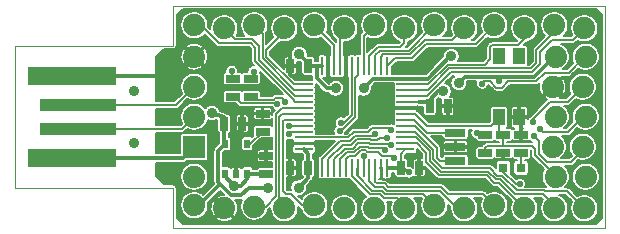
<source format=gtl>
G04 (created by PCBNEW-RS274X (2012-02-23 BZR 3434)-stable) date Fri 09 Mar 2012 12:48:31 AM CET*
G01*
G70*
G90*
%MOIN*%
G04 Gerber Fmt 3.4, Leading zero omitted, Abs format*
%FSLAX34Y34*%
G04 APERTURE LIST*
%ADD10C,0.006000*%
%ADD11C,0.003900*%
%ADD12C,0.074000*%
%ADD13R,0.074000X0.074000*%
%ADD14R,0.295200X0.059000*%
%ADD15R,0.255900X0.039300*%
%ADD16C,0.035400*%
%ADD17R,0.045000X0.025000*%
%ADD18R,0.025000X0.045000*%
%ADD19R,0.020000X0.030000*%
%ADD20R,0.031400X0.031400*%
%ADD21R,0.066900X0.027500*%
%ADD22R,0.059000X0.009800*%
%ADD23R,0.009800X0.059000*%
%ADD24R,0.039400X0.057100*%
%ADD25C,0.021700*%
%ADD26C,0.011800*%
%ADD27C,0.005900*%
G04 APERTURE END LIST*
G54D10*
G54D11*
X15300Y-17630D02*
X15300Y-16300D01*
X15300Y-22374D02*
X15300Y-23700D01*
X29700Y-23700D02*
X15300Y-23700D01*
X29700Y-16300D02*
X29700Y-23700D01*
X15300Y-16300D02*
X29700Y-16300D01*
X10039Y-17630D02*
X15300Y-17630D01*
X10039Y-22374D02*
X15300Y-22374D01*
X10039Y-17630D02*
X10039Y-22374D01*
G54D12*
X28050Y-18000D03*
X27950Y-19000D03*
X28050Y-20000D03*
X27950Y-21000D03*
X28050Y-22000D03*
X16000Y-16950D03*
X17000Y-17050D03*
X18000Y-16950D03*
X19000Y-17050D03*
X20000Y-16950D03*
X21000Y-17050D03*
X22000Y-16950D03*
X23000Y-17050D03*
X24000Y-16950D03*
X25000Y-17050D03*
X26000Y-16950D03*
X27000Y-17050D03*
X28000Y-16950D03*
X29000Y-17050D03*
X16000Y-22950D03*
X17000Y-23050D03*
X18000Y-22992D03*
X19000Y-23050D03*
X20000Y-22950D03*
X21000Y-23050D03*
X22000Y-23050D03*
X23000Y-23050D03*
X24000Y-22950D03*
X25000Y-23050D03*
X26000Y-22950D03*
X27000Y-23050D03*
X28000Y-23050D03*
X29000Y-23050D03*
X29050Y-18000D03*
X28950Y-19000D03*
X29050Y-20000D03*
X28950Y-21000D03*
X29050Y-22000D03*
G54D13*
X16000Y-21000D03*
G54D12*
X16000Y-20000D03*
X16000Y-19000D03*
X16000Y-18000D03*
G54D14*
X11930Y-21377D03*
X11930Y-18623D03*
G54D15*
X12126Y-20393D03*
X12126Y-19607D03*
G54D12*
X16000Y-22000D03*
G54D16*
X14000Y-20866D03*
X14000Y-19134D03*
G54D17*
X17290Y-18725D03*
X17290Y-19325D03*
X17890Y-18725D03*
X17890Y-19325D03*
G54D18*
X19800Y-18300D03*
X19200Y-18300D03*
X17000Y-20230D03*
X17600Y-20230D03*
G54D17*
X18280Y-20490D03*
X18280Y-19890D03*
X18400Y-21900D03*
X18400Y-21300D03*
G54D18*
X19800Y-21700D03*
X19200Y-21700D03*
G54D19*
X17025Y-21900D03*
X17775Y-21900D03*
X17025Y-20900D03*
X17400Y-21900D03*
X17775Y-20900D03*
G54D18*
X22900Y-21700D03*
X23500Y-21700D03*
X23854Y-19646D03*
X24454Y-19646D03*
G54D17*
X25700Y-20600D03*
X25700Y-21200D03*
X26300Y-20600D03*
X26300Y-21200D03*
X26900Y-21200D03*
X26900Y-20600D03*
G54D20*
X26305Y-21700D03*
X26895Y-21700D03*
G54D21*
X24710Y-21467D03*
X24710Y-20995D03*
X24710Y-20523D03*
G54D22*
X23042Y-21082D03*
X23042Y-20885D03*
X23042Y-20688D03*
X23042Y-20492D03*
X23042Y-20295D03*
X23042Y-20098D03*
X23042Y-19902D03*
X23042Y-19705D03*
X23042Y-19508D03*
X23042Y-19312D03*
X23042Y-19115D03*
X23042Y-18918D03*
G54D23*
X22432Y-18308D03*
X22235Y-18308D03*
X22038Y-18308D03*
X21842Y-18308D03*
X21645Y-18308D03*
X21448Y-18308D03*
X21252Y-18308D03*
X21055Y-18308D03*
X20858Y-18308D03*
X20662Y-18308D03*
X20465Y-18308D03*
X20268Y-18308D03*
G54D22*
X19658Y-18918D03*
X19658Y-19115D03*
X19658Y-19312D03*
X19658Y-19508D03*
X19658Y-19705D03*
X19658Y-19902D03*
X19658Y-20098D03*
X19658Y-20295D03*
X19658Y-20492D03*
X19658Y-20688D03*
X19658Y-20885D03*
X19658Y-21082D03*
G54D23*
X20268Y-21692D03*
X20465Y-21692D03*
X20662Y-21692D03*
X20858Y-21692D03*
X21055Y-21692D03*
X21252Y-21692D03*
X21448Y-21692D03*
X21645Y-21692D03*
X21842Y-21692D03*
X22038Y-21692D03*
X22235Y-21692D03*
X22432Y-21692D03*
G54D24*
X26835Y-17986D03*
X26165Y-17986D03*
X26835Y-20014D03*
X26165Y-20014D03*
G54D25*
X21645Y-21315D03*
X25587Y-18890D03*
X22415Y-20700D03*
X27531Y-20394D03*
X22355Y-21100D03*
X27315Y-20646D03*
X22650Y-21360D03*
X22575Y-20930D03*
X27280Y-20185D03*
X26850Y-22245D03*
X20845Y-20485D03*
X20890Y-20195D03*
X22020Y-20575D03*
X22575Y-20425D03*
X19040Y-19495D03*
X19165Y-20300D03*
X18775Y-19580D03*
X19170Y-20580D03*
X17245Y-18470D03*
X17980Y-18490D03*
G54D16*
X24305Y-19150D03*
X17335Y-22290D03*
X20395Y-19560D03*
G54D25*
X23843Y-22075D03*
G54D16*
X22210Y-19245D03*
X17440Y-20600D03*
G54D25*
X22803Y-22122D03*
X22602Y-22126D03*
X24173Y-20787D03*
G54D16*
X21645Y-19050D03*
G54D25*
X26171Y-18819D03*
G54D16*
X19480Y-22360D03*
G54D25*
X25413Y-20551D03*
G54D16*
X24820Y-18875D03*
X19505Y-17905D03*
G54D25*
X23150Y-21854D03*
G54D16*
X24575Y-17980D03*
X16595Y-19870D03*
X20720Y-19050D03*
X18450Y-22365D03*
G54D10*
X21645Y-21692D02*
X21645Y-21315D01*
X20465Y-21415D02*
X20465Y-21692D01*
X20465Y-21415D02*
X20946Y-20934D01*
X25857Y-18810D02*
X25667Y-18810D01*
X29050Y-18000D02*
X29010Y-18000D01*
X25667Y-18810D02*
X25587Y-18890D01*
X22105Y-20775D02*
X22180Y-20700D01*
X21227Y-20934D02*
X21412Y-20749D01*
X28480Y-18530D02*
X27678Y-18530D01*
X27398Y-18810D02*
X26475Y-18810D01*
X21906Y-20775D02*
X22105Y-20775D01*
X26259Y-19026D02*
X26073Y-19026D01*
X22180Y-20700D02*
X22415Y-20700D01*
X21880Y-20749D02*
X21906Y-20775D01*
X20946Y-20934D02*
X21227Y-20934D01*
X21412Y-20749D02*
X21880Y-20749D01*
X26475Y-18810D02*
X26259Y-19026D01*
X28480Y-18530D02*
X29010Y-18000D01*
X27678Y-18530D02*
X27398Y-18810D01*
X26073Y-19026D02*
X25857Y-18810D01*
X29050Y-20000D02*
X28960Y-20000D01*
X22292Y-21037D02*
X22355Y-21100D01*
X27642Y-20505D02*
X27531Y-20394D01*
X20858Y-21692D02*
X20858Y-21412D01*
X21780Y-20993D02*
X21824Y-21037D01*
X21824Y-21037D02*
X22292Y-21037D01*
X28455Y-20505D02*
X28960Y-20000D01*
X28455Y-20505D02*
X27642Y-20505D01*
X20858Y-21412D02*
X21092Y-21178D01*
X21326Y-21178D02*
X21511Y-20993D01*
X21511Y-20993D02*
X21780Y-20993D01*
X21092Y-21178D02*
X21326Y-21178D01*
X28950Y-21110D02*
X28950Y-21000D01*
X28555Y-21505D02*
X28950Y-21110D01*
X22124Y-21159D02*
X22265Y-21300D01*
X22590Y-21300D02*
X22650Y-21360D01*
X21155Y-21300D02*
X21375Y-21300D01*
X21055Y-21400D02*
X21155Y-21300D01*
X27485Y-20816D02*
X27315Y-20646D01*
X21055Y-21692D02*
X21055Y-21400D01*
X27485Y-21230D02*
X27485Y-20816D01*
X21774Y-21159D02*
X22124Y-21159D01*
X28555Y-21505D02*
X27760Y-21505D01*
X21560Y-21115D02*
X21730Y-21115D01*
X21375Y-21300D02*
X21560Y-21115D01*
X22265Y-21300D02*
X22590Y-21300D01*
X27760Y-21505D02*
X27485Y-21230D01*
X21730Y-21115D02*
X21774Y-21159D01*
X21277Y-21056D02*
X21462Y-20871D01*
X22545Y-20900D02*
X22575Y-20930D01*
X22270Y-20900D02*
X22545Y-20900D01*
X22255Y-20915D02*
X22270Y-20900D01*
X20662Y-21692D02*
X20662Y-21413D01*
X21874Y-20915D02*
X22255Y-20915D01*
X28450Y-19500D02*
X27863Y-19500D01*
X27280Y-20083D02*
X27863Y-19500D01*
X28450Y-19500D02*
X28950Y-19000D01*
X21019Y-21056D02*
X21277Y-21056D01*
X20662Y-21413D02*
X21019Y-21056D01*
X21830Y-20871D02*
X21874Y-20915D01*
X21462Y-20871D02*
X21830Y-20871D01*
X27280Y-20185D02*
X27280Y-20083D01*
X26850Y-22245D02*
X26717Y-22245D01*
X26717Y-22245D02*
X26305Y-21833D01*
X23420Y-20885D02*
X23730Y-21195D01*
X23042Y-20885D02*
X23420Y-20885D01*
X25751Y-21945D02*
X24162Y-21945D01*
X27000Y-23050D02*
X26151Y-22201D01*
X24162Y-21945D02*
X23730Y-21513D01*
X23730Y-21195D02*
X23730Y-21513D01*
X26305Y-21833D02*
X26305Y-21700D01*
X26151Y-22201D02*
X26007Y-22201D01*
X26007Y-22201D02*
X25751Y-21945D01*
X23042Y-20295D02*
X23346Y-20295D01*
X24207Y-21467D02*
X24710Y-21467D01*
X24096Y-21045D02*
X24096Y-21356D01*
X23346Y-20295D02*
X24096Y-21045D01*
X24096Y-21356D02*
X24207Y-21467D01*
X23321Y-20098D02*
X23746Y-20523D01*
X23042Y-20098D02*
X23321Y-20098D01*
X23746Y-20523D02*
X24710Y-20523D01*
X27272Y-18508D02*
X24557Y-18508D01*
X29000Y-17050D02*
X28620Y-17430D01*
X27930Y-17430D02*
X27530Y-17830D01*
X28620Y-17430D02*
X27930Y-17430D01*
X24557Y-18508D02*
X23753Y-19312D01*
X27530Y-18250D02*
X27272Y-18508D01*
X27530Y-17830D02*
X27530Y-18250D01*
X23753Y-19312D02*
X23042Y-19312D01*
X27408Y-18200D02*
X27222Y-18386D01*
X28000Y-16950D02*
X28000Y-17188D01*
X27408Y-17780D02*
X27408Y-18200D01*
X23042Y-19115D02*
X23779Y-19115D01*
X23779Y-19115D02*
X24508Y-18386D01*
X27222Y-18386D02*
X24508Y-18386D01*
X28000Y-17188D02*
X27408Y-17780D01*
X18964Y-22484D02*
X18964Y-20136D01*
X19600Y-22950D02*
X19230Y-22580D01*
X19060Y-22580D02*
X18964Y-22484D01*
X19002Y-20098D02*
X19658Y-20098D01*
X19230Y-22580D02*
X19060Y-22580D01*
X18964Y-20136D02*
X19002Y-20098D01*
X20000Y-22950D02*
X19600Y-22950D01*
X25930Y-17610D02*
X25870Y-17670D01*
X25870Y-17670D02*
X25870Y-18084D01*
X26810Y-17610D02*
X25930Y-17610D01*
X23805Y-18918D02*
X24459Y-18264D01*
X23042Y-18918D02*
X23805Y-18918D01*
X25870Y-18084D02*
X25690Y-18264D01*
X27000Y-17420D02*
X26810Y-17610D01*
X25690Y-18264D02*
X24459Y-18264D01*
X27000Y-17420D02*
X27000Y-17050D01*
X25388Y-17562D02*
X26000Y-16950D01*
X23733Y-17562D02*
X25388Y-17562D01*
X22698Y-18042D02*
X23253Y-18042D01*
X23253Y-18042D02*
X23733Y-17562D01*
X22432Y-18308D02*
X22698Y-18042D01*
X23203Y-17920D02*
X23683Y-17440D01*
X24610Y-17440D02*
X25000Y-17050D01*
X22310Y-17920D02*
X23203Y-17920D01*
X22235Y-17995D02*
X22310Y-17920D01*
X23683Y-17440D02*
X24610Y-17440D01*
X22235Y-18308D02*
X22235Y-17995D01*
X22038Y-18308D02*
X22038Y-17937D01*
X23152Y-17798D02*
X24000Y-16950D01*
X22038Y-17937D02*
X22177Y-17798D01*
X22177Y-17798D02*
X23152Y-17798D01*
X22124Y-17676D02*
X21842Y-17958D01*
X23000Y-17546D02*
X22870Y-17676D01*
X21842Y-17958D02*
X21842Y-18308D01*
X23000Y-17050D02*
X23000Y-17546D01*
X22870Y-17676D02*
X22124Y-17676D01*
X22000Y-16950D02*
X21645Y-17305D01*
X21645Y-17305D02*
X21645Y-18308D01*
X18720Y-19920D02*
X18935Y-19705D01*
X18720Y-22650D02*
X18378Y-22992D01*
X19658Y-19705D02*
X18935Y-19705D01*
X18720Y-19920D02*
X18720Y-22650D01*
X18378Y-22992D02*
X18000Y-22992D01*
X19000Y-23050D02*
X18842Y-22892D01*
X18842Y-22892D02*
X18842Y-19998D01*
X18938Y-19902D02*
X19658Y-19902D01*
X18842Y-19998D02*
X18938Y-19902D01*
X21375Y-20000D02*
X21375Y-18695D01*
X20890Y-20485D02*
X21375Y-20000D01*
X20845Y-20485D02*
X20890Y-20485D01*
X21448Y-18622D02*
X21448Y-18308D01*
X21375Y-18695D02*
X21448Y-18622D01*
X21008Y-20195D02*
X21253Y-19950D01*
X21253Y-18309D02*
X21252Y-18308D01*
X20890Y-20195D02*
X21008Y-20195D01*
X21253Y-19950D02*
X21253Y-18309D01*
X20858Y-17192D02*
X20858Y-18308D01*
X21000Y-17050D02*
X20858Y-17192D01*
X20662Y-17612D02*
X20662Y-18308D01*
X20000Y-16950D02*
X20662Y-17612D01*
X19313Y-18918D02*
X18400Y-18005D01*
X18400Y-17775D02*
X19000Y-17175D01*
X19658Y-18918D02*
X19313Y-18918D01*
X19000Y-17175D02*
X19000Y-17050D01*
X18400Y-18005D02*
X18400Y-17775D01*
X19658Y-19115D02*
X19338Y-19115D01*
X18278Y-17228D02*
X18000Y-16950D01*
X19338Y-19115D02*
X18278Y-18055D01*
X18278Y-18055D02*
X18278Y-17228D01*
X19363Y-19312D02*
X18156Y-18105D01*
X18156Y-17646D02*
X17930Y-17420D01*
X18156Y-18105D02*
X18156Y-17646D01*
X19658Y-19312D02*
X19363Y-19312D01*
X17370Y-17420D02*
X17000Y-17050D01*
X17930Y-17420D02*
X17370Y-17420D01*
X16225Y-16950D02*
X16000Y-16950D01*
X16000Y-16950D02*
X16275Y-17105D01*
X17880Y-17542D02*
X16817Y-17542D01*
X19658Y-19508D02*
X19373Y-19508D01*
X19277Y-19412D02*
X19277Y-19398D01*
X19277Y-19398D02*
X18034Y-18155D01*
X16120Y-16950D02*
X16000Y-16950D01*
X16817Y-17542D02*
X16225Y-16950D01*
X18034Y-18155D02*
X18034Y-17696D01*
X16120Y-16950D02*
X16275Y-17105D01*
X19373Y-19508D02*
X19277Y-19412D01*
X18034Y-17696D02*
X17880Y-17542D01*
X22200Y-22580D02*
X22322Y-22702D01*
X22770Y-22702D02*
X23000Y-22932D01*
X21252Y-21692D02*
X21252Y-21982D01*
X23000Y-22932D02*
X23000Y-23050D01*
X22322Y-22702D02*
X22770Y-22702D01*
X21252Y-21982D02*
X21850Y-22580D01*
X21850Y-22580D02*
X22200Y-22580D01*
X22372Y-22580D02*
X23630Y-22580D01*
X22250Y-22458D02*
X21938Y-22458D01*
X24000Y-22950D02*
X23630Y-22580D01*
X22372Y-22580D02*
X22250Y-22458D01*
X21435Y-21705D02*
X21448Y-21692D01*
X21938Y-22458D02*
X21435Y-21955D01*
X21435Y-21955D02*
X21435Y-21705D01*
X22300Y-22336D02*
X22036Y-22336D01*
X25000Y-23050D02*
X24770Y-23050D01*
X22036Y-22336D02*
X21842Y-22142D01*
X24770Y-23050D02*
X24178Y-22458D01*
X24178Y-22458D02*
X22422Y-22458D01*
X22422Y-22458D02*
X22300Y-22336D01*
X21842Y-22142D02*
X21842Y-21692D01*
X22350Y-22214D02*
X22089Y-22214D01*
X24467Y-22575D02*
X25625Y-22575D01*
X22038Y-21692D02*
X22038Y-22163D01*
X25625Y-22575D02*
X26000Y-22950D01*
X22089Y-22214D02*
X22038Y-22163D01*
X24228Y-22336D02*
X22472Y-22336D01*
X24467Y-22575D02*
X24228Y-22336D01*
X22472Y-22336D02*
X22350Y-22214D01*
X26057Y-22079D02*
X25801Y-21823D01*
X27625Y-22575D02*
X28000Y-22950D01*
X24211Y-21823D02*
X23852Y-21464D01*
X23395Y-20688D02*
X23042Y-20688D01*
X23852Y-21145D02*
X23852Y-21464D01*
X25801Y-21823D02*
X24211Y-21823D01*
X28000Y-23050D02*
X28000Y-22950D01*
X26697Y-22575D02*
X26201Y-22079D01*
X27625Y-22575D02*
X26697Y-22575D01*
X23852Y-21145D02*
X23395Y-20688D01*
X26201Y-22079D02*
X26057Y-22079D01*
X25851Y-21701D02*
X24264Y-21701D01*
X23371Y-20492D02*
X23974Y-21095D01*
X23974Y-21095D02*
X23974Y-21411D01*
X26747Y-22453D02*
X26251Y-21957D01*
X27697Y-22475D02*
X28425Y-22475D01*
X26251Y-21957D02*
X26107Y-21957D01*
X26747Y-22453D02*
X27675Y-22453D01*
X24264Y-21701D02*
X23974Y-21411D01*
X23042Y-20492D02*
X23371Y-20492D01*
X27675Y-22453D02*
X27697Y-22475D01*
X26107Y-21957D02*
X25851Y-21701D01*
X29000Y-23050D02*
X28425Y-22475D01*
X20868Y-20812D02*
X21178Y-20812D01*
X21178Y-20812D02*
X21363Y-20627D01*
X20268Y-21412D02*
X20868Y-20812D01*
X21968Y-20627D02*
X22020Y-20575D01*
X21363Y-20627D02*
X21968Y-20627D01*
X20268Y-21692D02*
X20268Y-21412D01*
X21131Y-20688D02*
X21314Y-20505D01*
X21314Y-20505D02*
X21805Y-20505D01*
X21935Y-20375D02*
X22525Y-20375D01*
X22525Y-20375D02*
X22575Y-20425D01*
X19658Y-20688D02*
X21131Y-20688D01*
X21805Y-20505D02*
X21935Y-20375D01*
X19170Y-20295D02*
X19165Y-20300D01*
X18925Y-19380D02*
X18693Y-19380D01*
X18693Y-19380D02*
X18650Y-19423D01*
X18650Y-19423D02*
X17890Y-19423D01*
X17890Y-19423D02*
X17890Y-19325D01*
X19040Y-19495D02*
X18925Y-19380D01*
X19658Y-20295D02*
X19170Y-20295D01*
X19658Y-20492D02*
X19258Y-20492D01*
X19258Y-20492D02*
X19170Y-20580D01*
X17325Y-19325D02*
X17290Y-19325D01*
X17545Y-19545D02*
X18740Y-19545D01*
X18740Y-19545D02*
X18775Y-19580D01*
X17325Y-19325D02*
X17545Y-19545D01*
X12126Y-19607D02*
X15393Y-19607D01*
X15393Y-19607D02*
X16000Y-19000D01*
X17245Y-18470D02*
X17245Y-18680D01*
X17245Y-18680D02*
X17290Y-18725D01*
X17980Y-18490D02*
X17980Y-18635D01*
X17980Y-18635D02*
X17890Y-18725D01*
X15607Y-20393D02*
X16000Y-20000D01*
X12126Y-20393D02*
X15607Y-20393D01*
G54D26*
X24130Y-19150D02*
X23854Y-19426D01*
G54D10*
X23042Y-19508D02*
X23504Y-19508D01*
G54D26*
X23716Y-19508D02*
X23854Y-19646D01*
X23504Y-19508D02*
X23716Y-19508D01*
X23854Y-19426D02*
X23854Y-19646D01*
X24305Y-19150D02*
X24130Y-19150D01*
X11930Y-21377D02*
X15623Y-21377D01*
X15623Y-21377D02*
X16000Y-21000D01*
X17775Y-22085D02*
X17775Y-21900D01*
X17570Y-22290D02*
X17775Y-22085D01*
X17335Y-22290D02*
X17570Y-22290D01*
X17025Y-21980D02*
X17335Y-22290D01*
X17025Y-21900D02*
X17025Y-21980D01*
X17775Y-21900D02*
X18400Y-21900D01*
G54D10*
X23367Y-19902D02*
X23760Y-20295D01*
X28050Y-22000D02*
X28050Y-21967D01*
X23042Y-19902D02*
X23367Y-19902D01*
X25884Y-20295D02*
X26165Y-20014D01*
X23760Y-20295D02*
X25884Y-20295D01*
X27275Y-20980D02*
X26295Y-20980D01*
X26165Y-20465D02*
X26300Y-20600D01*
X26295Y-20980D02*
X26295Y-20605D01*
X26165Y-20014D02*
X26165Y-20465D01*
X25700Y-21035D02*
X25700Y-21200D01*
X27363Y-21280D02*
X27363Y-21068D01*
X28050Y-21967D02*
X27363Y-21280D01*
X25755Y-20980D02*
X25700Y-21035D01*
X27363Y-21068D02*
X27275Y-20980D01*
X26295Y-20605D02*
X26300Y-20600D01*
X26295Y-20980D02*
X25755Y-20980D01*
X20465Y-18720D02*
X20500Y-18755D01*
G54D26*
X26835Y-20014D02*
X26900Y-20079D01*
G54D10*
X20870Y-18755D02*
X21035Y-18920D01*
X17440Y-20600D02*
X17560Y-20600D01*
X22210Y-19605D02*
X22210Y-19245D01*
X23503Y-22075D02*
X23843Y-22075D01*
X19200Y-20970D02*
X19200Y-21700D01*
X23500Y-21700D02*
X23500Y-22078D01*
X19285Y-20885D02*
X19200Y-20970D01*
X21035Y-19330D02*
X20395Y-19560D01*
X17600Y-20560D02*
X17600Y-20230D01*
G54D26*
X15377Y-18623D02*
X16000Y-18000D01*
X11930Y-18623D02*
X15377Y-18623D01*
G54D10*
X22235Y-22042D02*
X22283Y-22090D01*
X24381Y-20995D02*
X24173Y-20787D01*
X21035Y-18920D02*
X21035Y-19330D01*
X24710Y-20995D02*
X24381Y-20995D01*
X22283Y-22090D02*
X22398Y-22090D01*
X20465Y-18308D02*
X20465Y-18720D01*
X23042Y-19705D02*
X22310Y-19705D01*
X22522Y-22214D02*
X22677Y-22059D01*
X22398Y-22090D02*
X22522Y-22214D01*
G54D26*
X26900Y-20079D02*
X26900Y-20600D01*
G54D10*
X17560Y-20600D02*
X17600Y-20560D01*
X22235Y-21692D02*
X22235Y-22042D01*
X20500Y-18755D02*
X20870Y-18755D01*
X19658Y-20885D02*
X19285Y-20885D01*
X22310Y-19705D02*
X22210Y-19605D01*
X23500Y-22078D02*
X23503Y-22075D01*
X22669Y-22059D02*
X22602Y-22126D01*
X22677Y-22059D02*
X22669Y-22059D01*
X26900Y-21200D02*
X26900Y-21695D01*
X26900Y-21695D02*
X26895Y-21700D01*
X17870Y-20900D02*
X18280Y-20490D01*
X17775Y-20900D02*
X17870Y-20900D01*
G54D26*
X21645Y-19050D02*
X21965Y-18730D01*
G54D10*
X26171Y-18689D02*
X26171Y-18819D01*
G54D26*
X22497Y-21700D02*
X22900Y-21700D01*
G54D10*
X25462Y-20600D02*
X25700Y-20600D01*
X26201Y-18659D02*
X26171Y-18689D01*
G54D26*
X19800Y-21224D02*
X19658Y-21082D01*
X23780Y-18730D02*
X24530Y-17980D01*
X17000Y-20020D02*
X16595Y-19870D01*
X20085Y-18300D02*
X20260Y-18300D01*
X20720Y-19050D02*
X20420Y-19050D01*
X27335Y-18659D02*
X26201Y-18659D01*
X16800Y-22180D02*
X16800Y-21125D01*
X16800Y-21125D02*
X17025Y-20900D01*
X28050Y-18000D02*
X27994Y-18000D01*
X26201Y-18659D02*
X25031Y-18659D01*
X27994Y-18000D02*
X27335Y-18659D01*
X24530Y-17980D02*
X24575Y-17980D01*
X22900Y-21710D02*
X23150Y-21854D01*
X19800Y-21700D02*
X19800Y-21224D01*
X24820Y-18875D02*
X24815Y-18875D01*
X19800Y-21700D02*
X19800Y-22040D01*
G54D10*
X22432Y-21692D02*
X22489Y-21692D01*
G54D26*
X19800Y-18300D02*
X20085Y-18300D01*
X19505Y-17905D02*
X19800Y-18200D01*
X18450Y-22365D02*
X17815Y-22365D01*
X17000Y-20230D02*
X17000Y-20020D01*
X17000Y-20875D02*
X17000Y-20230D01*
X19480Y-22360D02*
X19800Y-22040D01*
X16170Y-22950D02*
X16870Y-22250D01*
X21965Y-18730D02*
X23780Y-18730D01*
X19800Y-18200D02*
X19800Y-18300D01*
X20420Y-19050D02*
X20085Y-18715D01*
X25031Y-18659D02*
X24815Y-18875D01*
X22900Y-21710D02*
X22900Y-21700D01*
X20085Y-18715D02*
X20085Y-18300D01*
G54D10*
X22900Y-21224D02*
X23042Y-21082D01*
X20260Y-18300D02*
X20268Y-18308D01*
G54D26*
X17025Y-20900D02*
X17000Y-20875D01*
X16870Y-22250D02*
X17230Y-22610D01*
X16000Y-22950D02*
X16170Y-22950D01*
G54D10*
X25413Y-20551D02*
X25462Y-20600D01*
G54D26*
X22489Y-21692D02*
X22497Y-21700D01*
G54D10*
X22900Y-21700D02*
X22900Y-21224D01*
G54D26*
X16870Y-22250D02*
X16800Y-22180D01*
X17815Y-22365D02*
X17570Y-22610D01*
X17570Y-22610D02*
X17230Y-22610D01*
G54D10*
G36*
X22367Y-22085D02*
X22352Y-22084D01*
X22350Y-22084D01*
X22168Y-22084D01*
X22168Y-22073D01*
X22177Y-22075D01*
X22189Y-22075D01*
X22211Y-22053D01*
X22211Y-21721D01*
X22206Y-21721D01*
X22206Y-21663D01*
X22211Y-21663D01*
X22259Y-21663D01*
X22264Y-21663D01*
X22264Y-21721D01*
X22259Y-21721D01*
X22259Y-22053D01*
X22281Y-22075D01*
X22293Y-22075D01*
X22310Y-22072D01*
X22321Y-22066D01*
X22335Y-22075D01*
X22353Y-22083D01*
X22367Y-22085D01*
X22367Y-22085D01*
G37*
G54D27*
X22367Y-22085D02*
X22352Y-22084D01*
X22350Y-22084D01*
X22168Y-22084D01*
X22168Y-22073D01*
X22177Y-22075D01*
X22189Y-22075D01*
X22211Y-22053D01*
X22211Y-21721D01*
X22206Y-21721D01*
X22206Y-21663D01*
X22211Y-21663D01*
X22259Y-21663D01*
X22264Y-21663D01*
X22264Y-21721D01*
X22259Y-21721D01*
X22259Y-22053D01*
X22281Y-22075D01*
X22293Y-22075D01*
X22310Y-22072D01*
X22321Y-22066D01*
X22335Y-22075D01*
X22353Y-22083D01*
X22367Y-22085D01*
G54D10*
G36*
X27275Y-20850D02*
X26425Y-20850D01*
X26425Y-20825D01*
X26535Y-20825D01*
X26554Y-20821D01*
X26572Y-20814D01*
X26589Y-20803D01*
X26603Y-20789D01*
X26607Y-20781D01*
X26619Y-20793D01*
X26633Y-20803D01*
X26649Y-20810D01*
X26666Y-20813D01*
X26683Y-20813D01*
X26849Y-20813D01*
X26871Y-20791D01*
X26871Y-20659D01*
X26871Y-20629D01*
X26871Y-20571D01*
X26871Y-20541D01*
X26871Y-20409D01*
X26849Y-20387D01*
X26886Y-20387D01*
X26894Y-20387D01*
X26951Y-20387D01*
X26929Y-20409D01*
X26929Y-20541D01*
X26929Y-20571D01*
X26929Y-20629D01*
X26929Y-20659D01*
X26929Y-20791D01*
X26951Y-20813D01*
X27117Y-20813D01*
X27134Y-20813D01*
X27151Y-20810D01*
X27167Y-20803D01*
X27173Y-20798D01*
X27179Y-20805D01*
X27213Y-20828D01*
X27250Y-20845D01*
X27275Y-20850D01*
X27275Y-20850D01*
G37*
G54D27*
X27275Y-20850D02*
X26425Y-20850D01*
X26425Y-20825D01*
X26535Y-20825D01*
X26554Y-20821D01*
X26572Y-20814D01*
X26589Y-20803D01*
X26603Y-20789D01*
X26607Y-20781D01*
X26619Y-20793D01*
X26633Y-20803D01*
X26649Y-20810D01*
X26666Y-20813D01*
X26683Y-20813D01*
X26849Y-20813D01*
X26871Y-20791D01*
X26871Y-20659D01*
X26871Y-20629D01*
X26871Y-20571D01*
X26871Y-20541D01*
X26871Y-20409D01*
X26849Y-20387D01*
X26886Y-20387D01*
X26894Y-20387D01*
X26951Y-20387D01*
X26929Y-20409D01*
X26929Y-20541D01*
X26929Y-20571D01*
X26929Y-20629D01*
X26929Y-20659D01*
X26929Y-20791D01*
X26951Y-20813D01*
X27117Y-20813D01*
X27134Y-20813D01*
X27151Y-20810D01*
X27167Y-20803D01*
X27173Y-20798D01*
X27179Y-20805D01*
X27213Y-20828D01*
X27250Y-20845D01*
X27275Y-20850D01*
G54D10*
G36*
X27715Y-22330D02*
X27702Y-22326D01*
X27677Y-22323D01*
X27675Y-22323D01*
X27042Y-22323D01*
X27048Y-22311D01*
X27057Y-22272D01*
X27058Y-22225D01*
X27050Y-22185D01*
X27035Y-22147D01*
X27012Y-22113D01*
X26983Y-22084D01*
X26950Y-22061D01*
X26912Y-22046D01*
X26872Y-22037D01*
X26831Y-22037D01*
X26791Y-22044D01*
X26754Y-22060D01*
X26730Y-22074D01*
X26553Y-21897D01*
X26558Y-21887D01*
X26562Y-21867D01*
X26562Y-21848D01*
X26562Y-21533D01*
X26558Y-21514D01*
X26551Y-21496D01*
X26540Y-21479D01*
X26526Y-21465D01*
X26510Y-21455D01*
X26492Y-21447D01*
X26472Y-21443D01*
X26453Y-21443D01*
X26138Y-21443D01*
X26119Y-21447D01*
X26101Y-21454D01*
X26084Y-21465D01*
X26070Y-21479D01*
X26060Y-21495D01*
X26052Y-21513D01*
X26048Y-21533D01*
X26048Y-21552D01*
X26048Y-21714D01*
X25944Y-21610D01*
X25943Y-21609D01*
X25924Y-21593D01*
X25902Y-21582D01*
X25900Y-21581D01*
X25892Y-21578D01*
X25878Y-21574D01*
X25853Y-21571D01*
X25851Y-21571D01*
X25144Y-21571D01*
X25144Y-21320D01*
X25140Y-21301D01*
X25133Y-21283D01*
X25132Y-21281D01*
X25132Y-21141D01*
X25132Y-21046D01*
X25132Y-20944D01*
X25132Y-20849D01*
X25129Y-20832D01*
X25122Y-20816D01*
X25112Y-20802D01*
X25100Y-20790D01*
X25086Y-20780D01*
X25070Y-20773D01*
X25053Y-20770D01*
X25036Y-20770D01*
X24761Y-20770D01*
X24739Y-20792D01*
X24739Y-20966D01*
X25110Y-20966D01*
X25132Y-20944D01*
X25132Y-21046D01*
X25110Y-21024D01*
X24739Y-21024D01*
X24739Y-21198D01*
X24761Y-21220D01*
X25036Y-21220D01*
X25053Y-21220D01*
X25070Y-21217D01*
X25086Y-21210D01*
X25100Y-21200D01*
X25112Y-21188D01*
X25122Y-21174D01*
X25129Y-21158D01*
X25132Y-21141D01*
X25132Y-21281D01*
X25122Y-21266D01*
X25108Y-21252D01*
X25092Y-21242D01*
X25074Y-21234D01*
X25054Y-21230D01*
X25035Y-21230D01*
X24681Y-21230D01*
X24681Y-21198D01*
X24681Y-21024D01*
X24681Y-20966D01*
X24681Y-20792D01*
X24659Y-20770D01*
X24384Y-20770D01*
X24367Y-20770D01*
X24350Y-20773D01*
X24334Y-20780D01*
X24320Y-20790D01*
X24308Y-20802D01*
X24298Y-20816D01*
X24291Y-20832D01*
X24288Y-20849D01*
X24288Y-20944D01*
X24310Y-20966D01*
X24681Y-20966D01*
X24681Y-21024D01*
X24310Y-21024D01*
X24288Y-21046D01*
X24288Y-21141D01*
X24291Y-21158D01*
X24298Y-21174D01*
X24308Y-21188D01*
X24320Y-21200D01*
X24334Y-21210D01*
X24350Y-21217D01*
X24367Y-21220D01*
X24384Y-21220D01*
X24659Y-21220D01*
X24681Y-21198D01*
X24681Y-21230D01*
X24366Y-21230D01*
X24347Y-21234D01*
X24329Y-21241D01*
X24312Y-21252D01*
X24298Y-21266D01*
X24288Y-21282D01*
X24280Y-21300D01*
X24276Y-21320D01*
X24276Y-21337D01*
X24261Y-21337D01*
X24226Y-21302D01*
X24226Y-21046D01*
X24226Y-21045D01*
X24224Y-21020D01*
X24216Y-20996D01*
X24216Y-20995D01*
X24204Y-20974D01*
X24204Y-20973D01*
X24192Y-20958D01*
X24189Y-20954D01*
X24188Y-20953D01*
X24181Y-20947D01*
X23887Y-20653D01*
X24276Y-20653D01*
X24276Y-20670D01*
X24280Y-20689D01*
X24287Y-20707D01*
X24298Y-20724D01*
X24312Y-20738D01*
X24328Y-20748D01*
X24346Y-20756D01*
X24366Y-20760D01*
X24385Y-20760D01*
X25054Y-20760D01*
X25073Y-20756D01*
X25091Y-20749D01*
X25108Y-20738D01*
X25122Y-20724D01*
X25132Y-20708D01*
X25140Y-20690D01*
X25144Y-20670D01*
X25144Y-20651D01*
X25144Y-20425D01*
X25246Y-20425D01*
X25230Y-20450D01*
X25214Y-20487D01*
X25205Y-20527D01*
X25205Y-20568D01*
X25212Y-20608D01*
X25227Y-20646D01*
X25249Y-20680D01*
X25277Y-20710D01*
X25311Y-20733D01*
X25348Y-20750D01*
X25379Y-20756D01*
X25386Y-20772D01*
X25397Y-20789D01*
X25411Y-20803D01*
X25427Y-20813D01*
X25445Y-20821D01*
X25465Y-20825D01*
X25484Y-20825D01*
X25935Y-20825D01*
X25954Y-20821D01*
X25972Y-20814D01*
X25989Y-20803D01*
X26000Y-20792D01*
X26011Y-20803D01*
X26027Y-20813D01*
X26045Y-20821D01*
X26065Y-20825D01*
X26084Y-20825D01*
X26165Y-20825D01*
X26165Y-20850D01*
X25756Y-20850D01*
X25755Y-20850D01*
X25730Y-20852D01*
X25705Y-20860D01*
X25683Y-20872D01*
X25668Y-20884D01*
X25664Y-20887D01*
X25663Y-20887D01*
X25663Y-20888D01*
X25658Y-20893D01*
X25609Y-20941D01*
X25609Y-20942D01*
X25608Y-20942D01*
X25608Y-20943D01*
X25592Y-20962D01*
X25585Y-20975D01*
X25465Y-20975D01*
X25446Y-20979D01*
X25428Y-20986D01*
X25411Y-20997D01*
X25397Y-21011D01*
X25387Y-21027D01*
X25379Y-21045D01*
X25375Y-21065D01*
X25375Y-21084D01*
X25375Y-21335D01*
X25379Y-21354D01*
X25386Y-21372D01*
X25397Y-21389D01*
X25411Y-21403D01*
X25427Y-21413D01*
X25445Y-21421D01*
X25465Y-21425D01*
X25484Y-21425D01*
X25935Y-21425D01*
X25954Y-21421D01*
X25972Y-21414D01*
X25989Y-21403D01*
X26003Y-21389D01*
X26007Y-21381D01*
X26019Y-21393D01*
X26033Y-21403D01*
X26049Y-21410D01*
X26066Y-21413D01*
X26083Y-21413D01*
X26249Y-21413D01*
X26271Y-21391D01*
X26271Y-21259D01*
X26271Y-21229D01*
X26271Y-21171D01*
X26329Y-21171D01*
X26329Y-21229D01*
X26329Y-21259D01*
X26329Y-21391D01*
X26351Y-21413D01*
X26517Y-21413D01*
X26534Y-21413D01*
X26551Y-21410D01*
X26567Y-21403D01*
X26581Y-21393D01*
X26592Y-21381D01*
X26597Y-21389D01*
X26611Y-21403D01*
X26627Y-21413D01*
X26645Y-21421D01*
X26665Y-21425D01*
X26684Y-21425D01*
X26770Y-21425D01*
X26770Y-21443D01*
X26728Y-21443D01*
X26709Y-21447D01*
X26691Y-21454D01*
X26674Y-21465D01*
X26660Y-21479D01*
X26650Y-21495D01*
X26642Y-21513D01*
X26638Y-21533D01*
X26638Y-21552D01*
X26638Y-21867D01*
X26642Y-21886D01*
X26649Y-21904D01*
X26660Y-21921D01*
X26674Y-21935D01*
X26690Y-21945D01*
X26708Y-21953D01*
X26728Y-21957D01*
X26747Y-21957D01*
X27062Y-21957D01*
X27081Y-21953D01*
X27099Y-21946D01*
X27116Y-21935D01*
X27130Y-21921D01*
X27140Y-21905D01*
X27148Y-21887D01*
X27152Y-21867D01*
X27152Y-21848D01*
X27152Y-21533D01*
X27148Y-21514D01*
X27141Y-21496D01*
X27130Y-21479D01*
X27116Y-21465D01*
X27100Y-21455D01*
X27082Y-21447D01*
X27062Y-21443D01*
X27043Y-21443D01*
X27030Y-21443D01*
X27030Y-21425D01*
X27135Y-21425D01*
X27154Y-21421D01*
X27172Y-21414D01*
X27189Y-21403D01*
X27203Y-21389D01*
X27213Y-21373D01*
X27221Y-21355D01*
X27225Y-21335D01*
X27225Y-21316D01*
X27225Y-21114D01*
X27233Y-21122D01*
X27233Y-21279D01*
X27233Y-21280D01*
X27235Y-21305D01*
X27243Y-21330D01*
X27250Y-21344D01*
X27254Y-21351D01*
X27255Y-21352D01*
X27270Y-21371D01*
X27271Y-21372D01*
X27650Y-21751D01*
X27636Y-21772D01*
X27600Y-21857D01*
X27581Y-21947D01*
X27579Y-22039D01*
X27596Y-22130D01*
X27630Y-22216D01*
X27680Y-22293D01*
X27715Y-22330D01*
X27715Y-22330D01*
G37*
G54D27*
X27715Y-22330D02*
X27702Y-22326D01*
X27677Y-22323D01*
X27675Y-22323D01*
X27042Y-22323D01*
X27048Y-22311D01*
X27057Y-22272D01*
X27058Y-22225D01*
X27050Y-22185D01*
X27035Y-22147D01*
X27012Y-22113D01*
X26983Y-22084D01*
X26950Y-22061D01*
X26912Y-22046D01*
X26872Y-22037D01*
X26831Y-22037D01*
X26791Y-22044D01*
X26754Y-22060D01*
X26730Y-22074D01*
X26553Y-21897D01*
X26558Y-21887D01*
X26562Y-21867D01*
X26562Y-21848D01*
X26562Y-21533D01*
X26558Y-21514D01*
X26551Y-21496D01*
X26540Y-21479D01*
X26526Y-21465D01*
X26510Y-21455D01*
X26492Y-21447D01*
X26472Y-21443D01*
X26453Y-21443D01*
X26138Y-21443D01*
X26119Y-21447D01*
X26101Y-21454D01*
X26084Y-21465D01*
X26070Y-21479D01*
X26060Y-21495D01*
X26052Y-21513D01*
X26048Y-21533D01*
X26048Y-21552D01*
X26048Y-21714D01*
X25944Y-21610D01*
X25943Y-21609D01*
X25924Y-21593D01*
X25902Y-21582D01*
X25900Y-21581D01*
X25892Y-21578D01*
X25878Y-21574D01*
X25853Y-21571D01*
X25851Y-21571D01*
X25144Y-21571D01*
X25144Y-21320D01*
X25140Y-21301D01*
X25133Y-21283D01*
X25132Y-21281D01*
X25132Y-21141D01*
X25132Y-21046D01*
X25132Y-20944D01*
X25132Y-20849D01*
X25129Y-20832D01*
X25122Y-20816D01*
X25112Y-20802D01*
X25100Y-20790D01*
X25086Y-20780D01*
X25070Y-20773D01*
X25053Y-20770D01*
X25036Y-20770D01*
X24761Y-20770D01*
X24739Y-20792D01*
X24739Y-20966D01*
X25110Y-20966D01*
X25132Y-20944D01*
X25132Y-21046D01*
X25110Y-21024D01*
X24739Y-21024D01*
X24739Y-21198D01*
X24761Y-21220D01*
X25036Y-21220D01*
X25053Y-21220D01*
X25070Y-21217D01*
X25086Y-21210D01*
X25100Y-21200D01*
X25112Y-21188D01*
X25122Y-21174D01*
X25129Y-21158D01*
X25132Y-21141D01*
X25132Y-21281D01*
X25122Y-21266D01*
X25108Y-21252D01*
X25092Y-21242D01*
X25074Y-21234D01*
X25054Y-21230D01*
X25035Y-21230D01*
X24681Y-21230D01*
X24681Y-21198D01*
X24681Y-21024D01*
X24681Y-20966D01*
X24681Y-20792D01*
X24659Y-20770D01*
X24384Y-20770D01*
X24367Y-20770D01*
X24350Y-20773D01*
X24334Y-20780D01*
X24320Y-20790D01*
X24308Y-20802D01*
X24298Y-20816D01*
X24291Y-20832D01*
X24288Y-20849D01*
X24288Y-20944D01*
X24310Y-20966D01*
X24681Y-20966D01*
X24681Y-21024D01*
X24310Y-21024D01*
X24288Y-21046D01*
X24288Y-21141D01*
X24291Y-21158D01*
X24298Y-21174D01*
X24308Y-21188D01*
X24320Y-21200D01*
X24334Y-21210D01*
X24350Y-21217D01*
X24367Y-21220D01*
X24384Y-21220D01*
X24659Y-21220D01*
X24681Y-21198D01*
X24681Y-21230D01*
X24366Y-21230D01*
X24347Y-21234D01*
X24329Y-21241D01*
X24312Y-21252D01*
X24298Y-21266D01*
X24288Y-21282D01*
X24280Y-21300D01*
X24276Y-21320D01*
X24276Y-21337D01*
X24261Y-21337D01*
X24226Y-21302D01*
X24226Y-21046D01*
X24226Y-21045D01*
X24224Y-21020D01*
X24216Y-20996D01*
X24216Y-20995D01*
X24204Y-20974D01*
X24204Y-20973D01*
X24192Y-20958D01*
X24189Y-20954D01*
X24188Y-20953D01*
X24181Y-20947D01*
X23887Y-20653D01*
X24276Y-20653D01*
X24276Y-20670D01*
X24280Y-20689D01*
X24287Y-20707D01*
X24298Y-20724D01*
X24312Y-20738D01*
X24328Y-20748D01*
X24346Y-20756D01*
X24366Y-20760D01*
X24385Y-20760D01*
X25054Y-20760D01*
X25073Y-20756D01*
X25091Y-20749D01*
X25108Y-20738D01*
X25122Y-20724D01*
X25132Y-20708D01*
X25140Y-20690D01*
X25144Y-20670D01*
X25144Y-20651D01*
X25144Y-20425D01*
X25246Y-20425D01*
X25230Y-20450D01*
X25214Y-20487D01*
X25205Y-20527D01*
X25205Y-20568D01*
X25212Y-20608D01*
X25227Y-20646D01*
X25249Y-20680D01*
X25277Y-20710D01*
X25311Y-20733D01*
X25348Y-20750D01*
X25379Y-20756D01*
X25386Y-20772D01*
X25397Y-20789D01*
X25411Y-20803D01*
X25427Y-20813D01*
X25445Y-20821D01*
X25465Y-20825D01*
X25484Y-20825D01*
X25935Y-20825D01*
X25954Y-20821D01*
X25972Y-20814D01*
X25989Y-20803D01*
X26000Y-20792D01*
X26011Y-20803D01*
X26027Y-20813D01*
X26045Y-20821D01*
X26065Y-20825D01*
X26084Y-20825D01*
X26165Y-20825D01*
X26165Y-20850D01*
X25756Y-20850D01*
X25755Y-20850D01*
X25730Y-20852D01*
X25705Y-20860D01*
X25683Y-20872D01*
X25668Y-20884D01*
X25664Y-20887D01*
X25663Y-20887D01*
X25663Y-20888D01*
X25658Y-20893D01*
X25609Y-20941D01*
X25609Y-20942D01*
X25608Y-20942D01*
X25608Y-20943D01*
X25592Y-20962D01*
X25585Y-20975D01*
X25465Y-20975D01*
X25446Y-20979D01*
X25428Y-20986D01*
X25411Y-20997D01*
X25397Y-21011D01*
X25387Y-21027D01*
X25379Y-21045D01*
X25375Y-21065D01*
X25375Y-21084D01*
X25375Y-21335D01*
X25379Y-21354D01*
X25386Y-21372D01*
X25397Y-21389D01*
X25411Y-21403D01*
X25427Y-21413D01*
X25445Y-21421D01*
X25465Y-21425D01*
X25484Y-21425D01*
X25935Y-21425D01*
X25954Y-21421D01*
X25972Y-21414D01*
X25989Y-21403D01*
X26003Y-21389D01*
X26007Y-21381D01*
X26019Y-21393D01*
X26033Y-21403D01*
X26049Y-21410D01*
X26066Y-21413D01*
X26083Y-21413D01*
X26249Y-21413D01*
X26271Y-21391D01*
X26271Y-21259D01*
X26271Y-21229D01*
X26271Y-21171D01*
X26329Y-21171D01*
X26329Y-21229D01*
X26329Y-21259D01*
X26329Y-21391D01*
X26351Y-21413D01*
X26517Y-21413D01*
X26534Y-21413D01*
X26551Y-21410D01*
X26567Y-21403D01*
X26581Y-21393D01*
X26592Y-21381D01*
X26597Y-21389D01*
X26611Y-21403D01*
X26627Y-21413D01*
X26645Y-21421D01*
X26665Y-21425D01*
X26684Y-21425D01*
X26770Y-21425D01*
X26770Y-21443D01*
X26728Y-21443D01*
X26709Y-21447D01*
X26691Y-21454D01*
X26674Y-21465D01*
X26660Y-21479D01*
X26650Y-21495D01*
X26642Y-21513D01*
X26638Y-21533D01*
X26638Y-21552D01*
X26638Y-21867D01*
X26642Y-21886D01*
X26649Y-21904D01*
X26660Y-21921D01*
X26674Y-21935D01*
X26690Y-21945D01*
X26708Y-21953D01*
X26728Y-21957D01*
X26747Y-21957D01*
X27062Y-21957D01*
X27081Y-21953D01*
X27099Y-21946D01*
X27116Y-21935D01*
X27130Y-21921D01*
X27140Y-21905D01*
X27148Y-21887D01*
X27152Y-21867D01*
X27152Y-21848D01*
X27152Y-21533D01*
X27148Y-21514D01*
X27141Y-21496D01*
X27130Y-21479D01*
X27116Y-21465D01*
X27100Y-21455D01*
X27082Y-21447D01*
X27062Y-21443D01*
X27043Y-21443D01*
X27030Y-21443D01*
X27030Y-21425D01*
X27135Y-21425D01*
X27154Y-21421D01*
X27172Y-21414D01*
X27189Y-21403D01*
X27203Y-21389D01*
X27213Y-21373D01*
X27221Y-21355D01*
X27225Y-21335D01*
X27225Y-21316D01*
X27225Y-21114D01*
X27233Y-21122D01*
X27233Y-21279D01*
X27233Y-21280D01*
X27235Y-21305D01*
X27243Y-21330D01*
X27250Y-21344D01*
X27254Y-21351D01*
X27255Y-21352D01*
X27270Y-21371D01*
X27271Y-21372D01*
X27650Y-21751D01*
X27636Y-21772D01*
X27600Y-21857D01*
X27581Y-21947D01*
X27579Y-22039D01*
X27596Y-22130D01*
X27630Y-22216D01*
X27680Y-22293D01*
X27715Y-22330D01*
G54D10*
G36*
X29581Y-23384D02*
X29520Y-23445D01*
X29520Y-21954D01*
X29502Y-21864D01*
X29467Y-21778D01*
X29416Y-21702D01*
X29351Y-21636D01*
X29275Y-21585D01*
X29190Y-21549D01*
X29099Y-21530D01*
X29007Y-21530D01*
X28917Y-21547D01*
X28831Y-21581D01*
X28754Y-21632D01*
X28688Y-21696D01*
X28636Y-21772D01*
X28600Y-21857D01*
X28581Y-21947D01*
X28579Y-22039D01*
X28596Y-22130D01*
X28630Y-22216D01*
X28680Y-22293D01*
X28744Y-22360D01*
X28820Y-22412D01*
X28904Y-22449D01*
X28994Y-22469D01*
X29086Y-22471D01*
X29177Y-22455D01*
X29263Y-22422D01*
X29341Y-22372D01*
X29407Y-22309D01*
X29461Y-22233D01*
X29498Y-22149D01*
X29519Y-22059D01*
X29520Y-21954D01*
X29520Y-23445D01*
X29384Y-23581D01*
X21470Y-23581D01*
X21470Y-23004D01*
X21452Y-22914D01*
X21417Y-22828D01*
X21366Y-22752D01*
X21301Y-22686D01*
X21225Y-22635D01*
X21140Y-22599D01*
X21049Y-22580D01*
X20957Y-22580D01*
X20867Y-22597D01*
X20781Y-22631D01*
X20704Y-22682D01*
X20638Y-22746D01*
X20586Y-22822D01*
X20550Y-22907D01*
X20531Y-22997D01*
X20529Y-23089D01*
X20546Y-23180D01*
X20580Y-23266D01*
X20630Y-23343D01*
X20694Y-23410D01*
X20770Y-23462D01*
X20854Y-23499D01*
X20944Y-23519D01*
X21036Y-23521D01*
X21127Y-23505D01*
X21213Y-23472D01*
X21291Y-23422D01*
X21357Y-23359D01*
X21411Y-23283D01*
X21448Y-23199D01*
X21469Y-23109D01*
X21470Y-23004D01*
X21470Y-23581D01*
X17287Y-23581D01*
X17287Y-23378D01*
X17000Y-23091D01*
X16959Y-23132D01*
X16959Y-23050D01*
X16672Y-22763D01*
X16613Y-22805D01*
X16573Y-22885D01*
X16549Y-22971D01*
X16542Y-23060D01*
X16552Y-23148D01*
X16580Y-23234D01*
X16613Y-23295D01*
X16672Y-23337D01*
X16959Y-23050D01*
X16959Y-23132D01*
X16713Y-23378D01*
X16755Y-23437D01*
X16835Y-23477D01*
X16921Y-23501D01*
X17010Y-23508D01*
X17098Y-23498D01*
X17184Y-23470D01*
X17245Y-23437D01*
X17287Y-23378D01*
X17287Y-23581D01*
X15616Y-23581D01*
X15419Y-23384D01*
X15419Y-22375D01*
X15419Y-22374D01*
X15417Y-22352D01*
X15417Y-22351D01*
X15410Y-22329D01*
X15400Y-22309D01*
X15399Y-22308D01*
X15385Y-22291D01*
X15384Y-22290D01*
X15367Y-22275D01*
X15347Y-22265D01*
X15346Y-22264D01*
X15324Y-22257D01*
X15304Y-22255D01*
X15302Y-22255D01*
X15301Y-22255D01*
X15300Y-22255D01*
X14996Y-22255D01*
X14729Y-21988D01*
X14729Y-21536D01*
X15621Y-21536D01*
X15623Y-21536D01*
X15652Y-21533D01*
X15654Y-21533D01*
X15670Y-21528D01*
X15682Y-21525D01*
X15684Y-21524D01*
X15710Y-21511D01*
X15711Y-21509D01*
X15734Y-21491D01*
X15734Y-21490D01*
X15735Y-21490D01*
X15735Y-21489D01*
X15739Y-21484D01*
X15754Y-21470D01*
X16380Y-21470D01*
X16399Y-21466D01*
X16417Y-21459D01*
X16434Y-21448D01*
X16448Y-21434D01*
X16458Y-21418D01*
X16466Y-21400D01*
X16470Y-21380D01*
X16470Y-21361D01*
X16470Y-20620D01*
X16466Y-20601D01*
X16459Y-20583D01*
X16448Y-20566D01*
X16434Y-20552D01*
X16418Y-20542D01*
X16400Y-20534D01*
X16380Y-20530D01*
X16361Y-20530D01*
X15620Y-20530D01*
X15601Y-20534D01*
X15583Y-20541D01*
X15566Y-20552D01*
X15552Y-20566D01*
X15542Y-20582D01*
X15534Y-20600D01*
X15530Y-20620D01*
X15530Y-20639D01*
X15530Y-21218D01*
X14729Y-21218D01*
X14729Y-20523D01*
X15606Y-20523D01*
X15607Y-20523D01*
X15632Y-20521D01*
X15655Y-20513D01*
X15657Y-20513D01*
X15671Y-20505D01*
X15678Y-20502D01*
X15679Y-20501D01*
X15698Y-20486D01*
X15699Y-20485D01*
X15770Y-20412D01*
X15771Y-20412D01*
X15854Y-20449D01*
X15944Y-20469D01*
X16036Y-20471D01*
X16127Y-20455D01*
X16213Y-20422D01*
X16291Y-20372D01*
X16357Y-20309D01*
X16411Y-20233D01*
X16448Y-20149D01*
X16456Y-20111D01*
X16459Y-20113D01*
X16509Y-20135D01*
X16562Y-20146D01*
X16616Y-20148D01*
X16670Y-20138D01*
X16720Y-20118D01*
X16752Y-20097D01*
X16775Y-20106D01*
X16775Y-20465D01*
X16779Y-20484D01*
X16786Y-20502D01*
X16797Y-20519D01*
X16811Y-20533D01*
X16827Y-20543D01*
X16841Y-20549D01*
X16841Y-20695D01*
X16837Y-20702D01*
X16829Y-20720D01*
X16825Y-20740D01*
X16825Y-20759D01*
X16825Y-20875D01*
X16693Y-21007D01*
X16689Y-21011D01*
X16669Y-21035D01*
X16654Y-21062D01*
X16653Y-21062D01*
X16653Y-21064D01*
X16650Y-21074D01*
X16644Y-21092D01*
X16641Y-21123D01*
X16641Y-21124D01*
X16641Y-21125D01*
X16641Y-22178D01*
X16641Y-22180D01*
X16644Y-22211D01*
X16648Y-22227D01*
X16652Y-22239D01*
X16653Y-22241D01*
X16470Y-22424D01*
X16470Y-21954D01*
X16452Y-21864D01*
X16417Y-21778D01*
X16366Y-21702D01*
X16301Y-21636D01*
X16225Y-21585D01*
X16140Y-21549D01*
X16049Y-21530D01*
X15957Y-21530D01*
X15867Y-21547D01*
X15781Y-21581D01*
X15704Y-21632D01*
X15638Y-21696D01*
X15586Y-21772D01*
X15550Y-21857D01*
X15531Y-21947D01*
X15529Y-22039D01*
X15546Y-22130D01*
X15580Y-22216D01*
X15630Y-22293D01*
X15694Y-22360D01*
X15770Y-22412D01*
X15854Y-22449D01*
X15944Y-22469D01*
X16036Y-22471D01*
X16127Y-22455D01*
X16213Y-22422D01*
X16291Y-22372D01*
X16357Y-22309D01*
X16411Y-22233D01*
X16448Y-22149D01*
X16469Y-22059D01*
X16470Y-21954D01*
X16470Y-22424D01*
X16305Y-22590D01*
X16301Y-22586D01*
X16225Y-22535D01*
X16140Y-22499D01*
X16049Y-22480D01*
X15957Y-22480D01*
X15867Y-22497D01*
X15781Y-22531D01*
X15704Y-22582D01*
X15638Y-22646D01*
X15586Y-22722D01*
X15550Y-22807D01*
X15531Y-22897D01*
X15529Y-22989D01*
X15546Y-23080D01*
X15580Y-23166D01*
X15630Y-23243D01*
X15694Y-23310D01*
X15770Y-23362D01*
X15854Y-23399D01*
X15944Y-23419D01*
X16036Y-23421D01*
X16127Y-23405D01*
X16213Y-23372D01*
X16291Y-23322D01*
X16357Y-23259D01*
X16411Y-23183D01*
X16448Y-23099D01*
X16469Y-23009D01*
X16470Y-22904D01*
X16465Y-22879D01*
X16870Y-22474D01*
X16987Y-22592D01*
X16902Y-22602D01*
X16816Y-22630D01*
X16755Y-22663D01*
X16713Y-22722D01*
X16979Y-22988D01*
X17000Y-23009D01*
X17041Y-23050D01*
X17062Y-23071D01*
X17328Y-23337D01*
X17387Y-23295D01*
X17427Y-23215D01*
X17451Y-23129D01*
X17458Y-23040D01*
X17448Y-22952D01*
X17420Y-22866D01*
X17387Y-22805D01*
X17352Y-22780D01*
X17364Y-22769D01*
X17568Y-22769D01*
X17570Y-22769D01*
X17584Y-22767D01*
X17550Y-22849D01*
X17531Y-22939D01*
X17529Y-23031D01*
X17546Y-23122D01*
X17580Y-23208D01*
X17630Y-23285D01*
X17694Y-23352D01*
X17770Y-23404D01*
X17854Y-23441D01*
X17944Y-23461D01*
X18036Y-23463D01*
X18127Y-23447D01*
X18213Y-23414D01*
X18291Y-23364D01*
X18357Y-23301D01*
X18411Y-23225D01*
X18448Y-23141D01*
X18459Y-23092D01*
X18469Y-23085D01*
X18470Y-23084D01*
X18530Y-23023D01*
X18529Y-23089D01*
X18546Y-23180D01*
X18580Y-23266D01*
X18630Y-23343D01*
X18694Y-23410D01*
X18770Y-23462D01*
X18854Y-23499D01*
X18944Y-23519D01*
X19036Y-23521D01*
X19127Y-23505D01*
X19213Y-23472D01*
X19291Y-23422D01*
X19357Y-23359D01*
X19411Y-23283D01*
X19448Y-23199D01*
X19469Y-23109D01*
X19470Y-23004D01*
X19507Y-23041D01*
X19508Y-23042D01*
X19527Y-23058D01*
X19543Y-23066D01*
X19546Y-23080D01*
X19580Y-23166D01*
X19630Y-23243D01*
X19694Y-23310D01*
X19770Y-23362D01*
X19854Y-23399D01*
X19944Y-23419D01*
X20036Y-23421D01*
X20127Y-23405D01*
X20213Y-23372D01*
X20291Y-23322D01*
X20357Y-23259D01*
X20411Y-23183D01*
X20448Y-23099D01*
X20469Y-23009D01*
X20470Y-22904D01*
X20452Y-22814D01*
X20417Y-22728D01*
X20366Y-22652D01*
X20301Y-22586D01*
X20225Y-22535D01*
X20140Y-22499D01*
X20049Y-22480D01*
X19957Y-22480D01*
X19867Y-22497D01*
X19781Y-22531D01*
X19704Y-22582D01*
X19638Y-22646D01*
X19586Y-22722D01*
X19577Y-22743D01*
X19470Y-22636D01*
X19501Y-22638D01*
X19555Y-22628D01*
X19605Y-22608D01*
X19651Y-22579D01*
X19691Y-22542D01*
X19722Y-22498D01*
X19744Y-22448D01*
X19756Y-22395D01*
X19757Y-22333D01*
X19752Y-22311D01*
X19910Y-22154D01*
X19911Y-22154D01*
X19911Y-22153D01*
X19912Y-22153D01*
X19931Y-22130D01*
X19932Y-22129D01*
X19944Y-22106D01*
X19946Y-22103D01*
X19946Y-22102D01*
X19947Y-22101D01*
X19948Y-22095D01*
X19956Y-22073D01*
X19959Y-22042D01*
X19959Y-22041D01*
X19959Y-22040D01*
X19959Y-22019D01*
X19972Y-22014D01*
X19989Y-22003D01*
X20003Y-21989D01*
X20013Y-21973D01*
X20021Y-21955D01*
X20025Y-21935D01*
X20025Y-21916D01*
X20025Y-21465D01*
X20021Y-21446D01*
X20014Y-21428D01*
X20003Y-21411D01*
X19989Y-21397D01*
X19973Y-21387D01*
X19959Y-21380D01*
X19959Y-21231D01*
X19963Y-21231D01*
X19982Y-21227D01*
X20000Y-21220D01*
X20017Y-21209D01*
X20031Y-21195D01*
X20041Y-21179D01*
X20049Y-21161D01*
X20053Y-21141D01*
X20053Y-21122D01*
X20053Y-21023D01*
X20049Y-21004D01*
X20042Y-20986D01*
X20032Y-20971D01*
X20038Y-20960D01*
X20041Y-20943D01*
X20041Y-20931D01*
X20019Y-20909D01*
X19687Y-20909D01*
X19687Y-20914D01*
X19629Y-20914D01*
X19629Y-20909D01*
X19297Y-20909D01*
X19275Y-20931D01*
X19275Y-20943D01*
X19278Y-20960D01*
X19283Y-20971D01*
X19275Y-20985D01*
X19267Y-21003D01*
X19263Y-21023D01*
X19263Y-21042D01*
X19263Y-21141D01*
X19267Y-21160D01*
X19274Y-21178D01*
X19285Y-21195D01*
X19299Y-21209D01*
X19315Y-21219D01*
X19333Y-21227D01*
X19353Y-21231D01*
X19372Y-21231D01*
X19582Y-21231D01*
X19641Y-21289D01*
X19641Y-21380D01*
X19628Y-21386D01*
X19611Y-21397D01*
X19597Y-21411D01*
X19587Y-21427D01*
X19579Y-21445D01*
X19575Y-21465D01*
X19575Y-21484D01*
X19575Y-21935D01*
X19579Y-21954D01*
X19586Y-21972D01*
X19597Y-21989D01*
X19611Y-22003D01*
X19528Y-22087D01*
X19509Y-22083D01*
X19455Y-22083D01*
X19413Y-22090D01*
X19413Y-21934D01*
X19413Y-21917D01*
X19413Y-21751D01*
X19413Y-21649D01*
X19413Y-21483D01*
X19413Y-21466D01*
X19410Y-21449D01*
X19403Y-21433D01*
X19393Y-21419D01*
X19381Y-21407D01*
X19367Y-21397D01*
X19351Y-21390D01*
X19334Y-21387D01*
X19251Y-21387D01*
X19229Y-21409D01*
X19229Y-21671D01*
X19391Y-21671D01*
X19413Y-21649D01*
X19413Y-21751D01*
X19391Y-21729D01*
X19229Y-21729D01*
X19229Y-21991D01*
X19251Y-22013D01*
X19334Y-22013D01*
X19351Y-22010D01*
X19367Y-22003D01*
X19381Y-21993D01*
X19393Y-21981D01*
X19403Y-21967D01*
X19410Y-21951D01*
X19413Y-21934D01*
X19413Y-22090D01*
X19402Y-22093D01*
X19351Y-22113D01*
X19306Y-22143D01*
X19267Y-22181D01*
X19236Y-22226D01*
X19215Y-22276D01*
X19203Y-22329D01*
X19203Y-22383D01*
X19212Y-22437D01*
X19217Y-22450D01*
X19113Y-22450D01*
X19094Y-22430D01*
X19094Y-22013D01*
X19149Y-22013D01*
X19171Y-21991D01*
X19171Y-21759D01*
X19171Y-21729D01*
X19171Y-21671D01*
X19171Y-21641D01*
X19171Y-21409D01*
X19149Y-21387D01*
X19094Y-21387D01*
X19094Y-20773D01*
X19105Y-20779D01*
X19145Y-20787D01*
X19186Y-20788D01*
X19226Y-20781D01*
X19264Y-20767D01*
X19266Y-20765D01*
X19267Y-20766D01*
X19274Y-20784D01*
X19283Y-20798D01*
X19278Y-20810D01*
X19275Y-20827D01*
X19275Y-20839D01*
X19297Y-20861D01*
X19629Y-20861D01*
X19629Y-20856D01*
X19687Y-20856D01*
X19687Y-20861D01*
X20019Y-20861D01*
X20041Y-20839D01*
X20041Y-20827D01*
X20039Y-20818D01*
X20678Y-20818D01*
X20196Y-21299D01*
X20190Y-21301D01*
X20172Y-21308D01*
X20155Y-21319D01*
X20141Y-21333D01*
X20131Y-21349D01*
X20123Y-21367D01*
X20119Y-21387D01*
X20119Y-21406D01*
X20119Y-21997D01*
X20123Y-22016D01*
X20130Y-22034D01*
X20141Y-22051D01*
X20155Y-22065D01*
X20171Y-22075D01*
X20189Y-22083D01*
X20209Y-22087D01*
X20228Y-22087D01*
X20327Y-22087D01*
X20346Y-22083D01*
X20364Y-22076D01*
X20366Y-22074D01*
X20368Y-22075D01*
X20386Y-22083D01*
X20406Y-22087D01*
X20425Y-22087D01*
X20524Y-22087D01*
X20543Y-22083D01*
X20561Y-22076D01*
X20563Y-22074D01*
X20565Y-22075D01*
X20583Y-22083D01*
X20603Y-22087D01*
X20622Y-22087D01*
X20721Y-22087D01*
X20740Y-22083D01*
X20758Y-22076D01*
X20760Y-22074D01*
X20761Y-22075D01*
X20779Y-22083D01*
X20799Y-22087D01*
X20818Y-22087D01*
X20917Y-22087D01*
X20936Y-22083D01*
X20954Y-22076D01*
X20956Y-22074D01*
X20958Y-22075D01*
X20976Y-22083D01*
X20996Y-22087D01*
X21015Y-22087D01*
X21114Y-22087D01*
X21133Y-22083D01*
X21151Y-22076D01*
X21153Y-22074D01*
X21155Y-22075D01*
X21165Y-22079D01*
X21743Y-22656D01*
X21704Y-22682D01*
X21638Y-22746D01*
X21586Y-22822D01*
X21550Y-22907D01*
X21531Y-22997D01*
X21529Y-23089D01*
X21546Y-23180D01*
X21580Y-23266D01*
X21630Y-23343D01*
X21694Y-23410D01*
X21770Y-23462D01*
X21854Y-23499D01*
X21944Y-23519D01*
X22036Y-23521D01*
X22127Y-23505D01*
X22213Y-23472D01*
X22291Y-23422D01*
X22357Y-23359D01*
X22411Y-23283D01*
X22448Y-23199D01*
X22469Y-23109D01*
X22470Y-23004D01*
X22452Y-22914D01*
X22418Y-22832D01*
X22581Y-22832D01*
X22550Y-22907D01*
X22531Y-22997D01*
X22529Y-23089D01*
X22546Y-23180D01*
X22580Y-23266D01*
X22630Y-23343D01*
X22694Y-23410D01*
X22770Y-23462D01*
X22854Y-23499D01*
X22944Y-23519D01*
X23036Y-23521D01*
X23127Y-23505D01*
X23213Y-23472D01*
X23291Y-23422D01*
X23357Y-23359D01*
X23411Y-23283D01*
X23448Y-23199D01*
X23469Y-23109D01*
X23470Y-23004D01*
X23452Y-22914D01*
X23417Y-22828D01*
X23366Y-22752D01*
X23324Y-22710D01*
X23576Y-22710D01*
X23586Y-22720D01*
X23586Y-22722D01*
X23550Y-22807D01*
X23531Y-22897D01*
X23529Y-22989D01*
X23546Y-23080D01*
X23580Y-23166D01*
X23630Y-23243D01*
X23694Y-23310D01*
X23770Y-23362D01*
X23854Y-23399D01*
X23944Y-23419D01*
X24036Y-23421D01*
X24127Y-23405D01*
X24213Y-23372D01*
X24291Y-23322D01*
X24357Y-23259D01*
X24411Y-23183D01*
X24448Y-23099D01*
X24469Y-23009D01*
X24469Y-22933D01*
X24531Y-22995D01*
X24531Y-22997D01*
X24529Y-23089D01*
X24546Y-23180D01*
X24580Y-23266D01*
X24630Y-23343D01*
X24694Y-23410D01*
X24770Y-23462D01*
X24854Y-23499D01*
X24944Y-23519D01*
X25036Y-23521D01*
X25127Y-23505D01*
X25213Y-23472D01*
X25291Y-23422D01*
X25357Y-23359D01*
X25411Y-23283D01*
X25448Y-23199D01*
X25469Y-23109D01*
X25470Y-23004D01*
X25452Y-22914D01*
X25417Y-22828D01*
X25366Y-22752D01*
X25319Y-22705D01*
X25571Y-22705D01*
X25586Y-22720D01*
X25586Y-22722D01*
X25550Y-22807D01*
X25531Y-22897D01*
X25529Y-22989D01*
X25546Y-23080D01*
X25580Y-23166D01*
X25630Y-23243D01*
X25694Y-23310D01*
X25770Y-23362D01*
X25854Y-23399D01*
X25944Y-23419D01*
X26036Y-23421D01*
X26127Y-23405D01*
X26213Y-23372D01*
X26291Y-23322D01*
X26357Y-23259D01*
X26411Y-23183D01*
X26448Y-23099D01*
X26469Y-23009D01*
X26470Y-22904D01*
X26452Y-22814D01*
X26417Y-22728D01*
X26366Y-22652D01*
X26301Y-22586D01*
X26225Y-22535D01*
X26140Y-22499D01*
X26049Y-22480D01*
X25957Y-22480D01*
X25867Y-22497D01*
X25781Y-22531D01*
X25771Y-22537D01*
X25718Y-22484D01*
X25717Y-22483D01*
X25698Y-22467D01*
X25676Y-22456D01*
X25674Y-22455D01*
X25666Y-22452D01*
X25652Y-22448D01*
X25627Y-22445D01*
X25625Y-22445D01*
X24521Y-22445D01*
X24321Y-22245D01*
X24320Y-22244D01*
X24301Y-22228D01*
X24279Y-22217D01*
X24277Y-22216D01*
X24269Y-22213D01*
X24255Y-22209D01*
X24230Y-22206D01*
X24228Y-22206D01*
X23713Y-22206D01*
X23713Y-21934D01*
X23713Y-21917D01*
X23713Y-21751D01*
X23691Y-21729D01*
X23529Y-21729D01*
X23529Y-21991D01*
X23551Y-22013D01*
X23634Y-22013D01*
X23651Y-22010D01*
X23667Y-22003D01*
X23681Y-21993D01*
X23693Y-21981D01*
X23703Y-21967D01*
X23710Y-21951D01*
X23713Y-21934D01*
X23713Y-22206D01*
X22526Y-22206D01*
X22443Y-22123D01*
X22442Y-22122D01*
X22423Y-22106D01*
X22401Y-22095D01*
X22399Y-22094D01*
X22391Y-22091D01*
X22377Y-22087D01*
X22392Y-22087D01*
X22491Y-22087D01*
X22510Y-22083D01*
X22528Y-22076D01*
X22545Y-22065D01*
X22559Y-22051D01*
X22569Y-22035D01*
X22577Y-22017D01*
X22581Y-21997D01*
X22581Y-21978D01*
X22581Y-21859D01*
X22675Y-21859D01*
X22675Y-21935D01*
X22679Y-21954D01*
X22686Y-21972D01*
X22697Y-21989D01*
X22711Y-22003D01*
X22727Y-22013D01*
X22745Y-22021D01*
X22765Y-22025D01*
X22784Y-22025D01*
X23031Y-22025D01*
X23048Y-22036D01*
X23085Y-22053D01*
X23125Y-22061D01*
X23166Y-22062D01*
X23206Y-22055D01*
X23244Y-22041D01*
X23278Y-22019D01*
X23308Y-21991D01*
X23311Y-21985D01*
X23319Y-21993D01*
X23333Y-22003D01*
X23349Y-22010D01*
X23366Y-22013D01*
X23449Y-22013D01*
X23471Y-21991D01*
X23471Y-21759D01*
X23471Y-21729D01*
X23471Y-21671D01*
X23471Y-21641D01*
X23471Y-21409D01*
X23449Y-21387D01*
X23366Y-21387D01*
X23349Y-21390D01*
X23333Y-21397D01*
X23319Y-21407D01*
X23307Y-21419D01*
X23297Y-21433D01*
X23290Y-21449D01*
X23287Y-21466D01*
X23287Y-21483D01*
X23287Y-21641D01*
X23287Y-21649D01*
X23287Y-21697D01*
X23283Y-21693D01*
X23250Y-21670D01*
X23212Y-21655D01*
X23172Y-21646D01*
X23131Y-21646D01*
X23125Y-21647D01*
X23125Y-21465D01*
X23121Y-21446D01*
X23114Y-21428D01*
X23103Y-21411D01*
X23089Y-21397D01*
X23073Y-21387D01*
X23055Y-21379D01*
X23035Y-21375D01*
X23030Y-21375D01*
X23030Y-21278D01*
X23077Y-21231D01*
X23347Y-21231D01*
X23366Y-21227D01*
X23384Y-21220D01*
X23401Y-21209D01*
X23415Y-21195D01*
X23425Y-21179D01*
X23433Y-21161D01*
X23437Y-21141D01*
X23437Y-21122D01*
X23437Y-21086D01*
X23600Y-21249D01*
X23600Y-21387D01*
X23551Y-21387D01*
X23529Y-21409D01*
X23529Y-21671D01*
X23691Y-21671D01*
X23697Y-21664D01*
X24069Y-22036D01*
X24089Y-22053D01*
X24111Y-22064D01*
X24112Y-22065D01*
X24128Y-22069D01*
X24135Y-22072D01*
X24136Y-22072D01*
X24160Y-22075D01*
X24162Y-22075D01*
X25697Y-22075D01*
X25914Y-22292D01*
X25915Y-22293D01*
X25934Y-22309D01*
X25956Y-22320D01*
X25957Y-22321D01*
X25969Y-22324D01*
X25980Y-22328D01*
X25982Y-22328D01*
X26005Y-22331D01*
X26007Y-22331D01*
X26097Y-22331D01*
X26587Y-22820D01*
X26586Y-22822D01*
X26550Y-22907D01*
X26531Y-22997D01*
X26529Y-23089D01*
X26546Y-23180D01*
X26580Y-23266D01*
X26630Y-23343D01*
X26694Y-23410D01*
X26770Y-23462D01*
X26854Y-23499D01*
X26944Y-23519D01*
X27036Y-23521D01*
X27127Y-23505D01*
X27213Y-23472D01*
X27291Y-23422D01*
X27357Y-23359D01*
X27411Y-23283D01*
X27448Y-23199D01*
X27469Y-23109D01*
X27470Y-23004D01*
X27452Y-22914D01*
X27417Y-22828D01*
X27366Y-22752D01*
X27319Y-22705D01*
X27571Y-22705D01*
X27627Y-22761D01*
X27586Y-22822D01*
X27550Y-22907D01*
X27531Y-22997D01*
X27529Y-23089D01*
X27546Y-23180D01*
X27580Y-23266D01*
X27630Y-23343D01*
X27694Y-23410D01*
X27770Y-23462D01*
X27854Y-23499D01*
X27944Y-23519D01*
X28036Y-23521D01*
X28127Y-23505D01*
X28213Y-23472D01*
X28291Y-23422D01*
X28357Y-23359D01*
X28411Y-23283D01*
X28448Y-23199D01*
X28469Y-23109D01*
X28470Y-23004D01*
X28452Y-22914D01*
X28417Y-22828D01*
X28366Y-22752D01*
X28301Y-22686D01*
X28225Y-22635D01*
X28154Y-22605D01*
X28371Y-22605D01*
X28586Y-22820D01*
X28586Y-22822D01*
X28550Y-22907D01*
X28531Y-22997D01*
X28529Y-23089D01*
X28546Y-23180D01*
X28580Y-23266D01*
X28630Y-23343D01*
X28694Y-23410D01*
X28770Y-23462D01*
X28854Y-23499D01*
X28944Y-23519D01*
X29036Y-23521D01*
X29127Y-23505D01*
X29213Y-23472D01*
X29291Y-23422D01*
X29357Y-23359D01*
X29411Y-23283D01*
X29448Y-23199D01*
X29469Y-23109D01*
X29470Y-23004D01*
X29452Y-22914D01*
X29417Y-22828D01*
X29366Y-22752D01*
X29301Y-22686D01*
X29225Y-22635D01*
X29140Y-22599D01*
X29049Y-22580D01*
X28957Y-22580D01*
X28867Y-22597D01*
X28781Y-22631D01*
X28771Y-22637D01*
X28518Y-22384D01*
X28517Y-22383D01*
X28498Y-22367D01*
X28476Y-22356D01*
X28474Y-22355D01*
X28466Y-22352D01*
X28452Y-22348D01*
X28427Y-22345D01*
X28425Y-22345D01*
X28369Y-22345D01*
X28407Y-22309D01*
X28461Y-22233D01*
X28498Y-22149D01*
X28519Y-22059D01*
X28520Y-21954D01*
X28502Y-21864D01*
X28467Y-21778D01*
X28416Y-21702D01*
X28351Y-21636D01*
X28349Y-21635D01*
X28554Y-21635D01*
X28555Y-21635D01*
X28580Y-21633D01*
X28603Y-21625D01*
X28605Y-21625D01*
X28619Y-21617D01*
X28626Y-21614D01*
X28627Y-21613D01*
X28646Y-21598D01*
X28647Y-21597D01*
X28797Y-21446D01*
X28804Y-21449D01*
X28894Y-21469D01*
X28986Y-21471D01*
X29077Y-21455D01*
X29163Y-21422D01*
X29241Y-21372D01*
X29307Y-21309D01*
X29361Y-21233D01*
X29398Y-21149D01*
X29419Y-21059D01*
X29420Y-20954D01*
X29402Y-20864D01*
X29367Y-20778D01*
X29316Y-20702D01*
X29251Y-20636D01*
X29175Y-20585D01*
X29090Y-20549D01*
X28999Y-20530D01*
X28907Y-20530D01*
X28817Y-20547D01*
X28731Y-20581D01*
X28654Y-20632D01*
X28588Y-20696D01*
X28536Y-20772D01*
X28500Y-20857D01*
X28481Y-20947D01*
X28479Y-21039D01*
X28496Y-21130D01*
X28530Y-21216D01*
X28580Y-21293D01*
X28581Y-21294D01*
X28501Y-21375D01*
X28236Y-21375D01*
X28241Y-21372D01*
X28307Y-21309D01*
X28361Y-21233D01*
X28398Y-21149D01*
X28419Y-21059D01*
X28420Y-20954D01*
X28402Y-20864D01*
X28367Y-20778D01*
X28316Y-20702D01*
X28251Y-20636D01*
X28249Y-20635D01*
X28454Y-20635D01*
X28455Y-20635D01*
X28480Y-20633D01*
X28503Y-20625D01*
X28505Y-20625D01*
X28519Y-20617D01*
X28526Y-20614D01*
X28527Y-20613D01*
X28546Y-20598D01*
X28547Y-20597D01*
X28767Y-20376D01*
X28820Y-20412D01*
X28904Y-20449D01*
X28994Y-20469D01*
X29086Y-20471D01*
X29177Y-20455D01*
X29263Y-20422D01*
X29341Y-20372D01*
X29407Y-20309D01*
X29461Y-20233D01*
X29498Y-20149D01*
X29519Y-20059D01*
X29520Y-19954D01*
X29502Y-19864D01*
X29467Y-19778D01*
X29416Y-19702D01*
X29351Y-19636D01*
X29275Y-19585D01*
X29190Y-19549D01*
X29099Y-19530D01*
X29007Y-19530D01*
X28917Y-19547D01*
X28831Y-19581D01*
X28754Y-19632D01*
X28688Y-19696D01*
X28636Y-19772D01*
X28600Y-19857D01*
X28581Y-19947D01*
X28579Y-20039D01*
X28596Y-20130D01*
X28610Y-20165D01*
X28401Y-20375D01*
X28336Y-20375D01*
X28341Y-20372D01*
X28407Y-20309D01*
X28461Y-20233D01*
X28498Y-20149D01*
X28519Y-20059D01*
X28520Y-19954D01*
X28502Y-19864D01*
X28467Y-19778D01*
X28416Y-19702D01*
X28351Y-19636D01*
X28342Y-19630D01*
X28449Y-19630D01*
X28450Y-19630D01*
X28475Y-19628D01*
X28498Y-19620D01*
X28500Y-19620D01*
X28514Y-19612D01*
X28521Y-19609D01*
X28522Y-19608D01*
X28541Y-19593D01*
X28542Y-19592D01*
X28721Y-19412D01*
X28804Y-19449D01*
X28894Y-19469D01*
X28986Y-19471D01*
X29077Y-19455D01*
X29163Y-19422D01*
X29241Y-19372D01*
X29307Y-19309D01*
X29361Y-19233D01*
X29398Y-19149D01*
X29419Y-19059D01*
X29420Y-18954D01*
X29402Y-18864D01*
X29367Y-18778D01*
X29316Y-18702D01*
X29251Y-18636D01*
X29175Y-18585D01*
X29090Y-18549D01*
X28999Y-18530D01*
X28907Y-18530D01*
X28817Y-18547D01*
X28731Y-18581D01*
X28654Y-18632D01*
X28588Y-18696D01*
X28536Y-18772D01*
X28500Y-18857D01*
X28481Y-18947D01*
X28479Y-19039D01*
X28496Y-19130D01*
X28530Y-19216D01*
X28537Y-19228D01*
X28408Y-19357D01*
X28408Y-18990D01*
X28398Y-18902D01*
X28370Y-18816D01*
X28337Y-18755D01*
X28278Y-18713D01*
X27991Y-19000D01*
X28278Y-19287D01*
X28337Y-19245D01*
X28377Y-19165D01*
X28401Y-19079D01*
X28408Y-18990D01*
X28408Y-19357D01*
X28396Y-19370D01*
X28207Y-19370D01*
X28237Y-19328D01*
X27950Y-19041D01*
X27663Y-19328D01*
X27705Y-19387D01*
X27763Y-19416D01*
X27189Y-19990D01*
X27188Y-19991D01*
X27177Y-20003D01*
X27176Y-20004D01*
X27149Y-20022D01*
X27120Y-20050D01*
X27120Y-19963D01*
X27120Y-19720D01*
X27117Y-19703D01*
X27110Y-19687D01*
X27100Y-19673D01*
X27088Y-19661D01*
X27074Y-19651D01*
X27058Y-19644D01*
X27041Y-19641D01*
X27024Y-19641D01*
X26886Y-19641D01*
X26864Y-19663D01*
X26864Y-19985D01*
X27098Y-19985D01*
X27120Y-19963D01*
X27120Y-20050D01*
X27113Y-20058D01*
X27098Y-20043D01*
X26894Y-20043D01*
X26864Y-20043D01*
X26806Y-20043D01*
X26806Y-19985D01*
X26806Y-19663D01*
X26784Y-19641D01*
X26646Y-19641D01*
X26629Y-19641D01*
X26612Y-19644D01*
X26596Y-19651D01*
X26582Y-19661D01*
X26570Y-19673D01*
X26560Y-19687D01*
X26553Y-19703D01*
X26550Y-19720D01*
X26550Y-19963D01*
X26572Y-19985D01*
X26806Y-19985D01*
X26806Y-20043D01*
X26776Y-20043D01*
X26572Y-20043D01*
X26550Y-20065D01*
X26550Y-20308D01*
X26553Y-20325D01*
X26560Y-20341D01*
X26570Y-20355D01*
X26582Y-20367D01*
X26596Y-20377D01*
X26612Y-20384D01*
X26629Y-20387D01*
X26646Y-20387D01*
X26666Y-20387D01*
X26649Y-20390D01*
X26633Y-20397D01*
X26619Y-20407D01*
X26607Y-20418D01*
X26603Y-20411D01*
X26589Y-20397D01*
X26573Y-20387D01*
X26555Y-20379D01*
X26535Y-20375D01*
X26516Y-20375D01*
X26428Y-20375D01*
X26440Y-20363D01*
X26450Y-20347D01*
X26458Y-20329D01*
X26462Y-20309D01*
X26462Y-20290D01*
X26462Y-19719D01*
X26458Y-19700D01*
X26451Y-19682D01*
X26440Y-19665D01*
X26426Y-19651D01*
X26410Y-19641D01*
X26392Y-19633D01*
X26372Y-19629D01*
X26353Y-19629D01*
X25958Y-19629D01*
X25939Y-19633D01*
X25921Y-19640D01*
X25904Y-19651D01*
X25890Y-19665D01*
X25880Y-19681D01*
X25872Y-19699D01*
X25868Y-19719D01*
X25868Y-19738D01*
X25868Y-20127D01*
X25830Y-20165D01*
X24667Y-20165D01*
X24667Y-19880D01*
X24667Y-19863D01*
X24667Y-19697D01*
X24645Y-19675D01*
X24483Y-19675D01*
X24483Y-19937D01*
X24505Y-19959D01*
X24588Y-19959D01*
X24605Y-19956D01*
X24621Y-19949D01*
X24635Y-19939D01*
X24647Y-19927D01*
X24657Y-19913D01*
X24664Y-19897D01*
X24667Y-19880D01*
X24667Y-20165D01*
X24425Y-20165D01*
X24425Y-19937D01*
X24425Y-19675D01*
X24263Y-19675D01*
X24241Y-19697D01*
X24241Y-19863D01*
X24241Y-19880D01*
X24244Y-19897D01*
X24251Y-19913D01*
X24261Y-19927D01*
X24273Y-19939D01*
X24287Y-19949D01*
X24303Y-19956D01*
X24320Y-19959D01*
X24403Y-19959D01*
X24425Y-19937D01*
X24425Y-20165D01*
X23813Y-20165D01*
X23460Y-19811D01*
X23459Y-19810D01*
X23440Y-19794D01*
X23420Y-19784D01*
X23422Y-19780D01*
X23425Y-19763D01*
X23425Y-19751D01*
X23403Y-19729D01*
X23071Y-19729D01*
X23071Y-19734D01*
X23013Y-19734D01*
X23013Y-19729D01*
X22681Y-19729D01*
X22659Y-19751D01*
X22659Y-19763D01*
X22662Y-19780D01*
X22667Y-19791D01*
X22659Y-19805D01*
X22651Y-19823D01*
X22647Y-19843D01*
X22647Y-19862D01*
X22647Y-19961D01*
X22651Y-19980D01*
X22658Y-19998D01*
X22659Y-20000D01*
X22659Y-20001D01*
X22651Y-20019D01*
X22647Y-20039D01*
X22647Y-20058D01*
X22647Y-20157D01*
X22651Y-20176D01*
X22658Y-20194D01*
X22659Y-20196D01*
X22659Y-20198D01*
X22651Y-20216D01*
X22648Y-20230D01*
X22637Y-20226D01*
X22597Y-20217D01*
X22556Y-20217D01*
X22516Y-20224D01*
X22479Y-20240D01*
X22471Y-20245D01*
X21936Y-20245D01*
X21935Y-20245D01*
X21910Y-20247D01*
X21885Y-20255D01*
X21863Y-20267D01*
X21848Y-20279D01*
X21844Y-20282D01*
X21843Y-20283D01*
X21842Y-20284D01*
X21751Y-20375D01*
X21315Y-20375D01*
X21314Y-20375D01*
X21289Y-20377D01*
X21264Y-20385D01*
X21242Y-20397D01*
X21227Y-20409D01*
X21223Y-20412D01*
X21222Y-20412D01*
X21222Y-20413D01*
X21216Y-20419D01*
X21077Y-20558D01*
X21039Y-20558D01*
X21043Y-20551D01*
X21052Y-20512D01*
X21052Y-20506D01*
X21466Y-20093D01*
X21482Y-20073D01*
X21483Y-20073D01*
X21494Y-20051D01*
X21495Y-20050D01*
X21499Y-20034D01*
X21502Y-20027D01*
X21502Y-20026D01*
X21505Y-20002D01*
X21505Y-20000D01*
X21505Y-19290D01*
X21509Y-19293D01*
X21559Y-19315D01*
X21612Y-19326D01*
X21666Y-19328D01*
X21720Y-19318D01*
X21770Y-19298D01*
X21816Y-19269D01*
X21856Y-19232D01*
X21887Y-19188D01*
X21909Y-19138D01*
X21921Y-19085D01*
X21922Y-19023D01*
X21917Y-19001D01*
X22030Y-18889D01*
X22647Y-18889D01*
X22647Y-18977D01*
X22651Y-18996D01*
X22658Y-19014D01*
X22659Y-19016D01*
X22659Y-19018D01*
X22651Y-19036D01*
X22647Y-19056D01*
X22647Y-19075D01*
X22647Y-19174D01*
X22651Y-19193D01*
X22658Y-19211D01*
X22659Y-19213D01*
X22659Y-19215D01*
X22651Y-19233D01*
X22647Y-19253D01*
X22647Y-19272D01*
X22647Y-19371D01*
X22651Y-19390D01*
X22658Y-19408D01*
X22659Y-19410D01*
X22659Y-19411D01*
X22651Y-19429D01*
X22647Y-19449D01*
X22647Y-19468D01*
X22647Y-19567D01*
X22651Y-19586D01*
X22658Y-19604D01*
X22667Y-19618D01*
X22662Y-19630D01*
X22659Y-19647D01*
X22659Y-19659D01*
X22681Y-19681D01*
X23013Y-19681D01*
X23013Y-19676D01*
X23071Y-19676D01*
X23071Y-19681D01*
X23403Y-19681D01*
X23425Y-19659D01*
X23425Y-19647D01*
X23424Y-19644D01*
X23441Y-19654D01*
X23471Y-19664D01*
X23502Y-19667D01*
X23504Y-19667D01*
X23629Y-19667D01*
X23629Y-19881D01*
X23633Y-19900D01*
X23640Y-19918D01*
X23651Y-19935D01*
X23665Y-19949D01*
X23681Y-19959D01*
X23699Y-19967D01*
X23719Y-19971D01*
X23738Y-19971D01*
X23989Y-19971D01*
X24008Y-19967D01*
X24026Y-19960D01*
X24043Y-19949D01*
X24057Y-19935D01*
X24067Y-19919D01*
X24075Y-19901D01*
X24079Y-19881D01*
X24079Y-19862D01*
X24079Y-19425D01*
X24135Y-19369D01*
X24169Y-19393D01*
X24219Y-19415D01*
X24241Y-19419D01*
X24241Y-19429D01*
X24241Y-19595D01*
X24263Y-19617D01*
X24395Y-19617D01*
X24425Y-19617D01*
X24483Y-19617D01*
X24513Y-19617D01*
X24645Y-19617D01*
X24667Y-19595D01*
X24667Y-19429D01*
X24667Y-19412D01*
X24664Y-19395D01*
X24657Y-19379D01*
X24647Y-19365D01*
X24635Y-19353D01*
X24621Y-19343D01*
X24605Y-19336D01*
X24588Y-19333D01*
X24514Y-19333D01*
X24516Y-19332D01*
X24547Y-19288D01*
X24569Y-19238D01*
X24581Y-19185D01*
X24582Y-19123D01*
X24571Y-19070D01*
X24551Y-19019D01*
X24521Y-18974D01*
X24483Y-18936D01*
X24438Y-18905D01*
X24387Y-18884D01*
X24368Y-18880D01*
X24611Y-18638D01*
X24676Y-18638D01*
X24646Y-18658D01*
X24607Y-18696D01*
X24576Y-18741D01*
X24555Y-18791D01*
X24543Y-18844D01*
X24543Y-18898D01*
X24552Y-18952D01*
X24572Y-19002D01*
X24602Y-19048D01*
X24639Y-19087D01*
X24684Y-19118D01*
X24734Y-19140D01*
X24787Y-19151D01*
X24841Y-19153D01*
X24895Y-19143D01*
X24945Y-19123D01*
X24991Y-19094D01*
X25031Y-19057D01*
X25062Y-19013D01*
X25084Y-18963D01*
X25096Y-18910D01*
X25097Y-18848D01*
X25091Y-18822D01*
X25096Y-18818D01*
X25391Y-18818D01*
X25388Y-18826D01*
X25379Y-18866D01*
X25379Y-18907D01*
X25386Y-18947D01*
X25401Y-18985D01*
X25423Y-19019D01*
X25451Y-19049D01*
X25485Y-19072D01*
X25522Y-19089D01*
X25562Y-19097D01*
X25603Y-19098D01*
X25643Y-19091D01*
X25681Y-19077D01*
X25715Y-19055D01*
X25745Y-19027D01*
X25768Y-18994D01*
X25785Y-18956D01*
X25788Y-18940D01*
X25803Y-18940D01*
X25980Y-19117D01*
X25981Y-19118D01*
X26000Y-19134D01*
X26022Y-19145D01*
X26023Y-19146D01*
X26039Y-19150D01*
X26046Y-19153D01*
X26047Y-19153D01*
X26071Y-19156D01*
X26073Y-19156D01*
X26258Y-19156D01*
X26259Y-19156D01*
X26284Y-19154D01*
X26307Y-19146D01*
X26309Y-19146D01*
X26323Y-19138D01*
X26330Y-19135D01*
X26331Y-19134D01*
X26350Y-19119D01*
X26351Y-19118D01*
X26529Y-18940D01*
X27397Y-18940D01*
X27398Y-18940D01*
X27423Y-18938D01*
X27446Y-18930D01*
X27448Y-18930D01*
X27462Y-18922D01*
X27469Y-18919D01*
X27470Y-18918D01*
X27489Y-18903D01*
X27490Y-18902D01*
X27509Y-18882D01*
X27499Y-18921D01*
X27492Y-19010D01*
X27502Y-19098D01*
X27530Y-19184D01*
X27563Y-19245D01*
X27622Y-19287D01*
X27888Y-19021D01*
X27909Y-19000D01*
X27950Y-18959D01*
X27971Y-18938D01*
X28237Y-18672D01*
X28228Y-18660D01*
X28479Y-18660D01*
X28480Y-18660D01*
X28505Y-18658D01*
X28528Y-18650D01*
X28530Y-18650D01*
X28544Y-18642D01*
X28551Y-18639D01*
X28552Y-18638D01*
X28571Y-18623D01*
X28572Y-18622D01*
X28797Y-18396D01*
X28820Y-18412D01*
X28904Y-18449D01*
X28994Y-18469D01*
X29086Y-18471D01*
X29177Y-18455D01*
X29263Y-18422D01*
X29341Y-18372D01*
X29407Y-18309D01*
X29461Y-18233D01*
X29498Y-18149D01*
X29519Y-18059D01*
X29520Y-17954D01*
X29502Y-17864D01*
X29467Y-17778D01*
X29416Y-17702D01*
X29351Y-17636D01*
X29275Y-17585D01*
X29190Y-17549D01*
X29099Y-17530D01*
X29007Y-17530D01*
X28917Y-17547D01*
X28831Y-17581D01*
X28754Y-17632D01*
X28688Y-17696D01*
X28636Y-17772D01*
X28600Y-17857D01*
X28581Y-17947D01*
X28579Y-18039D01*
X28596Y-18130D01*
X28624Y-18201D01*
X28426Y-18400D01*
X28297Y-18400D01*
X28341Y-18372D01*
X28407Y-18309D01*
X28461Y-18233D01*
X28498Y-18149D01*
X28519Y-18059D01*
X28520Y-17954D01*
X28502Y-17864D01*
X28467Y-17778D01*
X28416Y-17702D01*
X28351Y-17636D01*
X28275Y-17585D01*
X28215Y-17560D01*
X28619Y-17560D01*
X28620Y-17560D01*
X28645Y-17558D01*
X28668Y-17550D01*
X28670Y-17550D01*
X28684Y-17542D01*
X28691Y-17539D01*
X28692Y-17538D01*
X28711Y-17523D01*
X28712Y-17522D01*
X28771Y-17462D01*
X28854Y-17499D01*
X28944Y-17519D01*
X29036Y-17521D01*
X29127Y-17505D01*
X29213Y-17472D01*
X29291Y-17422D01*
X29357Y-17359D01*
X29411Y-17283D01*
X29448Y-17199D01*
X29469Y-17109D01*
X29470Y-17004D01*
X29452Y-16914D01*
X29417Y-16828D01*
X29366Y-16752D01*
X29301Y-16686D01*
X29225Y-16635D01*
X29140Y-16599D01*
X29049Y-16580D01*
X28957Y-16580D01*
X28867Y-16597D01*
X28781Y-16631D01*
X28704Y-16682D01*
X28638Y-16746D01*
X28586Y-16822D01*
X28550Y-16907D01*
X28531Y-16997D01*
X28529Y-17089D01*
X28546Y-17180D01*
X28580Y-17266D01*
X28587Y-17278D01*
X28566Y-17300D01*
X28314Y-17300D01*
X28357Y-17259D01*
X28411Y-17183D01*
X28448Y-17099D01*
X28469Y-17009D01*
X28470Y-16904D01*
X28452Y-16814D01*
X28417Y-16728D01*
X28366Y-16652D01*
X28301Y-16586D01*
X28225Y-16535D01*
X28140Y-16499D01*
X28049Y-16480D01*
X27957Y-16480D01*
X27867Y-16497D01*
X27781Y-16531D01*
X27704Y-16582D01*
X27638Y-16646D01*
X27586Y-16722D01*
X27550Y-16807D01*
X27531Y-16897D01*
X27529Y-16989D01*
X27546Y-17080D01*
X27580Y-17166D01*
X27630Y-17243D01*
X27694Y-17310D01*
X27317Y-17687D01*
X27316Y-17688D01*
X27300Y-17707D01*
X27289Y-17729D01*
X27288Y-17731D01*
X27285Y-17739D01*
X27281Y-17753D01*
X27278Y-17778D01*
X27278Y-17780D01*
X27278Y-18146D01*
X27168Y-18256D01*
X27132Y-18256D01*
X27132Y-17691D01*
X27128Y-17672D01*
X27121Y-17654D01*
X27110Y-17637D01*
X27096Y-17623D01*
X27080Y-17613D01*
X27062Y-17605D01*
X27042Y-17601D01*
X27023Y-17601D01*
X27002Y-17601D01*
X27086Y-17516D01*
X27091Y-17513D01*
X27091Y-17512D01*
X27091Y-17511D01*
X27092Y-17511D01*
X27127Y-17505D01*
X27213Y-17472D01*
X27291Y-17422D01*
X27357Y-17359D01*
X27411Y-17283D01*
X27448Y-17199D01*
X27469Y-17109D01*
X27470Y-17004D01*
X27452Y-16914D01*
X27417Y-16828D01*
X27366Y-16752D01*
X27301Y-16686D01*
X27225Y-16635D01*
X27140Y-16599D01*
X27049Y-16580D01*
X26957Y-16580D01*
X26867Y-16597D01*
X26781Y-16631D01*
X26704Y-16682D01*
X26638Y-16746D01*
X26586Y-16822D01*
X26550Y-16907D01*
X26531Y-16997D01*
X26529Y-17089D01*
X26546Y-17180D01*
X26580Y-17266D01*
X26630Y-17343D01*
X26694Y-17410D01*
X26770Y-17462D01*
X26772Y-17463D01*
X26756Y-17480D01*
X25931Y-17480D01*
X25930Y-17480D01*
X25905Y-17482D01*
X25880Y-17490D01*
X25858Y-17502D01*
X25843Y-17514D01*
X25839Y-17517D01*
X25838Y-17518D01*
X25837Y-17519D01*
X25779Y-17577D01*
X25778Y-17578D01*
X25762Y-17597D01*
X25751Y-17619D01*
X25750Y-17621D01*
X25747Y-17629D01*
X25743Y-17643D01*
X25740Y-17668D01*
X25740Y-17670D01*
X25740Y-18030D01*
X25636Y-18134D01*
X24805Y-18134D01*
X24817Y-18118D01*
X24839Y-18068D01*
X24851Y-18015D01*
X24852Y-17953D01*
X24841Y-17900D01*
X24821Y-17849D01*
X24791Y-17804D01*
X24753Y-17766D01*
X24708Y-17735D01*
X24657Y-17714D01*
X24604Y-17703D01*
X24550Y-17703D01*
X24497Y-17713D01*
X24446Y-17733D01*
X24401Y-17763D01*
X24362Y-17801D01*
X24331Y-17846D01*
X24310Y-17896D01*
X24298Y-17949D01*
X24298Y-17987D01*
X23714Y-18571D01*
X22581Y-18571D01*
X22581Y-18343D01*
X22752Y-18172D01*
X23252Y-18172D01*
X23253Y-18172D01*
X23278Y-18170D01*
X23301Y-18162D01*
X23303Y-18162D01*
X23317Y-18154D01*
X23324Y-18151D01*
X23325Y-18150D01*
X23344Y-18135D01*
X23345Y-18134D01*
X23787Y-17692D01*
X25387Y-17692D01*
X25388Y-17692D01*
X25413Y-17690D01*
X25436Y-17682D01*
X25438Y-17682D01*
X25452Y-17674D01*
X25459Y-17671D01*
X25460Y-17670D01*
X25479Y-17655D01*
X25480Y-17654D01*
X25771Y-17362D01*
X25854Y-17399D01*
X25944Y-17419D01*
X26036Y-17421D01*
X26127Y-17405D01*
X26213Y-17372D01*
X26291Y-17322D01*
X26357Y-17259D01*
X26411Y-17183D01*
X26448Y-17099D01*
X26469Y-17009D01*
X26470Y-16904D01*
X26452Y-16814D01*
X26417Y-16728D01*
X26366Y-16652D01*
X26301Y-16586D01*
X26225Y-16535D01*
X26140Y-16499D01*
X26049Y-16480D01*
X25957Y-16480D01*
X25867Y-16497D01*
X25781Y-16531D01*
X25704Y-16582D01*
X25638Y-16646D01*
X25586Y-16722D01*
X25550Y-16807D01*
X25531Y-16897D01*
X25529Y-16989D01*
X25546Y-17080D01*
X25580Y-17166D01*
X25587Y-17178D01*
X25334Y-17432D01*
X25275Y-17432D01*
X25291Y-17422D01*
X25357Y-17359D01*
X25411Y-17283D01*
X25448Y-17199D01*
X25469Y-17109D01*
X25470Y-17004D01*
X25452Y-16914D01*
X25417Y-16828D01*
X25366Y-16752D01*
X25301Y-16686D01*
X25225Y-16635D01*
X25140Y-16599D01*
X25049Y-16580D01*
X24957Y-16580D01*
X24867Y-16597D01*
X24781Y-16631D01*
X24704Y-16682D01*
X24638Y-16746D01*
X24586Y-16822D01*
X24550Y-16907D01*
X24531Y-16997D01*
X24529Y-17089D01*
X24546Y-17180D01*
X24580Y-17266D01*
X24587Y-17278D01*
X24556Y-17310D01*
X24303Y-17310D01*
X24357Y-17259D01*
X24411Y-17183D01*
X24448Y-17099D01*
X24469Y-17009D01*
X24470Y-16904D01*
X24452Y-16814D01*
X24417Y-16728D01*
X24366Y-16652D01*
X24301Y-16586D01*
X24225Y-16535D01*
X24140Y-16499D01*
X24049Y-16480D01*
X23957Y-16480D01*
X23867Y-16497D01*
X23781Y-16531D01*
X23704Y-16582D01*
X23638Y-16646D01*
X23586Y-16722D01*
X23550Y-16807D01*
X23531Y-16897D01*
X23529Y-16989D01*
X23546Y-17080D01*
X23580Y-17166D01*
X23587Y-17178D01*
X23098Y-17668D01*
X23062Y-17668D01*
X23091Y-17639D01*
X23107Y-17619D01*
X23108Y-17619D01*
X23119Y-17597D01*
X23120Y-17596D01*
X23124Y-17580D01*
X23127Y-17573D01*
X23127Y-17572D01*
X23130Y-17548D01*
X23130Y-17547D01*
X23130Y-17546D01*
X23130Y-17503D01*
X23213Y-17472D01*
X23291Y-17422D01*
X23357Y-17359D01*
X23411Y-17283D01*
X23448Y-17199D01*
X23469Y-17109D01*
X23470Y-17004D01*
X23452Y-16914D01*
X23417Y-16828D01*
X23366Y-16752D01*
X23301Y-16686D01*
X23225Y-16635D01*
X23140Y-16599D01*
X23049Y-16580D01*
X22957Y-16580D01*
X22867Y-16597D01*
X22781Y-16631D01*
X22704Y-16682D01*
X22638Y-16746D01*
X22586Y-16822D01*
X22550Y-16907D01*
X22531Y-16997D01*
X22529Y-17089D01*
X22546Y-17180D01*
X22580Y-17266D01*
X22630Y-17343D01*
X22694Y-17410D01*
X22770Y-17462D01*
X22854Y-17499D01*
X22861Y-17500D01*
X22816Y-17546D01*
X22125Y-17546D01*
X22124Y-17546D01*
X22099Y-17548D01*
X22074Y-17556D01*
X22052Y-17568D01*
X22037Y-17580D01*
X22033Y-17583D01*
X22032Y-17583D01*
X22032Y-17584D01*
X22026Y-17590D01*
X21775Y-17841D01*
X21775Y-17364D01*
X21854Y-17399D01*
X21944Y-17419D01*
X22036Y-17421D01*
X22127Y-17405D01*
X22213Y-17372D01*
X22291Y-17322D01*
X22357Y-17259D01*
X22411Y-17183D01*
X22448Y-17099D01*
X22469Y-17009D01*
X22470Y-16904D01*
X22452Y-16814D01*
X22417Y-16728D01*
X22366Y-16652D01*
X22301Y-16586D01*
X22225Y-16535D01*
X22140Y-16499D01*
X22049Y-16480D01*
X21957Y-16480D01*
X21867Y-16497D01*
X21781Y-16531D01*
X21704Y-16582D01*
X21638Y-16646D01*
X21586Y-16722D01*
X21550Y-16807D01*
X21531Y-16897D01*
X21529Y-16989D01*
X21546Y-17080D01*
X21580Y-17166D01*
X21587Y-17178D01*
X21554Y-17212D01*
X21553Y-17213D01*
X21537Y-17232D01*
X21526Y-17254D01*
X21525Y-17256D01*
X21522Y-17264D01*
X21518Y-17278D01*
X21515Y-17303D01*
X21515Y-17305D01*
X21515Y-17914D01*
X21507Y-17913D01*
X21488Y-17913D01*
X21470Y-17913D01*
X21470Y-17004D01*
X21452Y-16914D01*
X21417Y-16828D01*
X21366Y-16752D01*
X21301Y-16686D01*
X21225Y-16635D01*
X21140Y-16599D01*
X21049Y-16580D01*
X20957Y-16580D01*
X20867Y-16597D01*
X20781Y-16631D01*
X20704Y-16682D01*
X20638Y-16746D01*
X20586Y-16822D01*
X20550Y-16907D01*
X20531Y-16997D01*
X20529Y-17089D01*
X20546Y-17180D01*
X20580Y-17266D01*
X20630Y-17343D01*
X20694Y-17410D01*
X20728Y-17433D01*
X20728Y-17494D01*
X20412Y-17178D01*
X20448Y-17099D01*
X20469Y-17009D01*
X20470Y-16904D01*
X20452Y-16814D01*
X20417Y-16728D01*
X20366Y-16652D01*
X20301Y-16586D01*
X20225Y-16535D01*
X20140Y-16499D01*
X20049Y-16480D01*
X19957Y-16480D01*
X19867Y-16497D01*
X19781Y-16531D01*
X19704Y-16582D01*
X19638Y-16646D01*
X19586Y-16722D01*
X19550Y-16807D01*
X19531Y-16897D01*
X19529Y-16989D01*
X19546Y-17080D01*
X19580Y-17166D01*
X19630Y-17243D01*
X19694Y-17310D01*
X19770Y-17362D01*
X19854Y-17399D01*
X19944Y-17419D01*
X20036Y-17421D01*
X20127Y-17405D01*
X20213Y-17372D01*
X20228Y-17362D01*
X20532Y-17666D01*
X20532Y-17926D01*
X20523Y-17925D01*
X20511Y-17925D01*
X20489Y-17947D01*
X20489Y-18279D01*
X20494Y-18279D01*
X20494Y-18337D01*
X20489Y-18337D01*
X20489Y-18669D01*
X20511Y-18691D01*
X20523Y-18691D01*
X20540Y-18688D01*
X20551Y-18682D01*
X20565Y-18691D01*
X20583Y-18699D01*
X20603Y-18703D01*
X20622Y-18703D01*
X20721Y-18703D01*
X20740Y-18699D01*
X20758Y-18692D01*
X20760Y-18690D01*
X20761Y-18691D01*
X20779Y-18699D01*
X20799Y-18703D01*
X20818Y-18703D01*
X20917Y-18703D01*
X20936Y-18699D01*
X20954Y-18692D01*
X20968Y-18682D01*
X20980Y-18688D01*
X20997Y-18691D01*
X21009Y-18691D01*
X21031Y-18669D01*
X21031Y-18337D01*
X21026Y-18337D01*
X21026Y-18279D01*
X21031Y-18279D01*
X21031Y-17947D01*
X21009Y-17925D01*
X20997Y-17925D01*
X20988Y-17926D01*
X20988Y-17519D01*
X21036Y-17521D01*
X21127Y-17505D01*
X21213Y-17472D01*
X21291Y-17422D01*
X21357Y-17359D01*
X21411Y-17283D01*
X21448Y-17199D01*
X21469Y-17109D01*
X21470Y-17004D01*
X21470Y-17913D01*
X21389Y-17913D01*
X21370Y-17917D01*
X21352Y-17924D01*
X21349Y-17925D01*
X21331Y-17917D01*
X21311Y-17913D01*
X21292Y-17913D01*
X21193Y-17913D01*
X21174Y-17917D01*
X21156Y-17924D01*
X21141Y-17933D01*
X21130Y-17928D01*
X21113Y-17925D01*
X21101Y-17925D01*
X21079Y-17947D01*
X21079Y-18279D01*
X21084Y-18279D01*
X21084Y-18337D01*
X21079Y-18337D01*
X21079Y-18669D01*
X21101Y-18691D01*
X21113Y-18691D01*
X21123Y-18689D01*
X21123Y-19896D01*
X21000Y-20018D01*
X20990Y-20011D01*
X20952Y-19996D01*
X20912Y-19987D01*
X20871Y-19987D01*
X20831Y-19994D01*
X20794Y-20010D01*
X20759Y-20032D01*
X20730Y-20060D01*
X20707Y-20094D01*
X20691Y-20131D01*
X20682Y-20171D01*
X20682Y-20212D01*
X20689Y-20252D01*
X20704Y-20290D01*
X20721Y-20317D01*
X20714Y-20322D01*
X20685Y-20350D01*
X20662Y-20384D01*
X20646Y-20421D01*
X20637Y-20461D01*
X20637Y-20502D01*
X20644Y-20542D01*
X20650Y-20558D01*
X20051Y-20558D01*
X20053Y-20551D01*
X20053Y-20532D01*
X20053Y-20433D01*
X20049Y-20414D01*
X20042Y-20396D01*
X20040Y-20393D01*
X20041Y-20392D01*
X20049Y-20374D01*
X20053Y-20354D01*
X20053Y-20335D01*
X20053Y-20236D01*
X20049Y-20217D01*
X20042Y-20199D01*
X20040Y-20196D01*
X20041Y-20195D01*
X20049Y-20177D01*
X20053Y-20157D01*
X20053Y-20138D01*
X20053Y-20039D01*
X20049Y-20020D01*
X20042Y-20002D01*
X20040Y-19999D01*
X20041Y-19999D01*
X20049Y-19981D01*
X20053Y-19961D01*
X20053Y-19942D01*
X20053Y-19843D01*
X20049Y-19824D01*
X20042Y-19806D01*
X20040Y-19803D01*
X20041Y-19802D01*
X20049Y-19784D01*
X20053Y-19764D01*
X20053Y-19745D01*
X20053Y-19646D01*
X20049Y-19627D01*
X20042Y-19609D01*
X20040Y-19606D01*
X20041Y-19605D01*
X20049Y-19587D01*
X20053Y-19567D01*
X20053Y-19548D01*
X20053Y-19449D01*
X20049Y-19430D01*
X20042Y-19412D01*
X20040Y-19409D01*
X20041Y-19409D01*
X20049Y-19391D01*
X20053Y-19371D01*
X20053Y-19352D01*
X20053Y-19253D01*
X20049Y-19234D01*
X20042Y-19216D01*
X20040Y-19213D01*
X20041Y-19212D01*
X20049Y-19194D01*
X20053Y-19174D01*
X20053Y-19155D01*
X20053Y-19056D01*
X20049Y-19037D01*
X20042Y-19019D01*
X20040Y-19016D01*
X20041Y-19015D01*
X20049Y-18997D01*
X20053Y-18977D01*
X20053Y-18958D01*
X20053Y-18907D01*
X20305Y-19160D01*
X20306Y-19161D01*
X20307Y-19162D01*
X20330Y-19181D01*
X20331Y-19182D01*
X20353Y-19194D01*
X20357Y-19196D01*
X20359Y-19197D01*
X20364Y-19198D01*
X20387Y-19206D01*
X20418Y-19209D01*
X20419Y-19209D01*
X20420Y-19209D01*
X20492Y-19209D01*
X20502Y-19223D01*
X20539Y-19262D01*
X20584Y-19293D01*
X20634Y-19315D01*
X20687Y-19326D01*
X20741Y-19328D01*
X20795Y-19318D01*
X20845Y-19298D01*
X20891Y-19269D01*
X20931Y-19232D01*
X20962Y-19188D01*
X20984Y-19138D01*
X20996Y-19085D01*
X20997Y-19023D01*
X20986Y-18970D01*
X20966Y-18919D01*
X20936Y-18874D01*
X20898Y-18836D01*
X20853Y-18805D01*
X20802Y-18784D01*
X20749Y-18773D01*
X20695Y-18773D01*
X20642Y-18783D01*
X20591Y-18803D01*
X20546Y-18833D01*
X20507Y-18871D01*
X20493Y-18891D01*
X20485Y-18891D01*
X20297Y-18703D01*
X20327Y-18703D01*
X20346Y-18699D01*
X20364Y-18692D01*
X20378Y-18682D01*
X20390Y-18688D01*
X20407Y-18691D01*
X20419Y-18691D01*
X20441Y-18669D01*
X20441Y-18337D01*
X20436Y-18337D01*
X20436Y-18279D01*
X20441Y-18279D01*
X20441Y-17947D01*
X20419Y-17925D01*
X20407Y-17925D01*
X20390Y-17928D01*
X20378Y-17933D01*
X20365Y-17925D01*
X20347Y-17917D01*
X20327Y-17913D01*
X20308Y-17913D01*
X20209Y-17913D01*
X20190Y-17917D01*
X20172Y-17924D01*
X20155Y-17935D01*
X20141Y-17949D01*
X20131Y-17965D01*
X20123Y-17983D01*
X20119Y-18003D01*
X20119Y-18022D01*
X20119Y-18141D01*
X20087Y-18141D01*
X20086Y-18141D01*
X20085Y-18141D01*
X20025Y-18141D01*
X20025Y-18065D01*
X20021Y-18046D01*
X20014Y-18028D01*
X20003Y-18011D01*
X19989Y-17997D01*
X19973Y-17987D01*
X19955Y-17979D01*
X19935Y-17975D01*
X19916Y-17975D01*
X19799Y-17975D01*
X19777Y-17953D01*
X19781Y-17940D01*
X19782Y-17878D01*
X19771Y-17825D01*
X19751Y-17774D01*
X19721Y-17729D01*
X19683Y-17691D01*
X19638Y-17660D01*
X19587Y-17639D01*
X19534Y-17628D01*
X19480Y-17628D01*
X19427Y-17638D01*
X19376Y-17658D01*
X19331Y-17688D01*
X19292Y-17726D01*
X19261Y-17771D01*
X19240Y-17821D01*
X19228Y-17874D01*
X19228Y-17928D01*
X19237Y-17982D01*
X19242Y-17995D01*
X19229Y-18009D01*
X19229Y-18271D01*
X19391Y-18271D01*
X19413Y-18249D01*
X19413Y-18167D01*
X19419Y-18170D01*
X19472Y-18181D01*
X19526Y-18183D01*
X19553Y-18177D01*
X19575Y-18199D01*
X19575Y-18535D01*
X19579Y-18554D01*
X19586Y-18572D01*
X19597Y-18589D01*
X19611Y-18603D01*
X19627Y-18613D01*
X19645Y-18621D01*
X19665Y-18625D01*
X19684Y-18625D01*
X19926Y-18625D01*
X19926Y-18713D01*
X19926Y-18715D01*
X19929Y-18746D01*
X19933Y-18762D01*
X19935Y-18769D01*
X19413Y-18769D01*
X19413Y-18534D01*
X19413Y-18517D01*
X19413Y-18351D01*
X19391Y-18329D01*
X19229Y-18329D01*
X19229Y-18591D01*
X19251Y-18613D01*
X19334Y-18613D01*
X19351Y-18610D01*
X19367Y-18603D01*
X19381Y-18593D01*
X19393Y-18581D01*
X19403Y-18567D01*
X19410Y-18551D01*
X19413Y-18534D01*
X19413Y-18769D01*
X19353Y-18769D01*
X19348Y-18769D01*
X19170Y-18591D01*
X19171Y-18591D01*
X19171Y-18329D01*
X19171Y-18271D01*
X19171Y-18009D01*
X19149Y-17987D01*
X19066Y-17987D01*
X19049Y-17990D01*
X19033Y-17997D01*
X19019Y-18007D01*
X19007Y-18019D01*
X18997Y-18033D01*
X18990Y-18049D01*
X18987Y-18066D01*
X18987Y-18083D01*
X18987Y-18249D01*
X19009Y-18271D01*
X19171Y-18271D01*
X19171Y-18329D01*
X19009Y-18329D01*
X18987Y-18351D01*
X18987Y-18408D01*
X18530Y-17951D01*
X18530Y-17829D01*
X18858Y-17500D01*
X18944Y-17519D01*
X19036Y-17521D01*
X19127Y-17505D01*
X19213Y-17472D01*
X19291Y-17422D01*
X19357Y-17359D01*
X19411Y-17283D01*
X19448Y-17199D01*
X19469Y-17109D01*
X19470Y-17004D01*
X19452Y-16914D01*
X19417Y-16828D01*
X19366Y-16752D01*
X19301Y-16686D01*
X19225Y-16635D01*
X19140Y-16599D01*
X19049Y-16580D01*
X18957Y-16580D01*
X18867Y-16597D01*
X18781Y-16631D01*
X18704Y-16682D01*
X18638Y-16746D01*
X18586Y-16822D01*
X18550Y-16907D01*
X18531Y-16997D01*
X18529Y-17089D01*
X18546Y-17180D01*
X18580Y-17266D01*
X18630Y-17343D01*
X18638Y-17352D01*
X18408Y-17583D01*
X18408Y-17229D01*
X18408Y-17228D01*
X18406Y-17203D01*
X18403Y-17194D01*
X18411Y-17183D01*
X18448Y-17099D01*
X18469Y-17009D01*
X18470Y-16904D01*
X18452Y-16814D01*
X18417Y-16728D01*
X18366Y-16652D01*
X18301Y-16586D01*
X18225Y-16535D01*
X18140Y-16499D01*
X18049Y-16480D01*
X17957Y-16480D01*
X17867Y-16497D01*
X17781Y-16531D01*
X17704Y-16582D01*
X17638Y-16646D01*
X17586Y-16722D01*
X17550Y-16807D01*
X17531Y-16897D01*
X17529Y-16989D01*
X17546Y-17080D01*
X17580Y-17166D01*
X17630Y-17243D01*
X17674Y-17290D01*
X17424Y-17290D01*
X17412Y-17278D01*
X17448Y-17199D01*
X17469Y-17109D01*
X17470Y-17004D01*
X17452Y-16914D01*
X17417Y-16828D01*
X17366Y-16752D01*
X17301Y-16686D01*
X17225Y-16635D01*
X17140Y-16599D01*
X17049Y-16580D01*
X16957Y-16580D01*
X16867Y-16597D01*
X16781Y-16631D01*
X16704Y-16682D01*
X16638Y-16746D01*
X16586Y-16822D01*
X16550Y-16907D01*
X16531Y-16997D01*
X16529Y-17070D01*
X16468Y-17009D01*
X16469Y-17009D01*
X16470Y-16904D01*
X16452Y-16814D01*
X16417Y-16728D01*
X16366Y-16652D01*
X16301Y-16586D01*
X16225Y-16535D01*
X16140Y-16499D01*
X16049Y-16480D01*
X15957Y-16480D01*
X15867Y-16497D01*
X15781Y-16531D01*
X15704Y-16582D01*
X15638Y-16646D01*
X15586Y-16722D01*
X15550Y-16807D01*
X15531Y-16897D01*
X15529Y-16989D01*
X15546Y-17080D01*
X15580Y-17166D01*
X15630Y-17243D01*
X15694Y-17310D01*
X15770Y-17362D01*
X15854Y-17399D01*
X15944Y-17419D01*
X16036Y-17421D01*
X16127Y-17405D01*
X16213Y-17372D01*
X16291Y-17322D01*
X16353Y-17262D01*
X16724Y-17633D01*
X16725Y-17634D01*
X16744Y-17650D01*
X16766Y-17661D01*
X16767Y-17662D01*
X16783Y-17666D01*
X16790Y-17669D01*
X16791Y-17669D01*
X16815Y-17672D01*
X16817Y-17672D01*
X17826Y-17672D01*
X17904Y-17749D01*
X17904Y-18154D01*
X17904Y-18155D01*
X17906Y-18180D01*
X17914Y-18205D01*
X17921Y-18219D01*
X17925Y-18226D01*
X17926Y-18227D01*
X17941Y-18246D01*
X17942Y-18247D01*
X17977Y-18282D01*
X17961Y-18282D01*
X17921Y-18289D01*
X17884Y-18305D01*
X17849Y-18327D01*
X17820Y-18355D01*
X17797Y-18389D01*
X17781Y-18426D01*
X17772Y-18466D01*
X17772Y-18500D01*
X17655Y-18500D01*
X17636Y-18504D01*
X17618Y-18511D01*
X17601Y-18522D01*
X17590Y-18533D01*
X17579Y-18522D01*
X17563Y-18512D01*
X17545Y-18504D01*
X17525Y-18500D01*
X17506Y-18500D01*
X17451Y-18500D01*
X17452Y-18497D01*
X17453Y-18450D01*
X17445Y-18410D01*
X17430Y-18372D01*
X17407Y-18338D01*
X17378Y-18309D01*
X17345Y-18286D01*
X17307Y-18271D01*
X17267Y-18262D01*
X17226Y-18262D01*
X17186Y-18269D01*
X17149Y-18285D01*
X17114Y-18307D01*
X17085Y-18335D01*
X17062Y-18369D01*
X17046Y-18406D01*
X17037Y-18446D01*
X17037Y-18487D01*
X17039Y-18503D01*
X17036Y-18504D01*
X17018Y-18511D01*
X17001Y-18522D01*
X16987Y-18536D01*
X16977Y-18552D01*
X16969Y-18570D01*
X16965Y-18590D01*
X16965Y-18609D01*
X16965Y-18860D01*
X16969Y-18879D01*
X16976Y-18897D01*
X16987Y-18914D01*
X17001Y-18928D01*
X17017Y-18938D01*
X17035Y-18946D01*
X17055Y-18950D01*
X17074Y-18950D01*
X17525Y-18950D01*
X17544Y-18946D01*
X17562Y-18939D01*
X17579Y-18928D01*
X17590Y-18917D01*
X17601Y-18928D01*
X17617Y-18938D01*
X17635Y-18946D01*
X17655Y-18950D01*
X17674Y-18950D01*
X18125Y-18950D01*
X18144Y-18946D01*
X18162Y-18939D01*
X18179Y-18928D01*
X18193Y-18914D01*
X18203Y-18898D01*
X18211Y-18880D01*
X18215Y-18860D01*
X18215Y-18841D01*
X18215Y-18590D01*
X18211Y-18571D01*
X18204Y-18553D01*
X18193Y-18536D01*
X18184Y-18527D01*
X18187Y-18517D01*
X18187Y-18492D01*
X18947Y-19252D01*
X18927Y-19250D01*
X18925Y-19250D01*
X18694Y-19250D01*
X18693Y-19250D01*
X18668Y-19252D01*
X18643Y-19260D01*
X18621Y-19272D01*
X18606Y-19284D01*
X18602Y-19287D01*
X18601Y-19287D01*
X18601Y-19288D01*
X18596Y-19293D01*
X18215Y-19293D01*
X18215Y-19190D01*
X18211Y-19171D01*
X18204Y-19153D01*
X18193Y-19136D01*
X18179Y-19122D01*
X18163Y-19112D01*
X18145Y-19104D01*
X18125Y-19100D01*
X18106Y-19100D01*
X17655Y-19100D01*
X17636Y-19104D01*
X17618Y-19111D01*
X17601Y-19122D01*
X17590Y-19133D01*
X17579Y-19122D01*
X17563Y-19112D01*
X17545Y-19104D01*
X17525Y-19100D01*
X17506Y-19100D01*
X17055Y-19100D01*
X17036Y-19104D01*
X17018Y-19111D01*
X17001Y-19122D01*
X16987Y-19136D01*
X16977Y-19152D01*
X16969Y-19170D01*
X16965Y-19190D01*
X16965Y-19209D01*
X16965Y-19460D01*
X16969Y-19479D01*
X16976Y-19497D01*
X16987Y-19514D01*
X17001Y-19528D01*
X17017Y-19538D01*
X17035Y-19546D01*
X17055Y-19550D01*
X17074Y-19550D01*
X17366Y-19550D01*
X17452Y-19636D01*
X17453Y-19637D01*
X17472Y-19653D01*
X17494Y-19664D01*
X17495Y-19665D01*
X17511Y-19669D01*
X17518Y-19672D01*
X17519Y-19672D01*
X17543Y-19675D01*
X17545Y-19675D01*
X18589Y-19675D01*
X18611Y-19709D01*
X18639Y-19739D01*
X18673Y-19762D01*
X18687Y-19768D01*
X18629Y-19827D01*
X18628Y-19828D01*
X18612Y-19847D01*
X18601Y-19869D01*
X18600Y-19871D01*
X18597Y-19879D01*
X18593Y-19893D01*
X18593Y-19839D01*
X18593Y-19756D01*
X18590Y-19739D01*
X18583Y-19723D01*
X18573Y-19709D01*
X18561Y-19697D01*
X18547Y-19687D01*
X18531Y-19680D01*
X18514Y-19677D01*
X18497Y-19677D01*
X18331Y-19677D01*
X18309Y-19699D01*
X18309Y-19861D01*
X18571Y-19861D01*
X18593Y-19839D01*
X18593Y-19893D01*
X18590Y-19918D01*
X18590Y-19920D01*
X18590Y-19938D01*
X18571Y-19919D01*
X18309Y-19919D01*
X18309Y-20081D01*
X18331Y-20103D01*
X18497Y-20103D01*
X18514Y-20103D01*
X18531Y-20100D01*
X18547Y-20093D01*
X18561Y-20083D01*
X18573Y-20071D01*
X18583Y-20057D01*
X18590Y-20041D01*
X18590Y-20311D01*
X18583Y-20301D01*
X18569Y-20287D01*
X18553Y-20277D01*
X18535Y-20269D01*
X18515Y-20265D01*
X18496Y-20265D01*
X18251Y-20265D01*
X18251Y-20081D01*
X18251Y-19919D01*
X18251Y-19861D01*
X18251Y-19699D01*
X18229Y-19677D01*
X18063Y-19677D01*
X18046Y-19677D01*
X18029Y-19680D01*
X18013Y-19687D01*
X17999Y-19697D01*
X17987Y-19709D01*
X17977Y-19723D01*
X17970Y-19739D01*
X17967Y-19756D01*
X17967Y-19839D01*
X17989Y-19861D01*
X18251Y-19861D01*
X18251Y-19919D01*
X17989Y-19919D01*
X17967Y-19941D01*
X17967Y-20024D01*
X17970Y-20041D01*
X17977Y-20057D01*
X17987Y-20071D01*
X17999Y-20083D01*
X18013Y-20093D01*
X18029Y-20100D01*
X18046Y-20103D01*
X18063Y-20103D01*
X18229Y-20103D01*
X18251Y-20081D01*
X18251Y-20265D01*
X18045Y-20265D01*
X18026Y-20269D01*
X18008Y-20276D01*
X17991Y-20287D01*
X17977Y-20301D01*
X17967Y-20317D01*
X17959Y-20335D01*
X17955Y-20355D01*
X17955Y-20374D01*
X17955Y-20625D01*
X17956Y-20629D01*
X17923Y-20662D01*
X17905Y-20654D01*
X17885Y-20650D01*
X17866Y-20650D01*
X17813Y-20650D01*
X17813Y-20464D01*
X17813Y-20447D01*
X17813Y-20281D01*
X17813Y-20179D01*
X17813Y-20013D01*
X17813Y-19996D01*
X17810Y-19979D01*
X17803Y-19963D01*
X17793Y-19949D01*
X17781Y-19937D01*
X17767Y-19927D01*
X17751Y-19920D01*
X17734Y-19917D01*
X17651Y-19917D01*
X17629Y-19939D01*
X17629Y-20201D01*
X17791Y-20201D01*
X17813Y-20179D01*
X17813Y-20281D01*
X17791Y-20259D01*
X17629Y-20259D01*
X17629Y-20521D01*
X17651Y-20543D01*
X17734Y-20543D01*
X17751Y-20540D01*
X17767Y-20533D01*
X17781Y-20523D01*
X17793Y-20511D01*
X17803Y-20497D01*
X17810Y-20481D01*
X17813Y-20464D01*
X17813Y-20650D01*
X17665Y-20650D01*
X17646Y-20654D01*
X17628Y-20661D01*
X17611Y-20672D01*
X17597Y-20686D01*
X17587Y-20702D01*
X17579Y-20720D01*
X17575Y-20740D01*
X17575Y-20759D01*
X17575Y-21060D01*
X17579Y-21079D01*
X17586Y-21097D01*
X17597Y-21114D01*
X17611Y-21128D01*
X17627Y-21138D01*
X17645Y-21146D01*
X17665Y-21150D01*
X17684Y-21150D01*
X17885Y-21150D01*
X17904Y-21146D01*
X17922Y-21139D01*
X17939Y-21128D01*
X17953Y-21114D01*
X17963Y-21098D01*
X17971Y-21080D01*
X17975Y-21060D01*
X17975Y-21041D01*
X17975Y-20979D01*
X18239Y-20715D01*
X18515Y-20715D01*
X18534Y-20711D01*
X18552Y-20704D01*
X18569Y-20693D01*
X18583Y-20679D01*
X18590Y-20667D01*
X18590Y-21087D01*
X18451Y-21087D01*
X18429Y-21109D01*
X18429Y-21241D01*
X18429Y-21271D01*
X18429Y-21329D01*
X18429Y-21359D01*
X18429Y-21491D01*
X18451Y-21513D01*
X18590Y-21513D01*
X18590Y-21675D01*
X18371Y-21675D01*
X18371Y-21491D01*
X18371Y-21329D01*
X18371Y-21271D01*
X18371Y-21109D01*
X18349Y-21087D01*
X18183Y-21087D01*
X18166Y-21087D01*
X18149Y-21090D01*
X18133Y-21097D01*
X18119Y-21107D01*
X18107Y-21119D01*
X18097Y-21133D01*
X18090Y-21149D01*
X18087Y-21166D01*
X18087Y-21249D01*
X18109Y-21271D01*
X18371Y-21271D01*
X18371Y-21329D01*
X18109Y-21329D01*
X18087Y-21351D01*
X18087Y-21434D01*
X18090Y-21451D01*
X18097Y-21467D01*
X18107Y-21481D01*
X18119Y-21493D01*
X18133Y-21503D01*
X18149Y-21510D01*
X18166Y-21513D01*
X18183Y-21513D01*
X18349Y-21513D01*
X18371Y-21491D01*
X18371Y-21675D01*
X18165Y-21675D01*
X18146Y-21679D01*
X18128Y-21686D01*
X18111Y-21697D01*
X18097Y-21711D01*
X18087Y-21727D01*
X18080Y-21741D01*
X17975Y-21741D01*
X17975Y-21740D01*
X17971Y-21721D01*
X17964Y-21703D01*
X17953Y-21686D01*
X17939Y-21672D01*
X17923Y-21662D01*
X17905Y-21654D01*
X17885Y-21650D01*
X17866Y-21650D01*
X17665Y-21650D01*
X17646Y-21654D01*
X17628Y-21661D01*
X17611Y-21672D01*
X17597Y-21686D01*
X17587Y-21702D01*
X17581Y-21715D01*
X17578Y-21708D01*
X17571Y-21698D01*
X17571Y-20521D01*
X17571Y-20259D01*
X17571Y-20201D01*
X17571Y-19939D01*
X17549Y-19917D01*
X17466Y-19917D01*
X17449Y-19920D01*
X17433Y-19927D01*
X17419Y-19937D01*
X17407Y-19949D01*
X17397Y-19963D01*
X17390Y-19979D01*
X17387Y-19996D01*
X17387Y-20013D01*
X17387Y-20179D01*
X17409Y-20201D01*
X17571Y-20201D01*
X17571Y-20259D01*
X17409Y-20259D01*
X17387Y-20281D01*
X17387Y-20447D01*
X17387Y-20464D01*
X17390Y-20481D01*
X17397Y-20497D01*
X17407Y-20511D01*
X17419Y-20523D01*
X17433Y-20533D01*
X17449Y-20540D01*
X17466Y-20543D01*
X17549Y-20543D01*
X17571Y-20521D01*
X17571Y-21698D01*
X17568Y-21694D01*
X17556Y-21682D01*
X17542Y-21672D01*
X17526Y-21665D01*
X17509Y-21662D01*
X17451Y-21662D01*
X17429Y-21684D01*
X17429Y-21841D01*
X17429Y-21871D01*
X17429Y-21929D01*
X17371Y-21929D01*
X17371Y-21871D01*
X17371Y-21841D01*
X17371Y-21684D01*
X17349Y-21662D01*
X17291Y-21662D01*
X17274Y-21665D01*
X17258Y-21672D01*
X17244Y-21682D01*
X17232Y-21694D01*
X17222Y-21708D01*
X17218Y-21715D01*
X17214Y-21703D01*
X17203Y-21686D01*
X17189Y-21672D01*
X17173Y-21662D01*
X17155Y-21654D01*
X17135Y-21650D01*
X17116Y-21650D01*
X16959Y-21650D01*
X16959Y-21190D01*
X16999Y-21150D01*
X17135Y-21150D01*
X17154Y-21146D01*
X17172Y-21139D01*
X17189Y-21128D01*
X17203Y-21114D01*
X17213Y-21098D01*
X17221Y-21080D01*
X17225Y-21060D01*
X17225Y-21041D01*
X17225Y-20740D01*
X17221Y-20721D01*
X17214Y-20703D01*
X17203Y-20686D01*
X17189Y-20672D01*
X17173Y-20662D01*
X17159Y-20655D01*
X17159Y-20549D01*
X17172Y-20544D01*
X17189Y-20533D01*
X17203Y-20519D01*
X17213Y-20503D01*
X17221Y-20485D01*
X17225Y-20465D01*
X17225Y-20446D01*
X17225Y-19995D01*
X17221Y-19976D01*
X17214Y-19958D01*
X17203Y-19941D01*
X17189Y-19927D01*
X17173Y-19917D01*
X17155Y-19909D01*
X17135Y-19905D01*
X17116Y-19905D01*
X17109Y-19905D01*
X17109Y-19904D01*
X17099Y-19897D01*
X17089Y-19888D01*
X17085Y-19885D01*
X17084Y-19885D01*
X17080Y-19883D01*
X17062Y-19873D01*
X17057Y-19871D01*
X17056Y-19871D01*
X17054Y-19870D01*
X16862Y-19799D01*
X16861Y-19790D01*
X16841Y-19739D01*
X16811Y-19694D01*
X16773Y-19656D01*
X16728Y-19625D01*
X16677Y-19604D01*
X16624Y-19593D01*
X16570Y-19593D01*
X16517Y-19603D01*
X16466Y-19623D01*
X16421Y-19653D01*
X16382Y-19691D01*
X16370Y-19708D01*
X16366Y-19702D01*
X16301Y-19636D01*
X16225Y-19585D01*
X16140Y-19549D01*
X16049Y-19530D01*
X15957Y-19530D01*
X15867Y-19547D01*
X15781Y-19581D01*
X15704Y-19632D01*
X15638Y-19696D01*
X15586Y-19772D01*
X15550Y-19857D01*
X15531Y-19947D01*
X15529Y-20039D01*
X15546Y-20130D01*
X15580Y-20216D01*
X15587Y-20228D01*
X15553Y-20263D01*
X14729Y-20263D01*
X14729Y-19737D01*
X15392Y-19737D01*
X15393Y-19737D01*
X15418Y-19735D01*
X15441Y-19727D01*
X15443Y-19727D01*
X15457Y-19719D01*
X15464Y-19716D01*
X15465Y-19715D01*
X15484Y-19700D01*
X15485Y-19699D01*
X15771Y-19412D01*
X15854Y-19449D01*
X15944Y-19469D01*
X16036Y-19471D01*
X16127Y-19455D01*
X16213Y-19422D01*
X16291Y-19372D01*
X16357Y-19309D01*
X16411Y-19233D01*
X16448Y-19149D01*
X16469Y-19059D01*
X16470Y-18954D01*
X16458Y-18894D01*
X16458Y-17990D01*
X16448Y-17902D01*
X16420Y-17816D01*
X16387Y-17755D01*
X16328Y-17713D01*
X16287Y-17754D01*
X16287Y-17672D01*
X16245Y-17613D01*
X16165Y-17573D01*
X16079Y-17549D01*
X15990Y-17542D01*
X15902Y-17552D01*
X15816Y-17580D01*
X15755Y-17613D01*
X15713Y-17672D01*
X16000Y-17959D01*
X16287Y-17672D01*
X16287Y-17754D01*
X16041Y-18000D01*
X16328Y-18287D01*
X16387Y-18245D01*
X16427Y-18165D01*
X16451Y-18079D01*
X16458Y-17990D01*
X16458Y-18894D01*
X16452Y-18864D01*
X16417Y-18778D01*
X16366Y-18702D01*
X16301Y-18636D01*
X16287Y-18626D01*
X16287Y-18328D01*
X16000Y-18041D01*
X15959Y-18082D01*
X15959Y-18000D01*
X15672Y-17713D01*
X15613Y-17755D01*
X15573Y-17835D01*
X15549Y-17921D01*
X15542Y-18010D01*
X15552Y-18098D01*
X15580Y-18184D01*
X15613Y-18245D01*
X15672Y-18287D01*
X15959Y-18000D01*
X15959Y-18082D01*
X15713Y-18328D01*
X15755Y-18387D01*
X15835Y-18427D01*
X15921Y-18451D01*
X16010Y-18458D01*
X16098Y-18448D01*
X16184Y-18420D01*
X16245Y-18387D01*
X16287Y-18328D01*
X16287Y-18626D01*
X16225Y-18585D01*
X16140Y-18549D01*
X16049Y-18530D01*
X15957Y-18530D01*
X15867Y-18547D01*
X15781Y-18581D01*
X15704Y-18632D01*
X15638Y-18696D01*
X15586Y-18772D01*
X15550Y-18857D01*
X15531Y-18947D01*
X15529Y-19039D01*
X15546Y-19130D01*
X15580Y-19216D01*
X15587Y-19228D01*
X15339Y-19477D01*
X14729Y-19477D01*
X14729Y-18012D01*
X14992Y-17749D01*
X15299Y-17749D01*
X15300Y-17749D01*
X15322Y-17747D01*
X15323Y-17747D01*
X15345Y-17740D01*
X15365Y-17730D01*
X15366Y-17729D01*
X15383Y-17715D01*
X15383Y-17714D01*
X15384Y-17714D01*
X15398Y-17697D01*
X15399Y-17697D01*
X15409Y-17677D01*
X15410Y-17676D01*
X15416Y-17655D01*
X15417Y-17654D01*
X15418Y-17634D01*
X15419Y-17632D01*
X15419Y-17631D01*
X15419Y-17630D01*
X15419Y-16616D01*
X15616Y-16419D01*
X29384Y-16419D01*
X29581Y-16616D01*
X29581Y-23384D01*
X29581Y-23384D01*
G37*
G54D27*
X29581Y-23384D02*
X29520Y-23445D01*
X29520Y-21954D01*
X29502Y-21864D01*
X29467Y-21778D01*
X29416Y-21702D01*
X29351Y-21636D01*
X29275Y-21585D01*
X29190Y-21549D01*
X29099Y-21530D01*
X29007Y-21530D01*
X28917Y-21547D01*
X28831Y-21581D01*
X28754Y-21632D01*
X28688Y-21696D01*
X28636Y-21772D01*
X28600Y-21857D01*
X28581Y-21947D01*
X28579Y-22039D01*
X28596Y-22130D01*
X28630Y-22216D01*
X28680Y-22293D01*
X28744Y-22360D01*
X28820Y-22412D01*
X28904Y-22449D01*
X28994Y-22469D01*
X29086Y-22471D01*
X29177Y-22455D01*
X29263Y-22422D01*
X29341Y-22372D01*
X29407Y-22309D01*
X29461Y-22233D01*
X29498Y-22149D01*
X29519Y-22059D01*
X29520Y-21954D01*
X29520Y-23445D01*
X29384Y-23581D01*
X21470Y-23581D01*
X21470Y-23004D01*
X21452Y-22914D01*
X21417Y-22828D01*
X21366Y-22752D01*
X21301Y-22686D01*
X21225Y-22635D01*
X21140Y-22599D01*
X21049Y-22580D01*
X20957Y-22580D01*
X20867Y-22597D01*
X20781Y-22631D01*
X20704Y-22682D01*
X20638Y-22746D01*
X20586Y-22822D01*
X20550Y-22907D01*
X20531Y-22997D01*
X20529Y-23089D01*
X20546Y-23180D01*
X20580Y-23266D01*
X20630Y-23343D01*
X20694Y-23410D01*
X20770Y-23462D01*
X20854Y-23499D01*
X20944Y-23519D01*
X21036Y-23521D01*
X21127Y-23505D01*
X21213Y-23472D01*
X21291Y-23422D01*
X21357Y-23359D01*
X21411Y-23283D01*
X21448Y-23199D01*
X21469Y-23109D01*
X21470Y-23004D01*
X21470Y-23581D01*
X17287Y-23581D01*
X17287Y-23378D01*
X17000Y-23091D01*
X16959Y-23132D01*
X16959Y-23050D01*
X16672Y-22763D01*
X16613Y-22805D01*
X16573Y-22885D01*
X16549Y-22971D01*
X16542Y-23060D01*
X16552Y-23148D01*
X16580Y-23234D01*
X16613Y-23295D01*
X16672Y-23337D01*
X16959Y-23050D01*
X16959Y-23132D01*
X16713Y-23378D01*
X16755Y-23437D01*
X16835Y-23477D01*
X16921Y-23501D01*
X17010Y-23508D01*
X17098Y-23498D01*
X17184Y-23470D01*
X17245Y-23437D01*
X17287Y-23378D01*
X17287Y-23581D01*
X15616Y-23581D01*
X15419Y-23384D01*
X15419Y-22375D01*
X15419Y-22374D01*
X15417Y-22352D01*
X15417Y-22351D01*
X15410Y-22329D01*
X15400Y-22309D01*
X15399Y-22308D01*
X15385Y-22291D01*
X15384Y-22290D01*
X15367Y-22275D01*
X15347Y-22265D01*
X15346Y-22264D01*
X15324Y-22257D01*
X15304Y-22255D01*
X15302Y-22255D01*
X15301Y-22255D01*
X15300Y-22255D01*
X14996Y-22255D01*
X14729Y-21988D01*
X14729Y-21536D01*
X15621Y-21536D01*
X15623Y-21536D01*
X15652Y-21533D01*
X15654Y-21533D01*
X15670Y-21528D01*
X15682Y-21525D01*
X15684Y-21524D01*
X15710Y-21511D01*
X15711Y-21509D01*
X15734Y-21491D01*
X15734Y-21490D01*
X15735Y-21490D01*
X15735Y-21489D01*
X15739Y-21484D01*
X15754Y-21470D01*
X16380Y-21470D01*
X16399Y-21466D01*
X16417Y-21459D01*
X16434Y-21448D01*
X16448Y-21434D01*
X16458Y-21418D01*
X16466Y-21400D01*
X16470Y-21380D01*
X16470Y-21361D01*
X16470Y-20620D01*
X16466Y-20601D01*
X16459Y-20583D01*
X16448Y-20566D01*
X16434Y-20552D01*
X16418Y-20542D01*
X16400Y-20534D01*
X16380Y-20530D01*
X16361Y-20530D01*
X15620Y-20530D01*
X15601Y-20534D01*
X15583Y-20541D01*
X15566Y-20552D01*
X15552Y-20566D01*
X15542Y-20582D01*
X15534Y-20600D01*
X15530Y-20620D01*
X15530Y-20639D01*
X15530Y-21218D01*
X14729Y-21218D01*
X14729Y-20523D01*
X15606Y-20523D01*
X15607Y-20523D01*
X15632Y-20521D01*
X15655Y-20513D01*
X15657Y-20513D01*
X15671Y-20505D01*
X15678Y-20502D01*
X15679Y-20501D01*
X15698Y-20486D01*
X15699Y-20485D01*
X15770Y-20412D01*
X15771Y-20412D01*
X15854Y-20449D01*
X15944Y-20469D01*
X16036Y-20471D01*
X16127Y-20455D01*
X16213Y-20422D01*
X16291Y-20372D01*
X16357Y-20309D01*
X16411Y-20233D01*
X16448Y-20149D01*
X16456Y-20111D01*
X16459Y-20113D01*
X16509Y-20135D01*
X16562Y-20146D01*
X16616Y-20148D01*
X16670Y-20138D01*
X16720Y-20118D01*
X16752Y-20097D01*
X16775Y-20106D01*
X16775Y-20465D01*
X16779Y-20484D01*
X16786Y-20502D01*
X16797Y-20519D01*
X16811Y-20533D01*
X16827Y-20543D01*
X16841Y-20549D01*
X16841Y-20695D01*
X16837Y-20702D01*
X16829Y-20720D01*
X16825Y-20740D01*
X16825Y-20759D01*
X16825Y-20875D01*
X16693Y-21007D01*
X16689Y-21011D01*
X16669Y-21035D01*
X16654Y-21062D01*
X16653Y-21062D01*
X16653Y-21064D01*
X16650Y-21074D01*
X16644Y-21092D01*
X16641Y-21123D01*
X16641Y-21124D01*
X16641Y-21125D01*
X16641Y-22178D01*
X16641Y-22180D01*
X16644Y-22211D01*
X16648Y-22227D01*
X16652Y-22239D01*
X16653Y-22241D01*
X16470Y-22424D01*
X16470Y-21954D01*
X16452Y-21864D01*
X16417Y-21778D01*
X16366Y-21702D01*
X16301Y-21636D01*
X16225Y-21585D01*
X16140Y-21549D01*
X16049Y-21530D01*
X15957Y-21530D01*
X15867Y-21547D01*
X15781Y-21581D01*
X15704Y-21632D01*
X15638Y-21696D01*
X15586Y-21772D01*
X15550Y-21857D01*
X15531Y-21947D01*
X15529Y-22039D01*
X15546Y-22130D01*
X15580Y-22216D01*
X15630Y-22293D01*
X15694Y-22360D01*
X15770Y-22412D01*
X15854Y-22449D01*
X15944Y-22469D01*
X16036Y-22471D01*
X16127Y-22455D01*
X16213Y-22422D01*
X16291Y-22372D01*
X16357Y-22309D01*
X16411Y-22233D01*
X16448Y-22149D01*
X16469Y-22059D01*
X16470Y-21954D01*
X16470Y-22424D01*
X16305Y-22590D01*
X16301Y-22586D01*
X16225Y-22535D01*
X16140Y-22499D01*
X16049Y-22480D01*
X15957Y-22480D01*
X15867Y-22497D01*
X15781Y-22531D01*
X15704Y-22582D01*
X15638Y-22646D01*
X15586Y-22722D01*
X15550Y-22807D01*
X15531Y-22897D01*
X15529Y-22989D01*
X15546Y-23080D01*
X15580Y-23166D01*
X15630Y-23243D01*
X15694Y-23310D01*
X15770Y-23362D01*
X15854Y-23399D01*
X15944Y-23419D01*
X16036Y-23421D01*
X16127Y-23405D01*
X16213Y-23372D01*
X16291Y-23322D01*
X16357Y-23259D01*
X16411Y-23183D01*
X16448Y-23099D01*
X16469Y-23009D01*
X16470Y-22904D01*
X16465Y-22879D01*
X16870Y-22474D01*
X16987Y-22592D01*
X16902Y-22602D01*
X16816Y-22630D01*
X16755Y-22663D01*
X16713Y-22722D01*
X16979Y-22988D01*
X17000Y-23009D01*
X17041Y-23050D01*
X17062Y-23071D01*
X17328Y-23337D01*
X17387Y-23295D01*
X17427Y-23215D01*
X17451Y-23129D01*
X17458Y-23040D01*
X17448Y-22952D01*
X17420Y-22866D01*
X17387Y-22805D01*
X17352Y-22780D01*
X17364Y-22769D01*
X17568Y-22769D01*
X17570Y-22769D01*
X17584Y-22767D01*
X17550Y-22849D01*
X17531Y-22939D01*
X17529Y-23031D01*
X17546Y-23122D01*
X17580Y-23208D01*
X17630Y-23285D01*
X17694Y-23352D01*
X17770Y-23404D01*
X17854Y-23441D01*
X17944Y-23461D01*
X18036Y-23463D01*
X18127Y-23447D01*
X18213Y-23414D01*
X18291Y-23364D01*
X18357Y-23301D01*
X18411Y-23225D01*
X18448Y-23141D01*
X18459Y-23092D01*
X18469Y-23085D01*
X18470Y-23084D01*
X18530Y-23023D01*
X18529Y-23089D01*
X18546Y-23180D01*
X18580Y-23266D01*
X18630Y-23343D01*
X18694Y-23410D01*
X18770Y-23462D01*
X18854Y-23499D01*
X18944Y-23519D01*
X19036Y-23521D01*
X19127Y-23505D01*
X19213Y-23472D01*
X19291Y-23422D01*
X19357Y-23359D01*
X19411Y-23283D01*
X19448Y-23199D01*
X19469Y-23109D01*
X19470Y-23004D01*
X19507Y-23041D01*
X19508Y-23042D01*
X19527Y-23058D01*
X19543Y-23066D01*
X19546Y-23080D01*
X19580Y-23166D01*
X19630Y-23243D01*
X19694Y-23310D01*
X19770Y-23362D01*
X19854Y-23399D01*
X19944Y-23419D01*
X20036Y-23421D01*
X20127Y-23405D01*
X20213Y-23372D01*
X20291Y-23322D01*
X20357Y-23259D01*
X20411Y-23183D01*
X20448Y-23099D01*
X20469Y-23009D01*
X20470Y-22904D01*
X20452Y-22814D01*
X20417Y-22728D01*
X20366Y-22652D01*
X20301Y-22586D01*
X20225Y-22535D01*
X20140Y-22499D01*
X20049Y-22480D01*
X19957Y-22480D01*
X19867Y-22497D01*
X19781Y-22531D01*
X19704Y-22582D01*
X19638Y-22646D01*
X19586Y-22722D01*
X19577Y-22743D01*
X19470Y-22636D01*
X19501Y-22638D01*
X19555Y-22628D01*
X19605Y-22608D01*
X19651Y-22579D01*
X19691Y-22542D01*
X19722Y-22498D01*
X19744Y-22448D01*
X19756Y-22395D01*
X19757Y-22333D01*
X19752Y-22311D01*
X19910Y-22154D01*
X19911Y-22154D01*
X19911Y-22153D01*
X19912Y-22153D01*
X19931Y-22130D01*
X19932Y-22129D01*
X19944Y-22106D01*
X19946Y-22103D01*
X19946Y-22102D01*
X19947Y-22101D01*
X19948Y-22095D01*
X19956Y-22073D01*
X19959Y-22042D01*
X19959Y-22041D01*
X19959Y-22040D01*
X19959Y-22019D01*
X19972Y-22014D01*
X19989Y-22003D01*
X20003Y-21989D01*
X20013Y-21973D01*
X20021Y-21955D01*
X20025Y-21935D01*
X20025Y-21916D01*
X20025Y-21465D01*
X20021Y-21446D01*
X20014Y-21428D01*
X20003Y-21411D01*
X19989Y-21397D01*
X19973Y-21387D01*
X19959Y-21380D01*
X19959Y-21231D01*
X19963Y-21231D01*
X19982Y-21227D01*
X20000Y-21220D01*
X20017Y-21209D01*
X20031Y-21195D01*
X20041Y-21179D01*
X20049Y-21161D01*
X20053Y-21141D01*
X20053Y-21122D01*
X20053Y-21023D01*
X20049Y-21004D01*
X20042Y-20986D01*
X20032Y-20971D01*
X20038Y-20960D01*
X20041Y-20943D01*
X20041Y-20931D01*
X20019Y-20909D01*
X19687Y-20909D01*
X19687Y-20914D01*
X19629Y-20914D01*
X19629Y-20909D01*
X19297Y-20909D01*
X19275Y-20931D01*
X19275Y-20943D01*
X19278Y-20960D01*
X19283Y-20971D01*
X19275Y-20985D01*
X19267Y-21003D01*
X19263Y-21023D01*
X19263Y-21042D01*
X19263Y-21141D01*
X19267Y-21160D01*
X19274Y-21178D01*
X19285Y-21195D01*
X19299Y-21209D01*
X19315Y-21219D01*
X19333Y-21227D01*
X19353Y-21231D01*
X19372Y-21231D01*
X19582Y-21231D01*
X19641Y-21289D01*
X19641Y-21380D01*
X19628Y-21386D01*
X19611Y-21397D01*
X19597Y-21411D01*
X19587Y-21427D01*
X19579Y-21445D01*
X19575Y-21465D01*
X19575Y-21484D01*
X19575Y-21935D01*
X19579Y-21954D01*
X19586Y-21972D01*
X19597Y-21989D01*
X19611Y-22003D01*
X19528Y-22087D01*
X19509Y-22083D01*
X19455Y-22083D01*
X19413Y-22090D01*
X19413Y-21934D01*
X19413Y-21917D01*
X19413Y-21751D01*
X19413Y-21649D01*
X19413Y-21483D01*
X19413Y-21466D01*
X19410Y-21449D01*
X19403Y-21433D01*
X19393Y-21419D01*
X19381Y-21407D01*
X19367Y-21397D01*
X19351Y-21390D01*
X19334Y-21387D01*
X19251Y-21387D01*
X19229Y-21409D01*
X19229Y-21671D01*
X19391Y-21671D01*
X19413Y-21649D01*
X19413Y-21751D01*
X19391Y-21729D01*
X19229Y-21729D01*
X19229Y-21991D01*
X19251Y-22013D01*
X19334Y-22013D01*
X19351Y-22010D01*
X19367Y-22003D01*
X19381Y-21993D01*
X19393Y-21981D01*
X19403Y-21967D01*
X19410Y-21951D01*
X19413Y-21934D01*
X19413Y-22090D01*
X19402Y-22093D01*
X19351Y-22113D01*
X19306Y-22143D01*
X19267Y-22181D01*
X19236Y-22226D01*
X19215Y-22276D01*
X19203Y-22329D01*
X19203Y-22383D01*
X19212Y-22437D01*
X19217Y-22450D01*
X19113Y-22450D01*
X19094Y-22430D01*
X19094Y-22013D01*
X19149Y-22013D01*
X19171Y-21991D01*
X19171Y-21759D01*
X19171Y-21729D01*
X19171Y-21671D01*
X19171Y-21641D01*
X19171Y-21409D01*
X19149Y-21387D01*
X19094Y-21387D01*
X19094Y-20773D01*
X19105Y-20779D01*
X19145Y-20787D01*
X19186Y-20788D01*
X19226Y-20781D01*
X19264Y-20767D01*
X19266Y-20765D01*
X19267Y-20766D01*
X19274Y-20784D01*
X19283Y-20798D01*
X19278Y-20810D01*
X19275Y-20827D01*
X19275Y-20839D01*
X19297Y-20861D01*
X19629Y-20861D01*
X19629Y-20856D01*
X19687Y-20856D01*
X19687Y-20861D01*
X20019Y-20861D01*
X20041Y-20839D01*
X20041Y-20827D01*
X20039Y-20818D01*
X20678Y-20818D01*
X20196Y-21299D01*
X20190Y-21301D01*
X20172Y-21308D01*
X20155Y-21319D01*
X20141Y-21333D01*
X20131Y-21349D01*
X20123Y-21367D01*
X20119Y-21387D01*
X20119Y-21406D01*
X20119Y-21997D01*
X20123Y-22016D01*
X20130Y-22034D01*
X20141Y-22051D01*
X20155Y-22065D01*
X20171Y-22075D01*
X20189Y-22083D01*
X20209Y-22087D01*
X20228Y-22087D01*
X20327Y-22087D01*
X20346Y-22083D01*
X20364Y-22076D01*
X20366Y-22074D01*
X20368Y-22075D01*
X20386Y-22083D01*
X20406Y-22087D01*
X20425Y-22087D01*
X20524Y-22087D01*
X20543Y-22083D01*
X20561Y-22076D01*
X20563Y-22074D01*
X20565Y-22075D01*
X20583Y-22083D01*
X20603Y-22087D01*
X20622Y-22087D01*
X20721Y-22087D01*
X20740Y-22083D01*
X20758Y-22076D01*
X20760Y-22074D01*
X20761Y-22075D01*
X20779Y-22083D01*
X20799Y-22087D01*
X20818Y-22087D01*
X20917Y-22087D01*
X20936Y-22083D01*
X20954Y-22076D01*
X20956Y-22074D01*
X20958Y-22075D01*
X20976Y-22083D01*
X20996Y-22087D01*
X21015Y-22087D01*
X21114Y-22087D01*
X21133Y-22083D01*
X21151Y-22076D01*
X21153Y-22074D01*
X21155Y-22075D01*
X21165Y-22079D01*
X21743Y-22656D01*
X21704Y-22682D01*
X21638Y-22746D01*
X21586Y-22822D01*
X21550Y-22907D01*
X21531Y-22997D01*
X21529Y-23089D01*
X21546Y-23180D01*
X21580Y-23266D01*
X21630Y-23343D01*
X21694Y-23410D01*
X21770Y-23462D01*
X21854Y-23499D01*
X21944Y-23519D01*
X22036Y-23521D01*
X22127Y-23505D01*
X22213Y-23472D01*
X22291Y-23422D01*
X22357Y-23359D01*
X22411Y-23283D01*
X22448Y-23199D01*
X22469Y-23109D01*
X22470Y-23004D01*
X22452Y-22914D01*
X22418Y-22832D01*
X22581Y-22832D01*
X22550Y-22907D01*
X22531Y-22997D01*
X22529Y-23089D01*
X22546Y-23180D01*
X22580Y-23266D01*
X22630Y-23343D01*
X22694Y-23410D01*
X22770Y-23462D01*
X22854Y-23499D01*
X22944Y-23519D01*
X23036Y-23521D01*
X23127Y-23505D01*
X23213Y-23472D01*
X23291Y-23422D01*
X23357Y-23359D01*
X23411Y-23283D01*
X23448Y-23199D01*
X23469Y-23109D01*
X23470Y-23004D01*
X23452Y-22914D01*
X23417Y-22828D01*
X23366Y-22752D01*
X23324Y-22710D01*
X23576Y-22710D01*
X23586Y-22720D01*
X23586Y-22722D01*
X23550Y-22807D01*
X23531Y-22897D01*
X23529Y-22989D01*
X23546Y-23080D01*
X23580Y-23166D01*
X23630Y-23243D01*
X23694Y-23310D01*
X23770Y-23362D01*
X23854Y-23399D01*
X23944Y-23419D01*
X24036Y-23421D01*
X24127Y-23405D01*
X24213Y-23372D01*
X24291Y-23322D01*
X24357Y-23259D01*
X24411Y-23183D01*
X24448Y-23099D01*
X24469Y-23009D01*
X24469Y-22933D01*
X24531Y-22995D01*
X24531Y-22997D01*
X24529Y-23089D01*
X24546Y-23180D01*
X24580Y-23266D01*
X24630Y-23343D01*
X24694Y-23410D01*
X24770Y-23462D01*
X24854Y-23499D01*
X24944Y-23519D01*
X25036Y-23521D01*
X25127Y-23505D01*
X25213Y-23472D01*
X25291Y-23422D01*
X25357Y-23359D01*
X25411Y-23283D01*
X25448Y-23199D01*
X25469Y-23109D01*
X25470Y-23004D01*
X25452Y-22914D01*
X25417Y-22828D01*
X25366Y-22752D01*
X25319Y-22705D01*
X25571Y-22705D01*
X25586Y-22720D01*
X25586Y-22722D01*
X25550Y-22807D01*
X25531Y-22897D01*
X25529Y-22989D01*
X25546Y-23080D01*
X25580Y-23166D01*
X25630Y-23243D01*
X25694Y-23310D01*
X25770Y-23362D01*
X25854Y-23399D01*
X25944Y-23419D01*
X26036Y-23421D01*
X26127Y-23405D01*
X26213Y-23372D01*
X26291Y-23322D01*
X26357Y-23259D01*
X26411Y-23183D01*
X26448Y-23099D01*
X26469Y-23009D01*
X26470Y-22904D01*
X26452Y-22814D01*
X26417Y-22728D01*
X26366Y-22652D01*
X26301Y-22586D01*
X26225Y-22535D01*
X26140Y-22499D01*
X26049Y-22480D01*
X25957Y-22480D01*
X25867Y-22497D01*
X25781Y-22531D01*
X25771Y-22537D01*
X25718Y-22484D01*
X25717Y-22483D01*
X25698Y-22467D01*
X25676Y-22456D01*
X25674Y-22455D01*
X25666Y-22452D01*
X25652Y-22448D01*
X25627Y-22445D01*
X25625Y-22445D01*
X24521Y-22445D01*
X24321Y-22245D01*
X24320Y-22244D01*
X24301Y-22228D01*
X24279Y-22217D01*
X24277Y-22216D01*
X24269Y-22213D01*
X24255Y-22209D01*
X24230Y-22206D01*
X24228Y-22206D01*
X23713Y-22206D01*
X23713Y-21934D01*
X23713Y-21917D01*
X23713Y-21751D01*
X23691Y-21729D01*
X23529Y-21729D01*
X23529Y-21991D01*
X23551Y-22013D01*
X23634Y-22013D01*
X23651Y-22010D01*
X23667Y-22003D01*
X23681Y-21993D01*
X23693Y-21981D01*
X23703Y-21967D01*
X23710Y-21951D01*
X23713Y-21934D01*
X23713Y-22206D01*
X22526Y-22206D01*
X22443Y-22123D01*
X22442Y-22122D01*
X22423Y-22106D01*
X22401Y-22095D01*
X22399Y-22094D01*
X22391Y-22091D01*
X22377Y-22087D01*
X22392Y-22087D01*
X22491Y-22087D01*
X22510Y-22083D01*
X22528Y-22076D01*
X22545Y-22065D01*
X22559Y-22051D01*
X22569Y-22035D01*
X22577Y-22017D01*
X22581Y-21997D01*
X22581Y-21978D01*
X22581Y-21859D01*
X22675Y-21859D01*
X22675Y-21935D01*
X22679Y-21954D01*
X22686Y-21972D01*
X22697Y-21989D01*
X22711Y-22003D01*
X22727Y-22013D01*
X22745Y-22021D01*
X22765Y-22025D01*
X22784Y-22025D01*
X23031Y-22025D01*
X23048Y-22036D01*
X23085Y-22053D01*
X23125Y-22061D01*
X23166Y-22062D01*
X23206Y-22055D01*
X23244Y-22041D01*
X23278Y-22019D01*
X23308Y-21991D01*
X23311Y-21985D01*
X23319Y-21993D01*
X23333Y-22003D01*
X23349Y-22010D01*
X23366Y-22013D01*
X23449Y-22013D01*
X23471Y-21991D01*
X23471Y-21759D01*
X23471Y-21729D01*
X23471Y-21671D01*
X23471Y-21641D01*
X23471Y-21409D01*
X23449Y-21387D01*
X23366Y-21387D01*
X23349Y-21390D01*
X23333Y-21397D01*
X23319Y-21407D01*
X23307Y-21419D01*
X23297Y-21433D01*
X23290Y-21449D01*
X23287Y-21466D01*
X23287Y-21483D01*
X23287Y-21641D01*
X23287Y-21649D01*
X23287Y-21697D01*
X23283Y-21693D01*
X23250Y-21670D01*
X23212Y-21655D01*
X23172Y-21646D01*
X23131Y-21646D01*
X23125Y-21647D01*
X23125Y-21465D01*
X23121Y-21446D01*
X23114Y-21428D01*
X23103Y-21411D01*
X23089Y-21397D01*
X23073Y-21387D01*
X23055Y-21379D01*
X23035Y-21375D01*
X23030Y-21375D01*
X23030Y-21278D01*
X23077Y-21231D01*
X23347Y-21231D01*
X23366Y-21227D01*
X23384Y-21220D01*
X23401Y-21209D01*
X23415Y-21195D01*
X23425Y-21179D01*
X23433Y-21161D01*
X23437Y-21141D01*
X23437Y-21122D01*
X23437Y-21086D01*
X23600Y-21249D01*
X23600Y-21387D01*
X23551Y-21387D01*
X23529Y-21409D01*
X23529Y-21671D01*
X23691Y-21671D01*
X23697Y-21664D01*
X24069Y-22036D01*
X24089Y-22053D01*
X24111Y-22064D01*
X24112Y-22065D01*
X24128Y-22069D01*
X24135Y-22072D01*
X24136Y-22072D01*
X24160Y-22075D01*
X24162Y-22075D01*
X25697Y-22075D01*
X25914Y-22292D01*
X25915Y-22293D01*
X25934Y-22309D01*
X25956Y-22320D01*
X25957Y-22321D01*
X25969Y-22324D01*
X25980Y-22328D01*
X25982Y-22328D01*
X26005Y-22331D01*
X26007Y-22331D01*
X26097Y-22331D01*
X26587Y-22820D01*
X26586Y-22822D01*
X26550Y-22907D01*
X26531Y-22997D01*
X26529Y-23089D01*
X26546Y-23180D01*
X26580Y-23266D01*
X26630Y-23343D01*
X26694Y-23410D01*
X26770Y-23462D01*
X26854Y-23499D01*
X26944Y-23519D01*
X27036Y-23521D01*
X27127Y-23505D01*
X27213Y-23472D01*
X27291Y-23422D01*
X27357Y-23359D01*
X27411Y-23283D01*
X27448Y-23199D01*
X27469Y-23109D01*
X27470Y-23004D01*
X27452Y-22914D01*
X27417Y-22828D01*
X27366Y-22752D01*
X27319Y-22705D01*
X27571Y-22705D01*
X27627Y-22761D01*
X27586Y-22822D01*
X27550Y-22907D01*
X27531Y-22997D01*
X27529Y-23089D01*
X27546Y-23180D01*
X27580Y-23266D01*
X27630Y-23343D01*
X27694Y-23410D01*
X27770Y-23462D01*
X27854Y-23499D01*
X27944Y-23519D01*
X28036Y-23521D01*
X28127Y-23505D01*
X28213Y-23472D01*
X28291Y-23422D01*
X28357Y-23359D01*
X28411Y-23283D01*
X28448Y-23199D01*
X28469Y-23109D01*
X28470Y-23004D01*
X28452Y-22914D01*
X28417Y-22828D01*
X28366Y-22752D01*
X28301Y-22686D01*
X28225Y-22635D01*
X28154Y-22605D01*
X28371Y-22605D01*
X28586Y-22820D01*
X28586Y-22822D01*
X28550Y-22907D01*
X28531Y-22997D01*
X28529Y-23089D01*
X28546Y-23180D01*
X28580Y-23266D01*
X28630Y-23343D01*
X28694Y-23410D01*
X28770Y-23462D01*
X28854Y-23499D01*
X28944Y-23519D01*
X29036Y-23521D01*
X29127Y-23505D01*
X29213Y-23472D01*
X29291Y-23422D01*
X29357Y-23359D01*
X29411Y-23283D01*
X29448Y-23199D01*
X29469Y-23109D01*
X29470Y-23004D01*
X29452Y-22914D01*
X29417Y-22828D01*
X29366Y-22752D01*
X29301Y-22686D01*
X29225Y-22635D01*
X29140Y-22599D01*
X29049Y-22580D01*
X28957Y-22580D01*
X28867Y-22597D01*
X28781Y-22631D01*
X28771Y-22637D01*
X28518Y-22384D01*
X28517Y-22383D01*
X28498Y-22367D01*
X28476Y-22356D01*
X28474Y-22355D01*
X28466Y-22352D01*
X28452Y-22348D01*
X28427Y-22345D01*
X28425Y-22345D01*
X28369Y-22345D01*
X28407Y-22309D01*
X28461Y-22233D01*
X28498Y-22149D01*
X28519Y-22059D01*
X28520Y-21954D01*
X28502Y-21864D01*
X28467Y-21778D01*
X28416Y-21702D01*
X28351Y-21636D01*
X28349Y-21635D01*
X28554Y-21635D01*
X28555Y-21635D01*
X28580Y-21633D01*
X28603Y-21625D01*
X28605Y-21625D01*
X28619Y-21617D01*
X28626Y-21614D01*
X28627Y-21613D01*
X28646Y-21598D01*
X28647Y-21597D01*
X28797Y-21446D01*
X28804Y-21449D01*
X28894Y-21469D01*
X28986Y-21471D01*
X29077Y-21455D01*
X29163Y-21422D01*
X29241Y-21372D01*
X29307Y-21309D01*
X29361Y-21233D01*
X29398Y-21149D01*
X29419Y-21059D01*
X29420Y-20954D01*
X29402Y-20864D01*
X29367Y-20778D01*
X29316Y-20702D01*
X29251Y-20636D01*
X29175Y-20585D01*
X29090Y-20549D01*
X28999Y-20530D01*
X28907Y-20530D01*
X28817Y-20547D01*
X28731Y-20581D01*
X28654Y-20632D01*
X28588Y-20696D01*
X28536Y-20772D01*
X28500Y-20857D01*
X28481Y-20947D01*
X28479Y-21039D01*
X28496Y-21130D01*
X28530Y-21216D01*
X28580Y-21293D01*
X28581Y-21294D01*
X28501Y-21375D01*
X28236Y-21375D01*
X28241Y-21372D01*
X28307Y-21309D01*
X28361Y-21233D01*
X28398Y-21149D01*
X28419Y-21059D01*
X28420Y-20954D01*
X28402Y-20864D01*
X28367Y-20778D01*
X28316Y-20702D01*
X28251Y-20636D01*
X28249Y-20635D01*
X28454Y-20635D01*
X28455Y-20635D01*
X28480Y-20633D01*
X28503Y-20625D01*
X28505Y-20625D01*
X28519Y-20617D01*
X28526Y-20614D01*
X28527Y-20613D01*
X28546Y-20598D01*
X28547Y-20597D01*
X28767Y-20376D01*
X28820Y-20412D01*
X28904Y-20449D01*
X28994Y-20469D01*
X29086Y-20471D01*
X29177Y-20455D01*
X29263Y-20422D01*
X29341Y-20372D01*
X29407Y-20309D01*
X29461Y-20233D01*
X29498Y-20149D01*
X29519Y-20059D01*
X29520Y-19954D01*
X29502Y-19864D01*
X29467Y-19778D01*
X29416Y-19702D01*
X29351Y-19636D01*
X29275Y-19585D01*
X29190Y-19549D01*
X29099Y-19530D01*
X29007Y-19530D01*
X28917Y-19547D01*
X28831Y-19581D01*
X28754Y-19632D01*
X28688Y-19696D01*
X28636Y-19772D01*
X28600Y-19857D01*
X28581Y-19947D01*
X28579Y-20039D01*
X28596Y-20130D01*
X28610Y-20165D01*
X28401Y-20375D01*
X28336Y-20375D01*
X28341Y-20372D01*
X28407Y-20309D01*
X28461Y-20233D01*
X28498Y-20149D01*
X28519Y-20059D01*
X28520Y-19954D01*
X28502Y-19864D01*
X28467Y-19778D01*
X28416Y-19702D01*
X28351Y-19636D01*
X28342Y-19630D01*
X28449Y-19630D01*
X28450Y-19630D01*
X28475Y-19628D01*
X28498Y-19620D01*
X28500Y-19620D01*
X28514Y-19612D01*
X28521Y-19609D01*
X28522Y-19608D01*
X28541Y-19593D01*
X28542Y-19592D01*
X28721Y-19412D01*
X28804Y-19449D01*
X28894Y-19469D01*
X28986Y-19471D01*
X29077Y-19455D01*
X29163Y-19422D01*
X29241Y-19372D01*
X29307Y-19309D01*
X29361Y-19233D01*
X29398Y-19149D01*
X29419Y-19059D01*
X29420Y-18954D01*
X29402Y-18864D01*
X29367Y-18778D01*
X29316Y-18702D01*
X29251Y-18636D01*
X29175Y-18585D01*
X29090Y-18549D01*
X28999Y-18530D01*
X28907Y-18530D01*
X28817Y-18547D01*
X28731Y-18581D01*
X28654Y-18632D01*
X28588Y-18696D01*
X28536Y-18772D01*
X28500Y-18857D01*
X28481Y-18947D01*
X28479Y-19039D01*
X28496Y-19130D01*
X28530Y-19216D01*
X28537Y-19228D01*
X28408Y-19357D01*
X28408Y-18990D01*
X28398Y-18902D01*
X28370Y-18816D01*
X28337Y-18755D01*
X28278Y-18713D01*
X27991Y-19000D01*
X28278Y-19287D01*
X28337Y-19245D01*
X28377Y-19165D01*
X28401Y-19079D01*
X28408Y-18990D01*
X28408Y-19357D01*
X28396Y-19370D01*
X28207Y-19370D01*
X28237Y-19328D01*
X27950Y-19041D01*
X27663Y-19328D01*
X27705Y-19387D01*
X27763Y-19416D01*
X27189Y-19990D01*
X27188Y-19991D01*
X27177Y-20003D01*
X27176Y-20004D01*
X27149Y-20022D01*
X27120Y-20050D01*
X27120Y-19963D01*
X27120Y-19720D01*
X27117Y-19703D01*
X27110Y-19687D01*
X27100Y-19673D01*
X27088Y-19661D01*
X27074Y-19651D01*
X27058Y-19644D01*
X27041Y-19641D01*
X27024Y-19641D01*
X26886Y-19641D01*
X26864Y-19663D01*
X26864Y-19985D01*
X27098Y-19985D01*
X27120Y-19963D01*
X27120Y-20050D01*
X27113Y-20058D01*
X27098Y-20043D01*
X26894Y-20043D01*
X26864Y-20043D01*
X26806Y-20043D01*
X26806Y-19985D01*
X26806Y-19663D01*
X26784Y-19641D01*
X26646Y-19641D01*
X26629Y-19641D01*
X26612Y-19644D01*
X26596Y-19651D01*
X26582Y-19661D01*
X26570Y-19673D01*
X26560Y-19687D01*
X26553Y-19703D01*
X26550Y-19720D01*
X26550Y-19963D01*
X26572Y-19985D01*
X26806Y-19985D01*
X26806Y-20043D01*
X26776Y-20043D01*
X26572Y-20043D01*
X26550Y-20065D01*
X26550Y-20308D01*
X26553Y-20325D01*
X26560Y-20341D01*
X26570Y-20355D01*
X26582Y-20367D01*
X26596Y-20377D01*
X26612Y-20384D01*
X26629Y-20387D01*
X26646Y-20387D01*
X26666Y-20387D01*
X26649Y-20390D01*
X26633Y-20397D01*
X26619Y-20407D01*
X26607Y-20418D01*
X26603Y-20411D01*
X26589Y-20397D01*
X26573Y-20387D01*
X26555Y-20379D01*
X26535Y-20375D01*
X26516Y-20375D01*
X26428Y-20375D01*
X26440Y-20363D01*
X26450Y-20347D01*
X26458Y-20329D01*
X26462Y-20309D01*
X26462Y-20290D01*
X26462Y-19719D01*
X26458Y-19700D01*
X26451Y-19682D01*
X26440Y-19665D01*
X26426Y-19651D01*
X26410Y-19641D01*
X26392Y-19633D01*
X26372Y-19629D01*
X26353Y-19629D01*
X25958Y-19629D01*
X25939Y-19633D01*
X25921Y-19640D01*
X25904Y-19651D01*
X25890Y-19665D01*
X25880Y-19681D01*
X25872Y-19699D01*
X25868Y-19719D01*
X25868Y-19738D01*
X25868Y-20127D01*
X25830Y-20165D01*
X24667Y-20165D01*
X24667Y-19880D01*
X24667Y-19863D01*
X24667Y-19697D01*
X24645Y-19675D01*
X24483Y-19675D01*
X24483Y-19937D01*
X24505Y-19959D01*
X24588Y-19959D01*
X24605Y-19956D01*
X24621Y-19949D01*
X24635Y-19939D01*
X24647Y-19927D01*
X24657Y-19913D01*
X24664Y-19897D01*
X24667Y-19880D01*
X24667Y-20165D01*
X24425Y-20165D01*
X24425Y-19937D01*
X24425Y-19675D01*
X24263Y-19675D01*
X24241Y-19697D01*
X24241Y-19863D01*
X24241Y-19880D01*
X24244Y-19897D01*
X24251Y-19913D01*
X24261Y-19927D01*
X24273Y-19939D01*
X24287Y-19949D01*
X24303Y-19956D01*
X24320Y-19959D01*
X24403Y-19959D01*
X24425Y-19937D01*
X24425Y-20165D01*
X23813Y-20165D01*
X23460Y-19811D01*
X23459Y-19810D01*
X23440Y-19794D01*
X23420Y-19784D01*
X23422Y-19780D01*
X23425Y-19763D01*
X23425Y-19751D01*
X23403Y-19729D01*
X23071Y-19729D01*
X23071Y-19734D01*
X23013Y-19734D01*
X23013Y-19729D01*
X22681Y-19729D01*
X22659Y-19751D01*
X22659Y-19763D01*
X22662Y-19780D01*
X22667Y-19791D01*
X22659Y-19805D01*
X22651Y-19823D01*
X22647Y-19843D01*
X22647Y-19862D01*
X22647Y-19961D01*
X22651Y-19980D01*
X22658Y-19998D01*
X22659Y-20000D01*
X22659Y-20001D01*
X22651Y-20019D01*
X22647Y-20039D01*
X22647Y-20058D01*
X22647Y-20157D01*
X22651Y-20176D01*
X22658Y-20194D01*
X22659Y-20196D01*
X22659Y-20198D01*
X22651Y-20216D01*
X22648Y-20230D01*
X22637Y-20226D01*
X22597Y-20217D01*
X22556Y-20217D01*
X22516Y-20224D01*
X22479Y-20240D01*
X22471Y-20245D01*
X21936Y-20245D01*
X21935Y-20245D01*
X21910Y-20247D01*
X21885Y-20255D01*
X21863Y-20267D01*
X21848Y-20279D01*
X21844Y-20282D01*
X21843Y-20283D01*
X21842Y-20284D01*
X21751Y-20375D01*
X21315Y-20375D01*
X21314Y-20375D01*
X21289Y-20377D01*
X21264Y-20385D01*
X21242Y-20397D01*
X21227Y-20409D01*
X21223Y-20412D01*
X21222Y-20412D01*
X21222Y-20413D01*
X21216Y-20419D01*
X21077Y-20558D01*
X21039Y-20558D01*
X21043Y-20551D01*
X21052Y-20512D01*
X21052Y-20506D01*
X21466Y-20093D01*
X21482Y-20073D01*
X21483Y-20073D01*
X21494Y-20051D01*
X21495Y-20050D01*
X21499Y-20034D01*
X21502Y-20027D01*
X21502Y-20026D01*
X21505Y-20002D01*
X21505Y-20000D01*
X21505Y-19290D01*
X21509Y-19293D01*
X21559Y-19315D01*
X21612Y-19326D01*
X21666Y-19328D01*
X21720Y-19318D01*
X21770Y-19298D01*
X21816Y-19269D01*
X21856Y-19232D01*
X21887Y-19188D01*
X21909Y-19138D01*
X21921Y-19085D01*
X21922Y-19023D01*
X21917Y-19001D01*
X22030Y-18889D01*
X22647Y-18889D01*
X22647Y-18977D01*
X22651Y-18996D01*
X22658Y-19014D01*
X22659Y-19016D01*
X22659Y-19018D01*
X22651Y-19036D01*
X22647Y-19056D01*
X22647Y-19075D01*
X22647Y-19174D01*
X22651Y-19193D01*
X22658Y-19211D01*
X22659Y-19213D01*
X22659Y-19215D01*
X22651Y-19233D01*
X22647Y-19253D01*
X22647Y-19272D01*
X22647Y-19371D01*
X22651Y-19390D01*
X22658Y-19408D01*
X22659Y-19410D01*
X22659Y-19411D01*
X22651Y-19429D01*
X22647Y-19449D01*
X22647Y-19468D01*
X22647Y-19567D01*
X22651Y-19586D01*
X22658Y-19604D01*
X22667Y-19618D01*
X22662Y-19630D01*
X22659Y-19647D01*
X22659Y-19659D01*
X22681Y-19681D01*
X23013Y-19681D01*
X23013Y-19676D01*
X23071Y-19676D01*
X23071Y-19681D01*
X23403Y-19681D01*
X23425Y-19659D01*
X23425Y-19647D01*
X23424Y-19644D01*
X23441Y-19654D01*
X23471Y-19664D01*
X23502Y-19667D01*
X23504Y-19667D01*
X23629Y-19667D01*
X23629Y-19881D01*
X23633Y-19900D01*
X23640Y-19918D01*
X23651Y-19935D01*
X23665Y-19949D01*
X23681Y-19959D01*
X23699Y-19967D01*
X23719Y-19971D01*
X23738Y-19971D01*
X23989Y-19971D01*
X24008Y-19967D01*
X24026Y-19960D01*
X24043Y-19949D01*
X24057Y-19935D01*
X24067Y-19919D01*
X24075Y-19901D01*
X24079Y-19881D01*
X24079Y-19862D01*
X24079Y-19425D01*
X24135Y-19369D01*
X24169Y-19393D01*
X24219Y-19415D01*
X24241Y-19419D01*
X24241Y-19429D01*
X24241Y-19595D01*
X24263Y-19617D01*
X24395Y-19617D01*
X24425Y-19617D01*
X24483Y-19617D01*
X24513Y-19617D01*
X24645Y-19617D01*
X24667Y-19595D01*
X24667Y-19429D01*
X24667Y-19412D01*
X24664Y-19395D01*
X24657Y-19379D01*
X24647Y-19365D01*
X24635Y-19353D01*
X24621Y-19343D01*
X24605Y-19336D01*
X24588Y-19333D01*
X24514Y-19333D01*
X24516Y-19332D01*
X24547Y-19288D01*
X24569Y-19238D01*
X24581Y-19185D01*
X24582Y-19123D01*
X24571Y-19070D01*
X24551Y-19019D01*
X24521Y-18974D01*
X24483Y-18936D01*
X24438Y-18905D01*
X24387Y-18884D01*
X24368Y-18880D01*
X24611Y-18638D01*
X24676Y-18638D01*
X24646Y-18658D01*
X24607Y-18696D01*
X24576Y-18741D01*
X24555Y-18791D01*
X24543Y-18844D01*
X24543Y-18898D01*
X24552Y-18952D01*
X24572Y-19002D01*
X24602Y-19048D01*
X24639Y-19087D01*
X24684Y-19118D01*
X24734Y-19140D01*
X24787Y-19151D01*
X24841Y-19153D01*
X24895Y-19143D01*
X24945Y-19123D01*
X24991Y-19094D01*
X25031Y-19057D01*
X25062Y-19013D01*
X25084Y-18963D01*
X25096Y-18910D01*
X25097Y-18848D01*
X25091Y-18822D01*
X25096Y-18818D01*
X25391Y-18818D01*
X25388Y-18826D01*
X25379Y-18866D01*
X25379Y-18907D01*
X25386Y-18947D01*
X25401Y-18985D01*
X25423Y-19019D01*
X25451Y-19049D01*
X25485Y-19072D01*
X25522Y-19089D01*
X25562Y-19097D01*
X25603Y-19098D01*
X25643Y-19091D01*
X25681Y-19077D01*
X25715Y-19055D01*
X25745Y-19027D01*
X25768Y-18994D01*
X25785Y-18956D01*
X25788Y-18940D01*
X25803Y-18940D01*
X25980Y-19117D01*
X25981Y-19118D01*
X26000Y-19134D01*
X26022Y-19145D01*
X26023Y-19146D01*
X26039Y-19150D01*
X26046Y-19153D01*
X26047Y-19153D01*
X26071Y-19156D01*
X26073Y-19156D01*
X26258Y-19156D01*
X26259Y-19156D01*
X26284Y-19154D01*
X26307Y-19146D01*
X26309Y-19146D01*
X26323Y-19138D01*
X26330Y-19135D01*
X26331Y-19134D01*
X26350Y-19119D01*
X26351Y-19118D01*
X26529Y-18940D01*
X27397Y-18940D01*
X27398Y-18940D01*
X27423Y-18938D01*
X27446Y-18930D01*
X27448Y-18930D01*
X27462Y-18922D01*
X27469Y-18919D01*
X27470Y-18918D01*
X27489Y-18903D01*
X27490Y-18902D01*
X27509Y-18882D01*
X27499Y-18921D01*
X27492Y-19010D01*
X27502Y-19098D01*
X27530Y-19184D01*
X27563Y-19245D01*
X27622Y-19287D01*
X27888Y-19021D01*
X27909Y-19000D01*
X27950Y-18959D01*
X27971Y-18938D01*
X28237Y-18672D01*
X28228Y-18660D01*
X28479Y-18660D01*
X28480Y-18660D01*
X28505Y-18658D01*
X28528Y-18650D01*
X28530Y-18650D01*
X28544Y-18642D01*
X28551Y-18639D01*
X28552Y-18638D01*
X28571Y-18623D01*
X28572Y-18622D01*
X28797Y-18396D01*
X28820Y-18412D01*
X28904Y-18449D01*
X28994Y-18469D01*
X29086Y-18471D01*
X29177Y-18455D01*
X29263Y-18422D01*
X29341Y-18372D01*
X29407Y-18309D01*
X29461Y-18233D01*
X29498Y-18149D01*
X29519Y-18059D01*
X29520Y-17954D01*
X29502Y-17864D01*
X29467Y-17778D01*
X29416Y-17702D01*
X29351Y-17636D01*
X29275Y-17585D01*
X29190Y-17549D01*
X29099Y-17530D01*
X29007Y-17530D01*
X28917Y-17547D01*
X28831Y-17581D01*
X28754Y-17632D01*
X28688Y-17696D01*
X28636Y-17772D01*
X28600Y-17857D01*
X28581Y-17947D01*
X28579Y-18039D01*
X28596Y-18130D01*
X28624Y-18201D01*
X28426Y-18400D01*
X28297Y-18400D01*
X28341Y-18372D01*
X28407Y-18309D01*
X28461Y-18233D01*
X28498Y-18149D01*
X28519Y-18059D01*
X28520Y-17954D01*
X28502Y-17864D01*
X28467Y-17778D01*
X28416Y-17702D01*
X28351Y-17636D01*
X28275Y-17585D01*
X28215Y-17560D01*
X28619Y-17560D01*
X28620Y-17560D01*
X28645Y-17558D01*
X28668Y-17550D01*
X28670Y-17550D01*
X28684Y-17542D01*
X28691Y-17539D01*
X28692Y-17538D01*
X28711Y-17523D01*
X28712Y-17522D01*
X28771Y-17462D01*
X28854Y-17499D01*
X28944Y-17519D01*
X29036Y-17521D01*
X29127Y-17505D01*
X29213Y-17472D01*
X29291Y-17422D01*
X29357Y-17359D01*
X29411Y-17283D01*
X29448Y-17199D01*
X29469Y-17109D01*
X29470Y-17004D01*
X29452Y-16914D01*
X29417Y-16828D01*
X29366Y-16752D01*
X29301Y-16686D01*
X29225Y-16635D01*
X29140Y-16599D01*
X29049Y-16580D01*
X28957Y-16580D01*
X28867Y-16597D01*
X28781Y-16631D01*
X28704Y-16682D01*
X28638Y-16746D01*
X28586Y-16822D01*
X28550Y-16907D01*
X28531Y-16997D01*
X28529Y-17089D01*
X28546Y-17180D01*
X28580Y-17266D01*
X28587Y-17278D01*
X28566Y-17300D01*
X28314Y-17300D01*
X28357Y-17259D01*
X28411Y-17183D01*
X28448Y-17099D01*
X28469Y-17009D01*
X28470Y-16904D01*
X28452Y-16814D01*
X28417Y-16728D01*
X28366Y-16652D01*
X28301Y-16586D01*
X28225Y-16535D01*
X28140Y-16499D01*
X28049Y-16480D01*
X27957Y-16480D01*
X27867Y-16497D01*
X27781Y-16531D01*
X27704Y-16582D01*
X27638Y-16646D01*
X27586Y-16722D01*
X27550Y-16807D01*
X27531Y-16897D01*
X27529Y-16989D01*
X27546Y-17080D01*
X27580Y-17166D01*
X27630Y-17243D01*
X27694Y-17310D01*
X27317Y-17687D01*
X27316Y-17688D01*
X27300Y-17707D01*
X27289Y-17729D01*
X27288Y-17731D01*
X27285Y-17739D01*
X27281Y-17753D01*
X27278Y-17778D01*
X27278Y-17780D01*
X27278Y-18146D01*
X27168Y-18256D01*
X27132Y-18256D01*
X27132Y-17691D01*
X27128Y-17672D01*
X27121Y-17654D01*
X27110Y-17637D01*
X27096Y-17623D01*
X27080Y-17613D01*
X27062Y-17605D01*
X27042Y-17601D01*
X27023Y-17601D01*
X27002Y-17601D01*
X27086Y-17516D01*
X27091Y-17513D01*
X27091Y-17512D01*
X27091Y-17511D01*
X27092Y-17511D01*
X27127Y-17505D01*
X27213Y-17472D01*
X27291Y-17422D01*
X27357Y-17359D01*
X27411Y-17283D01*
X27448Y-17199D01*
X27469Y-17109D01*
X27470Y-17004D01*
X27452Y-16914D01*
X27417Y-16828D01*
X27366Y-16752D01*
X27301Y-16686D01*
X27225Y-16635D01*
X27140Y-16599D01*
X27049Y-16580D01*
X26957Y-16580D01*
X26867Y-16597D01*
X26781Y-16631D01*
X26704Y-16682D01*
X26638Y-16746D01*
X26586Y-16822D01*
X26550Y-16907D01*
X26531Y-16997D01*
X26529Y-17089D01*
X26546Y-17180D01*
X26580Y-17266D01*
X26630Y-17343D01*
X26694Y-17410D01*
X26770Y-17462D01*
X26772Y-17463D01*
X26756Y-17480D01*
X25931Y-17480D01*
X25930Y-17480D01*
X25905Y-17482D01*
X25880Y-17490D01*
X25858Y-17502D01*
X25843Y-17514D01*
X25839Y-17517D01*
X25838Y-17518D01*
X25837Y-17519D01*
X25779Y-17577D01*
X25778Y-17578D01*
X25762Y-17597D01*
X25751Y-17619D01*
X25750Y-17621D01*
X25747Y-17629D01*
X25743Y-17643D01*
X25740Y-17668D01*
X25740Y-17670D01*
X25740Y-18030D01*
X25636Y-18134D01*
X24805Y-18134D01*
X24817Y-18118D01*
X24839Y-18068D01*
X24851Y-18015D01*
X24852Y-17953D01*
X24841Y-17900D01*
X24821Y-17849D01*
X24791Y-17804D01*
X24753Y-17766D01*
X24708Y-17735D01*
X24657Y-17714D01*
X24604Y-17703D01*
X24550Y-17703D01*
X24497Y-17713D01*
X24446Y-17733D01*
X24401Y-17763D01*
X24362Y-17801D01*
X24331Y-17846D01*
X24310Y-17896D01*
X24298Y-17949D01*
X24298Y-17987D01*
X23714Y-18571D01*
X22581Y-18571D01*
X22581Y-18343D01*
X22752Y-18172D01*
X23252Y-18172D01*
X23253Y-18172D01*
X23278Y-18170D01*
X23301Y-18162D01*
X23303Y-18162D01*
X23317Y-18154D01*
X23324Y-18151D01*
X23325Y-18150D01*
X23344Y-18135D01*
X23345Y-18134D01*
X23787Y-17692D01*
X25387Y-17692D01*
X25388Y-17692D01*
X25413Y-17690D01*
X25436Y-17682D01*
X25438Y-17682D01*
X25452Y-17674D01*
X25459Y-17671D01*
X25460Y-17670D01*
X25479Y-17655D01*
X25480Y-17654D01*
X25771Y-17362D01*
X25854Y-17399D01*
X25944Y-17419D01*
X26036Y-17421D01*
X26127Y-17405D01*
X26213Y-17372D01*
X26291Y-17322D01*
X26357Y-17259D01*
X26411Y-17183D01*
X26448Y-17099D01*
X26469Y-17009D01*
X26470Y-16904D01*
X26452Y-16814D01*
X26417Y-16728D01*
X26366Y-16652D01*
X26301Y-16586D01*
X26225Y-16535D01*
X26140Y-16499D01*
X26049Y-16480D01*
X25957Y-16480D01*
X25867Y-16497D01*
X25781Y-16531D01*
X25704Y-16582D01*
X25638Y-16646D01*
X25586Y-16722D01*
X25550Y-16807D01*
X25531Y-16897D01*
X25529Y-16989D01*
X25546Y-17080D01*
X25580Y-17166D01*
X25587Y-17178D01*
X25334Y-17432D01*
X25275Y-17432D01*
X25291Y-17422D01*
X25357Y-17359D01*
X25411Y-17283D01*
X25448Y-17199D01*
X25469Y-17109D01*
X25470Y-17004D01*
X25452Y-16914D01*
X25417Y-16828D01*
X25366Y-16752D01*
X25301Y-16686D01*
X25225Y-16635D01*
X25140Y-16599D01*
X25049Y-16580D01*
X24957Y-16580D01*
X24867Y-16597D01*
X24781Y-16631D01*
X24704Y-16682D01*
X24638Y-16746D01*
X24586Y-16822D01*
X24550Y-16907D01*
X24531Y-16997D01*
X24529Y-17089D01*
X24546Y-17180D01*
X24580Y-17266D01*
X24587Y-17278D01*
X24556Y-17310D01*
X24303Y-17310D01*
X24357Y-17259D01*
X24411Y-17183D01*
X24448Y-17099D01*
X24469Y-17009D01*
X24470Y-16904D01*
X24452Y-16814D01*
X24417Y-16728D01*
X24366Y-16652D01*
X24301Y-16586D01*
X24225Y-16535D01*
X24140Y-16499D01*
X24049Y-16480D01*
X23957Y-16480D01*
X23867Y-16497D01*
X23781Y-16531D01*
X23704Y-16582D01*
X23638Y-16646D01*
X23586Y-16722D01*
X23550Y-16807D01*
X23531Y-16897D01*
X23529Y-16989D01*
X23546Y-17080D01*
X23580Y-17166D01*
X23587Y-17178D01*
X23098Y-17668D01*
X23062Y-17668D01*
X23091Y-17639D01*
X23107Y-17619D01*
X23108Y-17619D01*
X23119Y-17597D01*
X23120Y-17596D01*
X23124Y-17580D01*
X23127Y-17573D01*
X23127Y-17572D01*
X23130Y-17548D01*
X23130Y-17547D01*
X23130Y-17546D01*
X23130Y-17503D01*
X23213Y-17472D01*
X23291Y-17422D01*
X23357Y-17359D01*
X23411Y-17283D01*
X23448Y-17199D01*
X23469Y-17109D01*
X23470Y-17004D01*
X23452Y-16914D01*
X23417Y-16828D01*
X23366Y-16752D01*
X23301Y-16686D01*
X23225Y-16635D01*
X23140Y-16599D01*
X23049Y-16580D01*
X22957Y-16580D01*
X22867Y-16597D01*
X22781Y-16631D01*
X22704Y-16682D01*
X22638Y-16746D01*
X22586Y-16822D01*
X22550Y-16907D01*
X22531Y-16997D01*
X22529Y-17089D01*
X22546Y-17180D01*
X22580Y-17266D01*
X22630Y-17343D01*
X22694Y-17410D01*
X22770Y-17462D01*
X22854Y-17499D01*
X22861Y-17500D01*
X22816Y-17546D01*
X22125Y-17546D01*
X22124Y-17546D01*
X22099Y-17548D01*
X22074Y-17556D01*
X22052Y-17568D01*
X22037Y-17580D01*
X22033Y-17583D01*
X22032Y-17583D01*
X22032Y-17584D01*
X22026Y-17590D01*
X21775Y-17841D01*
X21775Y-17364D01*
X21854Y-17399D01*
X21944Y-17419D01*
X22036Y-17421D01*
X22127Y-17405D01*
X22213Y-17372D01*
X22291Y-17322D01*
X22357Y-17259D01*
X22411Y-17183D01*
X22448Y-17099D01*
X22469Y-17009D01*
X22470Y-16904D01*
X22452Y-16814D01*
X22417Y-16728D01*
X22366Y-16652D01*
X22301Y-16586D01*
X22225Y-16535D01*
X22140Y-16499D01*
X22049Y-16480D01*
X21957Y-16480D01*
X21867Y-16497D01*
X21781Y-16531D01*
X21704Y-16582D01*
X21638Y-16646D01*
X21586Y-16722D01*
X21550Y-16807D01*
X21531Y-16897D01*
X21529Y-16989D01*
X21546Y-17080D01*
X21580Y-17166D01*
X21587Y-17178D01*
X21554Y-17212D01*
X21553Y-17213D01*
X21537Y-17232D01*
X21526Y-17254D01*
X21525Y-17256D01*
X21522Y-17264D01*
X21518Y-17278D01*
X21515Y-17303D01*
X21515Y-17305D01*
X21515Y-17914D01*
X21507Y-17913D01*
X21488Y-17913D01*
X21470Y-17913D01*
X21470Y-17004D01*
X21452Y-16914D01*
X21417Y-16828D01*
X21366Y-16752D01*
X21301Y-16686D01*
X21225Y-16635D01*
X21140Y-16599D01*
X21049Y-16580D01*
X20957Y-16580D01*
X20867Y-16597D01*
X20781Y-16631D01*
X20704Y-16682D01*
X20638Y-16746D01*
X20586Y-16822D01*
X20550Y-16907D01*
X20531Y-16997D01*
X20529Y-17089D01*
X20546Y-17180D01*
X20580Y-17266D01*
X20630Y-17343D01*
X20694Y-17410D01*
X20728Y-17433D01*
X20728Y-17494D01*
X20412Y-17178D01*
X20448Y-17099D01*
X20469Y-17009D01*
X20470Y-16904D01*
X20452Y-16814D01*
X20417Y-16728D01*
X20366Y-16652D01*
X20301Y-16586D01*
X20225Y-16535D01*
X20140Y-16499D01*
X20049Y-16480D01*
X19957Y-16480D01*
X19867Y-16497D01*
X19781Y-16531D01*
X19704Y-16582D01*
X19638Y-16646D01*
X19586Y-16722D01*
X19550Y-16807D01*
X19531Y-16897D01*
X19529Y-16989D01*
X19546Y-17080D01*
X19580Y-17166D01*
X19630Y-17243D01*
X19694Y-17310D01*
X19770Y-17362D01*
X19854Y-17399D01*
X19944Y-17419D01*
X20036Y-17421D01*
X20127Y-17405D01*
X20213Y-17372D01*
X20228Y-17362D01*
X20532Y-17666D01*
X20532Y-17926D01*
X20523Y-17925D01*
X20511Y-17925D01*
X20489Y-17947D01*
X20489Y-18279D01*
X20494Y-18279D01*
X20494Y-18337D01*
X20489Y-18337D01*
X20489Y-18669D01*
X20511Y-18691D01*
X20523Y-18691D01*
X20540Y-18688D01*
X20551Y-18682D01*
X20565Y-18691D01*
X20583Y-18699D01*
X20603Y-18703D01*
X20622Y-18703D01*
X20721Y-18703D01*
X20740Y-18699D01*
X20758Y-18692D01*
X20760Y-18690D01*
X20761Y-18691D01*
X20779Y-18699D01*
X20799Y-18703D01*
X20818Y-18703D01*
X20917Y-18703D01*
X20936Y-18699D01*
X20954Y-18692D01*
X20968Y-18682D01*
X20980Y-18688D01*
X20997Y-18691D01*
X21009Y-18691D01*
X21031Y-18669D01*
X21031Y-18337D01*
X21026Y-18337D01*
X21026Y-18279D01*
X21031Y-18279D01*
X21031Y-17947D01*
X21009Y-17925D01*
X20997Y-17925D01*
X20988Y-17926D01*
X20988Y-17519D01*
X21036Y-17521D01*
X21127Y-17505D01*
X21213Y-17472D01*
X21291Y-17422D01*
X21357Y-17359D01*
X21411Y-17283D01*
X21448Y-17199D01*
X21469Y-17109D01*
X21470Y-17004D01*
X21470Y-17913D01*
X21389Y-17913D01*
X21370Y-17917D01*
X21352Y-17924D01*
X21349Y-17925D01*
X21331Y-17917D01*
X21311Y-17913D01*
X21292Y-17913D01*
X21193Y-17913D01*
X21174Y-17917D01*
X21156Y-17924D01*
X21141Y-17933D01*
X21130Y-17928D01*
X21113Y-17925D01*
X21101Y-17925D01*
X21079Y-17947D01*
X21079Y-18279D01*
X21084Y-18279D01*
X21084Y-18337D01*
X21079Y-18337D01*
X21079Y-18669D01*
X21101Y-18691D01*
X21113Y-18691D01*
X21123Y-18689D01*
X21123Y-19896D01*
X21000Y-20018D01*
X20990Y-20011D01*
X20952Y-19996D01*
X20912Y-19987D01*
X20871Y-19987D01*
X20831Y-19994D01*
X20794Y-20010D01*
X20759Y-20032D01*
X20730Y-20060D01*
X20707Y-20094D01*
X20691Y-20131D01*
X20682Y-20171D01*
X20682Y-20212D01*
X20689Y-20252D01*
X20704Y-20290D01*
X20721Y-20317D01*
X20714Y-20322D01*
X20685Y-20350D01*
X20662Y-20384D01*
X20646Y-20421D01*
X20637Y-20461D01*
X20637Y-20502D01*
X20644Y-20542D01*
X20650Y-20558D01*
X20051Y-20558D01*
X20053Y-20551D01*
X20053Y-20532D01*
X20053Y-20433D01*
X20049Y-20414D01*
X20042Y-20396D01*
X20040Y-20393D01*
X20041Y-20392D01*
X20049Y-20374D01*
X20053Y-20354D01*
X20053Y-20335D01*
X20053Y-20236D01*
X20049Y-20217D01*
X20042Y-20199D01*
X20040Y-20196D01*
X20041Y-20195D01*
X20049Y-20177D01*
X20053Y-20157D01*
X20053Y-20138D01*
X20053Y-20039D01*
X20049Y-20020D01*
X20042Y-20002D01*
X20040Y-19999D01*
X20041Y-19999D01*
X20049Y-19981D01*
X20053Y-19961D01*
X20053Y-19942D01*
X20053Y-19843D01*
X20049Y-19824D01*
X20042Y-19806D01*
X20040Y-19803D01*
X20041Y-19802D01*
X20049Y-19784D01*
X20053Y-19764D01*
X20053Y-19745D01*
X20053Y-19646D01*
X20049Y-19627D01*
X20042Y-19609D01*
X20040Y-19606D01*
X20041Y-19605D01*
X20049Y-19587D01*
X20053Y-19567D01*
X20053Y-19548D01*
X20053Y-19449D01*
X20049Y-19430D01*
X20042Y-19412D01*
X20040Y-19409D01*
X20041Y-19409D01*
X20049Y-19391D01*
X20053Y-19371D01*
X20053Y-19352D01*
X20053Y-19253D01*
X20049Y-19234D01*
X20042Y-19216D01*
X20040Y-19213D01*
X20041Y-19212D01*
X20049Y-19194D01*
X20053Y-19174D01*
X20053Y-19155D01*
X20053Y-19056D01*
X20049Y-19037D01*
X20042Y-19019D01*
X20040Y-19016D01*
X20041Y-19015D01*
X20049Y-18997D01*
X20053Y-18977D01*
X20053Y-18958D01*
X20053Y-18907D01*
X20305Y-19160D01*
X20306Y-19161D01*
X20307Y-19162D01*
X20330Y-19181D01*
X20331Y-19182D01*
X20353Y-19194D01*
X20357Y-19196D01*
X20359Y-19197D01*
X20364Y-19198D01*
X20387Y-19206D01*
X20418Y-19209D01*
X20419Y-19209D01*
X20420Y-19209D01*
X20492Y-19209D01*
X20502Y-19223D01*
X20539Y-19262D01*
X20584Y-19293D01*
X20634Y-19315D01*
X20687Y-19326D01*
X20741Y-19328D01*
X20795Y-19318D01*
X20845Y-19298D01*
X20891Y-19269D01*
X20931Y-19232D01*
X20962Y-19188D01*
X20984Y-19138D01*
X20996Y-19085D01*
X20997Y-19023D01*
X20986Y-18970D01*
X20966Y-18919D01*
X20936Y-18874D01*
X20898Y-18836D01*
X20853Y-18805D01*
X20802Y-18784D01*
X20749Y-18773D01*
X20695Y-18773D01*
X20642Y-18783D01*
X20591Y-18803D01*
X20546Y-18833D01*
X20507Y-18871D01*
X20493Y-18891D01*
X20485Y-18891D01*
X20297Y-18703D01*
X20327Y-18703D01*
X20346Y-18699D01*
X20364Y-18692D01*
X20378Y-18682D01*
X20390Y-18688D01*
X20407Y-18691D01*
X20419Y-18691D01*
X20441Y-18669D01*
X20441Y-18337D01*
X20436Y-18337D01*
X20436Y-18279D01*
X20441Y-18279D01*
X20441Y-17947D01*
X20419Y-17925D01*
X20407Y-17925D01*
X20390Y-17928D01*
X20378Y-17933D01*
X20365Y-17925D01*
X20347Y-17917D01*
X20327Y-17913D01*
X20308Y-17913D01*
X20209Y-17913D01*
X20190Y-17917D01*
X20172Y-17924D01*
X20155Y-17935D01*
X20141Y-17949D01*
X20131Y-17965D01*
X20123Y-17983D01*
X20119Y-18003D01*
X20119Y-18022D01*
X20119Y-18141D01*
X20087Y-18141D01*
X20086Y-18141D01*
X20085Y-18141D01*
X20025Y-18141D01*
X20025Y-18065D01*
X20021Y-18046D01*
X20014Y-18028D01*
X20003Y-18011D01*
X19989Y-17997D01*
X19973Y-17987D01*
X19955Y-17979D01*
X19935Y-17975D01*
X19916Y-17975D01*
X19799Y-17975D01*
X19777Y-17953D01*
X19781Y-17940D01*
X19782Y-17878D01*
X19771Y-17825D01*
X19751Y-17774D01*
X19721Y-17729D01*
X19683Y-17691D01*
X19638Y-17660D01*
X19587Y-17639D01*
X19534Y-17628D01*
X19480Y-17628D01*
X19427Y-17638D01*
X19376Y-17658D01*
X19331Y-17688D01*
X19292Y-17726D01*
X19261Y-17771D01*
X19240Y-17821D01*
X19228Y-17874D01*
X19228Y-17928D01*
X19237Y-17982D01*
X19242Y-17995D01*
X19229Y-18009D01*
X19229Y-18271D01*
X19391Y-18271D01*
X19413Y-18249D01*
X19413Y-18167D01*
X19419Y-18170D01*
X19472Y-18181D01*
X19526Y-18183D01*
X19553Y-18177D01*
X19575Y-18199D01*
X19575Y-18535D01*
X19579Y-18554D01*
X19586Y-18572D01*
X19597Y-18589D01*
X19611Y-18603D01*
X19627Y-18613D01*
X19645Y-18621D01*
X19665Y-18625D01*
X19684Y-18625D01*
X19926Y-18625D01*
X19926Y-18713D01*
X19926Y-18715D01*
X19929Y-18746D01*
X19933Y-18762D01*
X19935Y-18769D01*
X19413Y-18769D01*
X19413Y-18534D01*
X19413Y-18517D01*
X19413Y-18351D01*
X19391Y-18329D01*
X19229Y-18329D01*
X19229Y-18591D01*
X19251Y-18613D01*
X19334Y-18613D01*
X19351Y-18610D01*
X19367Y-18603D01*
X19381Y-18593D01*
X19393Y-18581D01*
X19403Y-18567D01*
X19410Y-18551D01*
X19413Y-18534D01*
X19413Y-18769D01*
X19353Y-18769D01*
X19348Y-18769D01*
X19170Y-18591D01*
X19171Y-18591D01*
X19171Y-18329D01*
X19171Y-18271D01*
X19171Y-18009D01*
X19149Y-17987D01*
X19066Y-17987D01*
X19049Y-17990D01*
X19033Y-17997D01*
X19019Y-18007D01*
X19007Y-18019D01*
X18997Y-18033D01*
X18990Y-18049D01*
X18987Y-18066D01*
X18987Y-18083D01*
X18987Y-18249D01*
X19009Y-18271D01*
X19171Y-18271D01*
X19171Y-18329D01*
X19009Y-18329D01*
X18987Y-18351D01*
X18987Y-18408D01*
X18530Y-17951D01*
X18530Y-17829D01*
X18858Y-17500D01*
X18944Y-17519D01*
X19036Y-17521D01*
X19127Y-17505D01*
X19213Y-17472D01*
X19291Y-17422D01*
X19357Y-17359D01*
X19411Y-17283D01*
X19448Y-17199D01*
X19469Y-17109D01*
X19470Y-17004D01*
X19452Y-16914D01*
X19417Y-16828D01*
X19366Y-16752D01*
X19301Y-16686D01*
X19225Y-16635D01*
X19140Y-16599D01*
X19049Y-16580D01*
X18957Y-16580D01*
X18867Y-16597D01*
X18781Y-16631D01*
X18704Y-16682D01*
X18638Y-16746D01*
X18586Y-16822D01*
X18550Y-16907D01*
X18531Y-16997D01*
X18529Y-17089D01*
X18546Y-17180D01*
X18580Y-17266D01*
X18630Y-17343D01*
X18638Y-17352D01*
X18408Y-17583D01*
X18408Y-17229D01*
X18408Y-17228D01*
X18406Y-17203D01*
X18403Y-17194D01*
X18411Y-17183D01*
X18448Y-17099D01*
X18469Y-17009D01*
X18470Y-16904D01*
X18452Y-16814D01*
X18417Y-16728D01*
X18366Y-16652D01*
X18301Y-16586D01*
X18225Y-16535D01*
X18140Y-16499D01*
X18049Y-16480D01*
X17957Y-16480D01*
X17867Y-16497D01*
X17781Y-16531D01*
X17704Y-16582D01*
X17638Y-16646D01*
X17586Y-16722D01*
X17550Y-16807D01*
X17531Y-16897D01*
X17529Y-16989D01*
X17546Y-17080D01*
X17580Y-17166D01*
X17630Y-17243D01*
X17674Y-17290D01*
X17424Y-17290D01*
X17412Y-17278D01*
X17448Y-17199D01*
X17469Y-17109D01*
X17470Y-17004D01*
X17452Y-16914D01*
X17417Y-16828D01*
X17366Y-16752D01*
X17301Y-16686D01*
X17225Y-16635D01*
X17140Y-16599D01*
X17049Y-16580D01*
X16957Y-16580D01*
X16867Y-16597D01*
X16781Y-16631D01*
X16704Y-16682D01*
X16638Y-16746D01*
X16586Y-16822D01*
X16550Y-16907D01*
X16531Y-16997D01*
X16529Y-17070D01*
X16468Y-17009D01*
X16469Y-17009D01*
X16470Y-16904D01*
X16452Y-16814D01*
X16417Y-16728D01*
X16366Y-16652D01*
X16301Y-16586D01*
X16225Y-16535D01*
X16140Y-16499D01*
X16049Y-16480D01*
X15957Y-16480D01*
X15867Y-16497D01*
X15781Y-16531D01*
X15704Y-16582D01*
X15638Y-16646D01*
X15586Y-16722D01*
X15550Y-16807D01*
X15531Y-16897D01*
X15529Y-16989D01*
X15546Y-17080D01*
X15580Y-17166D01*
X15630Y-17243D01*
X15694Y-17310D01*
X15770Y-17362D01*
X15854Y-17399D01*
X15944Y-17419D01*
X16036Y-17421D01*
X16127Y-17405D01*
X16213Y-17372D01*
X16291Y-17322D01*
X16353Y-17262D01*
X16724Y-17633D01*
X16725Y-17634D01*
X16744Y-17650D01*
X16766Y-17661D01*
X16767Y-17662D01*
X16783Y-17666D01*
X16790Y-17669D01*
X16791Y-17669D01*
X16815Y-17672D01*
X16817Y-17672D01*
X17826Y-17672D01*
X17904Y-17749D01*
X17904Y-18154D01*
X17904Y-18155D01*
X17906Y-18180D01*
X17914Y-18205D01*
X17921Y-18219D01*
X17925Y-18226D01*
X17926Y-18227D01*
X17941Y-18246D01*
X17942Y-18247D01*
X17977Y-18282D01*
X17961Y-18282D01*
X17921Y-18289D01*
X17884Y-18305D01*
X17849Y-18327D01*
X17820Y-18355D01*
X17797Y-18389D01*
X17781Y-18426D01*
X17772Y-18466D01*
X17772Y-18500D01*
X17655Y-18500D01*
X17636Y-18504D01*
X17618Y-18511D01*
X17601Y-18522D01*
X17590Y-18533D01*
X17579Y-18522D01*
X17563Y-18512D01*
X17545Y-18504D01*
X17525Y-18500D01*
X17506Y-18500D01*
X17451Y-18500D01*
X17452Y-18497D01*
X17453Y-18450D01*
X17445Y-18410D01*
X17430Y-18372D01*
X17407Y-18338D01*
X17378Y-18309D01*
X17345Y-18286D01*
X17307Y-18271D01*
X17267Y-18262D01*
X17226Y-18262D01*
X17186Y-18269D01*
X17149Y-18285D01*
X17114Y-18307D01*
X17085Y-18335D01*
X17062Y-18369D01*
X17046Y-18406D01*
X17037Y-18446D01*
X17037Y-18487D01*
X17039Y-18503D01*
X17036Y-18504D01*
X17018Y-18511D01*
X17001Y-18522D01*
X16987Y-18536D01*
X16977Y-18552D01*
X16969Y-18570D01*
X16965Y-18590D01*
X16965Y-18609D01*
X16965Y-18860D01*
X16969Y-18879D01*
X16976Y-18897D01*
X16987Y-18914D01*
X17001Y-18928D01*
X17017Y-18938D01*
X17035Y-18946D01*
X17055Y-18950D01*
X17074Y-18950D01*
X17525Y-18950D01*
X17544Y-18946D01*
X17562Y-18939D01*
X17579Y-18928D01*
X17590Y-18917D01*
X17601Y-18928D01*
X17617Y-18938D01*
X17635Y-18946D01*
X17655Y-18950D01*
X17674Y-18950D01*
X18125Y-18950D01*
X18144Y-18946D01*
X18162Y-18939D01*
X18179Y-18928D01*
X18193Y-18914D01*
X18203Y-18898D01*
X18211Y-18880D01*
X18215Y-18860D01*
X18215Y-18841D01*
X18215Y-18590D01*
X18211Y-18571D01*
X18204Y-18553D01*
X18193Y-18536D01*
X18184Y-18527D01*
X18187Y-18517D01*
X18187Y-18492D01*
X18947Y-19252D01*
X18927Y-19250D01*
X18925Y-19250D01*
X18694Y-19250D01*
X18693Y-19250D01*
X18668Y-19252D01*
X18643Y-19260D01*
X18621Y-19272D01*
X18606Y-19284D01*
X18602Y-19287D01*
X18601Y-19287D01*
X18601Y-19288D01*
X18596Y-19293D01*
X18215Y-19293D01*
X18215Y-19190D01*
X18211Y-19171D01*
X18204Y-19153D01*
X18193Y-19136D01*
X18179Y-19122D01*
X18163Y-19112D01*
X18145Y-19104D01*
X18125Y-19100D01*
X18106Y-19100D01*
X17655Y-19100D01*
X17636Y-19104D01*
X17618Y-19111D01*
X17601Y-19122D01*
X17590Y-19133D01*
X17579Y-19122D01*
X17563Y-19112D01*
X17545Y-19104D01*
X17525Y-19100D01*
X17506Y-19100D01*
X17055Y-19100D01*
X17036Y-19104D01*
X17018Y-19111D01*
X17001Y-19122D01*
X16987Y-19136D01*
X16977Y-19152D01*
X16969Y-19170D01*
X16965Y-19190D01*
X16965Y-19209D01*
X16965Y-19460D01*
X16969Y-19479D01*
X16976Y-19497D01*
X16987Y-19514D01*
X17001Y-19528D01*
X17017Y-19538D01*
X17035Y-19546D01*
X17055Y-19550D01*
X17074Y-19550D01*
X17366Y-19550D01*
X17452Y-19636D01*
X17453Y-19637D01*
X17472Y-19653D01*
X17494Y-19664D01*
X17495Y-19665D01*
X17511Y-19669D01*
X17518Y-19672D01*
X17519Y-19672D01*
X17543Y-19675D01*
X17545Y-19675D01*
X18589Y-19675D01*
X18611Y-19709D01*
X18639Y-19739D01*
X18673Y-19762D01*
X18687Y-19768D01*
X18629Y-19827D01*
X18628Y-19828D01*
X18612Y-19847D01*
X18601Y-19869D01*
X18600Y-19871D01*
X18597Y-19879D01*
X18593Y-19893D01*
X18593Y-19839D01*
X18593Y-19756D01*
X18590Y-19739D01*
X18583Y-19723D01*
X18573Y-19709D01*
X18561Y-19697D01*
X18547Y-19687D01*
X18531Y-19680D01*
X18514Y-19677D01*
X18497Y-19677D01*
X18331Y-19677D01*
X18309Y-19699D01*
X18309Y-19861D01*
X18571Y-19861D01*
X18593Y-19839D01*
X18593Y-19893D01*
X18590Y-19918D01*
X18590Y-19920D01*
X18590Y-19938D01*
X18571Y-19919D01*
X18309Y-19919D01*
X18309Y-20081D01*
X18331Y-20103D01*
X18497Y-20103D01*
X18514Y-20103D01*
X18531Y-20100D01*
X18547Y-20093D01*
X18561Y-20083D01*
X18573Y-20071D01*
X18583Y-20057D01*
X18590Y-20041D01*
X18590Y-20311D01*
X18583Y-20301D01*
X18569Y-20287D01*
X18553Y-20277D01*
X18535Y-20269D01*
X18515Y-20265D01*
X18496Y-20265D01*
X18251Y-20265D01*
X18251Y-20081D01*
X18251Y-19919D01*
X18251Y-19861D01*
X18251Y-19699D01*
X18229Y-19677D01*
X18063Y-19677D01*
X18046Y-19677D01*
X18029Y-19680D01*
X18013Y-19687D01*
X17999Y-19697D01*
X17987Y-19709D01*
X17977Y-19723D01*
X17970Y-19739D01*
X17967Y-19756D01*
X17967Y-19839D01*
X17989Y-19861D01*
X18251Y-19861D01*
X18251Y-19919D01*
X17989Y-19919D01*
X17967Y-19941D01*
X17967Y-20024D01*
X17970Y-20041D01*
X17977Y-20057D01*
X17987Y-20071D01*
X17999Y-20083D01*
X18013Y-20093D01*
X18029Y-20100D01*
X18046Y-20103D01*
X18063Y-20103D01*
X18229Y-20103D01*
X18251Y-20081D01*
X18251Y-20265D01*
X18045Y-20265D01*
X18026Y-20269D01*
X18008Y-20276D01*
X17991Y-20287D01*
X17977Y-20301D01*
X17967Y-20317D01*
X17959Y-20335D01*
X17955Y-20355D01*
X17955Y-20374D01*
X17955Y-20625D01*
X17956Y-20629D01*
X17923Y-20662D01*
X17905Y-20654D01*
X17885Y-20650D01*
X17866Y-20650D01*
X17813Y-20650D01*
X17813Y-20464D01*
X17813Y-20447D01*
X17813Y-20281D01*
X17813Y-20179D01*
X17813Y-20013D01*
X17813Y-19996D01*
X17810Y-19979D01*
X17803Y-19963D01*
X17793Y-19949D01*
X17781Y-19937D01*
X17767Y-19927D01*
X17751Y-19920D01*
X17734Y-19917D01*
X17651Y-19917D01*
X17629Y-19939D01*
X17629Y-20201D01*
X17791Y-20201D01*
X17813Y-20179D01*
X17813Y-20281D01*
X17791Y-20259D01*
X17629Y-20259D01*
X17629Y-20521D01*
X17651Y-20543D01*
X17734Y-20543D01*
X17751Y-20540D01*
X17767Y-20533D01*
X17781Y-20523D01*
X17793Y-20511D01*
X17803Y-20497D01*
X17810Y-20481D01*
X17813Y-20464D01*
X17813Y-20650D01*
X17665Y-20650D01*
X17646Y-20654D01*
X17628Y-20661D01*
X17611Y-20672D01*
X17597Y-20686D01*
X17587Y-20702D01*
X17579Y-20720D01*
X17575Y-20740D01*
X17575Y-20759D01*
X17575Y-21060D01*
X17579Y-21079D01*
X17586Y-21097D01*
X17597Y-21114D01*
X17611Y-21128D01*
X17627Y-21138D01*
X17645Y-21146D01*
X17665Y-21150D01*
X17684Y-21150D01*
X17885Y-21150D01*
X17904Y-21146D01*
X17922Y-21139D01*
X17939Y-21128D01*
X17953Y-21114D01*
X17963Y-21098D01*
X17971Y-21080D01*
X17975Y-21060D01*
X17975Y-21041D01*
X17975Y-20979D01*
X18239Y-20715D01*
X18515Y-20715D01*
X18534Y-20711D01*
X18552Y-20704D01*
X18569Y-20693D01*
X18583Y-20679D01*
X18590Y-20667D01*
X18590Y-21087D01*
X18451Y-21087D01*
X18429Y-21109D01*
X18429Y-21241D01*
X18429Y-21271D01*
X18429Y-21329D01*
X18429Y-21359D01*
X18429Y-21491D01*
X18451Y-21513D01*
X18590Y-21513D01*
X18590Y-21675D01*
X18371Y-21675D01*
X18371Y-21491D01*
X18371Y-21329D01*
X18371Y-21271D01*
X18371Y-21109D01*
X18349Y-21087D01*
X18183Y-21087D01*
X18166Y-21087D01*
X18149Y-21090D01*
X18133Y-21097D01*
X18119Y-21107D01*
X18107Y-21119D01*
X18097Y-21133D01*
X18090Y-21149D01*
X18087Y-21166D01*
X18087Y-21249D01*
X18109Y-21271D01*
X18371Y-21271D01*
X18371Y-21329D01*
X18109Y-21329D01*
X18087Y-21351D01*
X18087Y-21434D01*
X18090Y-21451D01*
X18097Y-21467D01*
X18107Y-21481D01*
X18119Y-21493D01*
X18133Y-21503D01*
X18149Y-21510D01*
X18166Y-21513D01*
X18183Y-21513D01*
X18349Y-21513D01*
X18371Y-21491D01*
X18371Y-21675D01*
X18165Y-21675D01*
X18146Y-21679D01*
X18128Y-21686D01*
X18111Y-21697D01*
X18097Y-21711D01*
X18087Y-21727D01*
X18080Y-21741D01*
X17975Y-21741D01*
X17975Y-21740D01*
X17971Y-21721D01*
X17964Y-21703D01*
X17953Y-21686D01*
X17939Y-21672D01*
X17923Y-21662D01*
X17905Y-21654D01*
X17885Y-21650D01*
X17866Y-21650D01*
X17665Y-21650D01*
X17646Y-21654D01*
X17628Y-21661D01*
X17611Y-21672D01*
X17597Y-21686D01*
X17587Y-21702D01*
X17581Y-21715D01*
X17578Y-21708D01*
X17571Y-21698D01*
X17571Y-20521D01*
X17571Y-20259D01*
X17571Y-20201D01*
X17571Y-19939D01*
X17549Y-19917D01*
X17466Y-19917D01*
X17449Y-19920D01*
X17433Y-19927D01*
X17419Y-19937D01*
X17407Y-19949D01*
X17397Y-19963D01*
X17390Y-19979D01*
X17387Y-19996D01*
X17387Y-20013D01*
X17387Y-20179D01*
X17409Y-20201D01*
X17571Y-20201D01*
X17571Y-20259D01*
X17409Y-20259D01*
X17387Y-20281D01*
X17387Y-20447D01*
X17387Y-20464D01*
X17390Y-20481D01*
X17397Y-20497D01*
X17407Y-20511D01*
X17419Y-20523D01*
X17433Y-20533D01*
X17449Y-20540D01*
X17466Y-20543D01*
X17549Y-20543D01*
X17571Y-20521D01*
X17571Y-21698D01*
X17568Y-21694D01*
X17556Y-21682D01*
X17542Y-21672D01*
X17526Y-21665D01*
X17509Y-21662D01*
X17451Y-21662D01*
X17429Y-21684D01*
X17429Y-21841D01*
X17429Y-21871D01*
X17429Y-21929D01*
X17371Y-21929D01*
X17371Y-21871D01*
X17371Y-21841D01*
X17371Y-21684D01*
X17349Y-21662D01*
X17291Y-21662D01*
X17274Y-21665D01*
X17258Y-21672D01*
X17244Y-21682D01*
X17232Y-21694D01*
X17222Y-21708D01*
X17218Y-21715D01*
X17214Y-21703D01*
X17203Y-21686D01*
X17189Y-21672D01*
X17173Y-21662D01*
X17155Y-21654D01*
X17135Y-21650D01*
X17116Y-21650D01*
X16959Y-21650D01*
X16959Y-21190D01*
X16999Y-21150D01*
X17135Y-21150D01*
X17154Y-21146D01*
X17172Y-21139D01*
X17189Y-21128D01*
X17203Y-21114D01*
X17213Y-21098D01*
X17221Y-21080D01*
X17225Y-21060D01*
X17225Y-21041D01*
X17225Y-20740D01*
X17221Y-20721D01*
X17214Y-20703D01*
X17203Y-20686D01*
X17189Y-20672D01*
X17173Y-20662D01*
X17159Y-20655D01*
X17159Y-20549D01*
X17172Y-20544D01*
X17189Y-20533D01*
X17203Y-20519D01*
X17213Y-20503D01*
X17221Y-20485D01*
X17225Y-20465D01*
X17225Y-20446D01*
X17225Y-19995D01*
X17221Y-19976D01*
X17214Y-19958D01*
X17203Y-19941D01*
X17189Y-19927D01*
X17173Y-19917D01*
X17155Y-19909D01*
X17135Y-19905D01*
X17116Y-19905D01*
X17109Y-19905D01*
X17109Y-19904D01*
X17099Y-19897D01*
X17089Y-19888D01*
X17085Y-19885D01*
X17084Y-19885D01*
X17080Y-19883D01*
X17062Y-19873D01*
X17057Y-19871D01*
X17056Y-19871D01*
X17054Y-19870D01*
X16862Y-19799D01*
X16861Y-19790D01*
X16841Y-19739D01*
X16811Y-19694D01*
X16773Y-19656D01*
X16728Y-19625D01*
X16677Y-19604D01*
X16624Y-19593D01*
X16570Y-19593D01*
X16517Y-19603D01*
X16466Y-19623D01*
X16421Y-19653D01*
X16382Y-19691D01*
X16370Y-19708D01*
X16366Y-19702D01*
X16301Y-19636D01*
X16225Y-19585D01*
X16140Y-19549D01*
X16049Y-19530D01*
X15957Y-19530D01*
X15867Y-19547D01*
X15781Y-19581D01*
X15704Y-19632D01*
X15638Y-19696D01*
X15586Y-19772D01*
X15550Y-19857D01*
X15531Y-19947D01*
X15529Y-20039D01*
X15546Y-20130D01*
X15580Y-20216D01*
X15587Y-20228D01*
X15553Y-20263D01*
X14729Y-20263D01*
X14729Y-19737D01*
X15392Y-19737D01*
X15393Y-19737D01*
X15418Y-19735D01*
X15441Y-19727D01*
X15443Y-19727D01*
X15457Y-19719D01*
X15464Y-19716D01*
X15465Y-19715D01*
X15484Y-19700D01*
X15485Y-19699D01*
X15771Y-19412D01*
X15854Y-19449D01*
X15944Y-19469D01*
X16036Y-19471D01*
X16127Y-19455D01*
X16213Y-19422D01*
X16291Y-19372D01*
X16357Y-19309D01*
X16411Y-19233D01*
X16448Y-19149D01*
X16469Y-19059D01*
X16470Y-18954D01*
X16458Y-18894D01*
X16458Y-17990D01*
X16448Y-17902D01*
X16420Y-17816D01*
X16387Y-17755D01*
X16328Y-17713D01*
X16287Y-17754D01*
X16287Y-17672D01*
X16245Y-17613D01*
X16165Y-17573D01*
X16079Y-17549D01*
X15990Y-17542D01*
X15902Y-17552D01*
X15816Y-17580D01*
X15755Y-17613D01*
X15713Y-17672D01*
X16000Y-17959D01*
X16287Y-17672D01*
X16287Y-17754D01*
X16041Y-18000D01*
X16328Y-18287D01*
X16387Y-18245D01*
X16427Y-18165D01*
X16451Y-18079D01*
X16458Y-17990D01*
X16458Y-18894D01*
X16452Y-18864D01*
X16417Y-18778D01*
X16366Y-18702D01*
X16301Y-18636D01*
X16287Y-18626D01*
X16287Y-18328D01*
X16000Y-18041D01*
X15959Y-18082D01*
X15959Y-18000D01*
X15672Y-17713D01*
X15613Y-17755D01*
X15573Y-17835D01*
X15549Y-17921D01*
X15542Y-18010D01*
X15552Y-18098D01*
X15580Y-18184D01*
X15613Y-18245D01*
X15672Y-18287D01*
X15959Y-18000D01*
X15959Y-18082D01*
X15713Y-18328D01*
X15755Y-18387D01*
X15835Y-18427D01*
X15921Y-18451D01*
X16010Y-18458D01*
X16098Y-18448D01*
X16184Y-18420D01*
X16245Y-18387D01*
X16287Y-18328D01*
X16287Y-18626D01*
X16225Y-18585D01*
X16140Y-18549D01*
X16049Y-18530D01*
X15957Y-18530D01*
X15867Y-18547D01*
X15781Y-18581D01*
X15704Y-18632D01*
X15638Y-18696D01*
X15586Y-18772D01*
X15550Y-18857D01*
X15531Y-18947D01*
X15529Y-19039D01*
X15546Y-19130D01*
X15580Y-19216D01*
X15587Y-19228D01*
X15339Y-19477D01*
X14729Y-19477D01*
X14729Y-18012D01*
X14992Y-17749D01*
X15299Y-17749D01*
X15300Y-17749D01*
X15322Y-17747D01*
X15323Y-17747D01*
X15345Y-17740D01*
X15365Y-17730D01*
X15366Y-17729D01*
X15383Y-17715D01*
X15383Y-17714D01*
X15384Y-17714D01*
X15398Y-17697D01*
X15399Y-17697D01*
X15409Y-17677D01*
X15410Y-17676D01*
X15416Y-17655D01*
X15417Y-17654D01*
X15418Y-17634D01*
X15419Y-17632D01*
X15419Y-17631D01*
X15419Y-17630D01*
X15419Y-16616D01*
X15616Y-16419D01*
X29384Y-16419D01*
X29581Y-16616D01*
X29581Y-23384D01*
M02*

</source>
